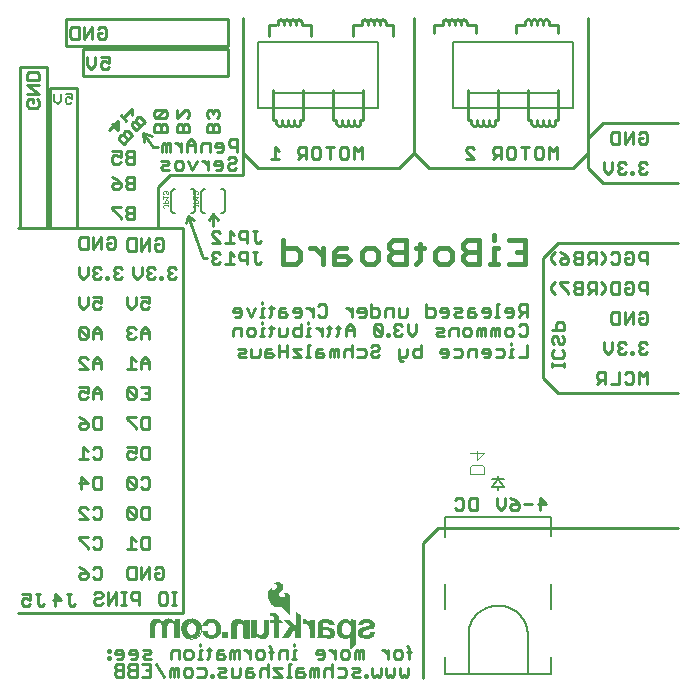
<source format=gbr>
G04 EAGLE Gerber RS-274X export*
G75*
%MOMM*%
%FSLAX34Y34*%
%LPD*%
%INSilkscreen Bottom*%
%IPPOS*%
%AMOC8*
5,1,8,0,0,1.08239X$1,22.5*%
G01*
%ADD10C,0.254000*%
%ADD11C,0.228600*%
%ADD12C,0.457200*%
%ADD13C,0.177800*%
%ADD14C,0.127000*%
%ADD15C,0.025400*%
%ADD16R,0.495300X0.485100*%
%ADD17C,0.203200*%
%ADD18C,0.101600*%

G36*
X230194Y52877D02*
X230194Y52877D01*
X230236Y52892D01*
X230238Y52897D01*
X230242Y52899D01*
X230271Y52972D01*
X230275Y52983D01*
X230275Y52984D01*
X230275Y68148D01*
X230273Y68153D01*
X230275Y68159D01*
X230205Y68990D01*
X230199Y69001D01*
X230200Y69016D01*
X229960Y69815D01*
X229952Y69825D01*
X229950Y69839D01*
X229549Y70571D01*
X229539Y70579D01*
X229534Y70592D01*
X229064Y71142D01*
X229053Y71147D01*
X229046Y71159D01*
X228476Y71604D01*
X228464Y71607D01*
X228454Y71617D01*
X227806Y71938D01*
X227794Y71939D01*
X227782Y71947D01*
X227083Y72131D01*
X227072Y72130D01*
X227061Y72135D01*
X226121Y72208D01*
X226112Y72205D01*
X226101Y72208D01*
X225161Y72135D01*
X225157Y72133D01*
X225151Y72134D01*
X224668Y72058D01*
X224629Y72033D01*
X224589Y72012D01*
X224588Y72008D01*
X224585Y72006D01*
X224575Y71961D01*
X224563Y71917D01*
X224565Y71913D01*
X224564Y71909D01*
X224589Y71871D01*
X224613Y71832D01*
X224617Y71831D01*
X224619Y71828D01*
X224660Y71819D01*
X224700Y71807D01*
X224858Y71823D01*
X224996Y71795D01*
X225129Y71724D01*
X225953Y71125D01*
X226071Y71011D01*
X226143Y70873D01*
X226236Y70458D01*
X226236Y70030D01*
X226143Y69614D01*
X225937Y69210D01*
X225624Y68882D01*
X225018Y68517D01*
X224340Y68310D01*
X223629Y68275D01*
X223019Y68372D01*
X222433Y68570D01*
X221890Y68863D01*
X221465Y69228D01*
X221150Y69688D01*
X220964Y70213D01*
X220921Y70769D01*
X221023Y71317D01*
X221263Y71820D01*
X221633Y72255D01*
X221831Y72465D01*
X222426Y73096D01*
X223021Y73727D01*
X223086Y73796D01*
X223089Y73806D01*
X223098Y73812D01*
X224285Y75570D01*
X224287Y75583D01*
X224297Y75593D01*
X224577Y76281D01*
X224576Y76296D01*
X224585Y76311D01*
X224684Y77046D01*
X224680Y77061D01*
X224685Y77078D01*
X224598Y77815D01*
X224590Y77828D01*
X224590Y77846D01*
X224323Y78538D01*
X224312Y78549D01*
X224308Y78566D01*
X223877Y79169D01*
X223867Y79176D01*
X223861Y79188D01*
X223165Y79846D01*
X223157Y79849D01*
X223152Y79857D01*
X222375Y80417D01*
X222365Y80420D01*
X222357Y80428D01*
X221577Y80816D01*
X221565Y80817D01*
X221554Y80825D01*
X220714Y81056D01*
X220702Y81055D01*
X220690Y81061D01*
X219822Y81127D01*
X219812Y81123D01*
X219800Y81127D01*
X218900Y81041D01*
X218891Y81037D01*
X218881Y81038D01*
X218003Y80818D01*
X217995Y80812D01*
X217983Y80811D01*
X217755Y80710D01*
X217399Y80558D01*
X217398Y80558D01*
X216894Y80337D01*
X216884Y80326D01*
X216867Y80321D01*
X216432Y79983D01*
X216429Y79976D01*
X216421Y79972D01*
X216396Y79947D01*
X216393Y79946D01*
X216358Y79854D01*
X216399Y79765D01*
X216484Y79732D01*
X217087Y79732D01*
X217598Y79675D01*
X218088Y79536D01*
X218569Y79281D01*
X218964Y78911D01*
X219250Y78451D01*
X219407Y77932D01*
X219419Y77629D01*
X219360Y77329D01*
X219154Y76835D01*
X218871Y76377D01*
X218520Y75967D01*
X218108Y75613D01*
X217206Y74962D01*
X216718Y74713D01*
X216189Y74615D01*
X215650Y74673D01*
X215476Y74738D01*
X215115Y74987D01*
X214841Y75326D01*
X214797Y75429D01*
X214781Y75549D01*
X214781Y76429D01*
X214764Y76470D01*
X214750Y76512D01*
X214745Y76515D01*
X214743Y76520D01*
X214702Y76536D01*
X214662Y76555D01*
X214656Y76553D01*
X214651Y76555D01*
X214624Y76543D01*
X214575Y76527D01*
X213449Y75606D01*
X213443Y75594D01*
X213431Y75587D01*
X212524Y74450D01*
X212521Y74439D01*
X212512Y74431D01*
X212010Y73497D01*
X212009Y73487D01*
X212003Y73479D01*
X211645Y72482D01*
X211645Y72472D01*
X211640Y72463D01*
X211433Y71424D01*
X211435Y71414D01*
X211434Y71412D01*
X211435Y71412D01*
X211431Y71403D01*
X211371Y69475D01*
X211375Y69464D01*
X211372Y69452D01*
X211660Y67545D01*
X211666Y67535D01*
X211666Y67523D01*
X212294Y65699D01*
X212301Y65690D01*
X212303Y65678D01*
X213250Y63997D01*
X213258Y63991D01*
X213261Y63980D01*
X214146Y62873D01*
X214153Y62870D01*
X214155Y62864D01*
X214156Y62864D01*
X214158Y62860D01*
X215189Y61888D01*
X215197Y61885D01*
X215203Y61877D01*
X216360Y61060D01*
X216370Y61058D01*
X216378Y61050D01*
X217608Y60450D01*
X217619Y60449D01*
X217629Y60441D01*
X218948Y60073D01*
X218959Y60075D01*
X218970Y60069D01*
X220334Y59945D01*
X220339Y59947D01*
X220345Y59945D01*
X222620Y59945D01*
X222988Y59880D01*
X223339Y59753D01*
X224329Y59164D01*
X225183Y58382D01*
X230055Y52900D01*
X230059Y52898D01*
X230061Y52893D01*
X230103Y52877D01*
X230144Y52858D01*
X230148Y52860D01*
X230153Y52858D01*
X230194Y52877D01*
G37*
G36*
X281561Y24183D02*
X281561Y24183D01*
X281563Y24182D01*
X281584Y24191D01*
X281644Y24214D01*
X285784Y27948D01*
X285786Y27954D01*
X285792Y27957D01*
X285816Y28017D01*
X285825Y28038D01*
X285824Y28040D01*
X285825Y28042D01*
X285825Y48616D01*
X285810Y48653D01*
X285800Y48692D01*
X285791Y48698D01*
X285787Y48707D01*
X285759Y48718D01*
X285723Y48740D01*
X281837Y49476D01*
X281822Y49473D01*
X281807Y49478D01*
X281775Y49463D01*
X281740Y49455D01*
X281732Y49442D01*
X281719Y49436D01*
X281704Y49397D01*
X281688Y49372D01*
X281691Y49361D01*
X281687Y49350D01*
X281711Y47433D01*
X281577Y47582D01*
X281576Y47583D01*
X281576Y47584D01*
X280687Y48549D01*
X280681Y48551D01*
X280677Y48558D01*
X280334Y48859D01*
X280323Y48863D01*
X280315Y48873D01*
X279921Y49106D01*
X279912Y49107D01*
X279904Y49114D01*
X278583Y49647D01*
X278572Y49647D01*
X278562Y49654D01*
X278080Y49756D01*
X278068Y49753D01*
X278056Y49758D01*
X276075Y49783D01*
X276064Y49779D01*
X276052Y49781D01*
X274967Y49598D01*
X274957Y49591D01*
X274943Y49591D01*
X273918Y49191D01*
X273911Y49183D01*
X273899Y49181D01*
X272997Y48640D01*
X272992Y48634D01*
X272983Y48631D01*
X272159Y47978D01*
X272153Y47968D01*
X272143Y47963D01*
X271351Y47073D01*
X271347Y47060D01*
X271335Y47051D01*
X270756Y46010D01*
X270754Y45998D01*
X270746Y45987D01*
X270072Y43874D01*
X270073Y43863D01*
X270067Y43852D01*
X269784Y41652D01*
X269787Y41641D01*
X269783Y41629D01*
X269901Y39414D01*
X269906Y39404D01*
X269904Y39392D01*
X270227Y38016D01*
X270234Y38007D01*
X270234Y37995D01*
X270790Y36695D01*
X270798Y36687D01*
X270800Y36676D01*
X271572Y35491D01*
X271581Y35485D01*
X271586Y35474D01*
X272243Y34767D01*
X272253Y34763D01*
X272259Y34753D01*
X273027Y34168D01*
X273038Y34166D01*
X273045Y34157D01*
X273901Y33711D01*
X273912Y33710D01*
X273921Y33702D01*
X274840Y33408D01*
X274850Y33409D01*
X274860Y33403D01*
X276072Y33214D01*
X276081Y33216D01*
X276090Y33213D01*
X277317Y33196D01*
X277325Y33199D01*
X277335Y33197D01*
X278552Y33352D01*
X278562Y33357D01*
X278574Y33357D01*
X279418Y33621D01*
X279428Y33629D01*
X279443Y33632D01*
X280212Y34069D01*
X280220Y34079D01*
X280234Y34084D01*
X280894Y34674D01*
X280900Y34686D01*
X280912Y34694D01*
X281432Y35410D01*
X281433Y35412D01*
X281433Y24308D01*
X281451Y24264D01*
X281468Y24221D01*
X281470Y24220D01*
X281471Y24217D01*
X281515Y24200D01*
X281559Y24182D01*
X281561Y24183D01*
G37*
G36*
X116131Y33530D02*
X116131Y33530D01*
X116133Y33529D01*
X116176Y33549D01*
X116220Y33567D01*
X116220Y33569D01*
X116222Y33570D01*
X116255Y33655D01*
X116255Y43934D01*
X116362Y44814D01*
X116674Y45636D01*
X116935Y46020D01*
X117278Y46333D01*
X117684Y46559D01*
X118132Y46687D01*
X119036Y46755D01*
X119939Y46663D01*
X120349Y46537D01*
X120721Y46327D01*
X120736Y46313D01*
X120877Y46187D01*
X121017Y46060D01*
X121039Y46041D01*
X121424Y45513D01*
X121697Y44918D01*
X121846Y44279D01*
X121921Y43176D01*
X121921Y33655D01*
X121922Y33653D01*
X121921Y33651D01*
X121941Y33608D01*
X121959Y33564D01*
X121961Y33564D01*
X121962Y33562D01*
X122047Y33529D01*
X126365Y33529D01*
X126367Y33530D01*
X126369Y33529D01*
X126412Y33549D01*
X126456Y33567D01*
X126456Y33569D01*
X126458Y33570D01*
X126491Y33655D01*
X126491Y44214D01*
X126571Y44877D01*
X126802Y45496D01*
X127172Y46043D01*
X127519Y46361D01*
X127928Y46594D01*
X128378Y46730D01*
X128855Y46762D01*
X129703Y46712D01*
X130143Y46630D01*
X130547Y46452D01*
X130902Y46186D01*
X131721Y45242D01*
X132005Y44704D01*
X132136Y44113D01*
X132106Y43491D01*
X132107Y43488D01*
X132106Y43485D01*
X132106Y33680D01*
X132107Y33678D01*
X132106Y33676D01*
X132126Y33633D01*
X132144Y33589D01*
X132146Y33589D01*
X132147Y33587D01*
X132232Y33554D01*
X136550Y33554D01*
X136552Y33555D01*
X136554Y33554D01*
X136597Y33574D01*
X136641Y33592D01*
X136641Y33594D01*
X136643Y33595D01*
X136676Y33680D01*
X136676Y49733D01*
X136675Y49735D01*
X136676Y49737D01*
X136656Y49780D01*
X136638Y49824D01*
X136636Y49824D01*
X136635Y49826D01*
X136550Y49859D01*
X132563Y49859D01*
X132561Y49858D01*
X132559Y49859D01*
X132516Y49839D01*
X132472Y49821D01*
X132472Y49819D01*
X132470Y49818D01*
X132437Y49733D01*
X132437Y47680D01*
X132406Y47687D01*
X132104Y48083D01*
X132098Y48086D01*
X132095Y48094D01*
X131333Y48881D01*
X131325Y48884D01*
X131321Y48891D01*
X130559Y49503D01*
X130545Y49507D01*
X130533Y49520D01*
X129643Y49924D01*
X129631Y49924D01*
X129620Y49932D01*
X128528Y50186D01*
X128519Y50185D01*
X128511Y50189D01*
X127139Y50316D01*
X127129Y50313D01*
X127118Y50316D01*
X126161Y50247D01*
X126150Y50241D01*
X126136Y50242D01*
X125213Y49982D01*
X125203Y49974D01*
X125190Y49972D01*
X124400Y49569D01*
X124392Y49560D01*
X124379Y49556D01*
X123681Y49010D01*
X123675Y48999D01*
X123663Y48993D01*
X123081Y48324D01*
X123078Y48312D01*
X123067Y48304D01*
X122687Y47646D01*
X122645Y47688D01*
X122190Y48169D01*
X122187Y48170D01*
X122186Y48173D01*
X121398Y48932D01*
X121389Y48935D01*
X121384Y48944D01*
X120495Y49582D01*
X120484Y49584D01*
X120476Y49592D01*
X119671Y49986D01*
X119659Y49986D01*
X119648Y49994D01*
X118783Y50226D01*
X118771Y50224D01*
X118759Y50230D01*
X117865Y50291D01*
X117856Y50288D01*
X117845Y50291D01*
X116566Y50184D01*
X116559Y50180D01*
X116552Y50182D01*
X115292Y49933D01*
X115283Y49927D01*
X115271Y49927D01*
X114405Y49601D01*
X114395Y49591D01*
X114380Y49588D01*
X113606Y49081D01*
X113599Y49069D01*
X113585Y49063D01*
X112939Y48399D01*
X112936Y48389D01*
X112932Y48388D01*
X112931Y48384D01*
X112923Y48378D01*
X112335Y47439D01*
X112333Y47426D01*
X112323Y47416D01*
X111937Y46377D01*
X111938Y46364D01*
X111931Y46352D01*
X111762Y45256D01*
X111765Y45247D01*
X111761Y45237D01*
X111761Y33655D01*
X111762Y33653D01*
X111761Y33651D01*
X111781Y33608D01*
X111799Y33564D01*
X111801Y33564D01*
X111802Y33562D01*
X111887Y33529D01*
X116129Y33529D01*
X116131Y33530D01*
G37*
G36*
X264011Y33199D02*
X264011Y33199D01*
X264022Y33204D01*
X264036Y33202D01*
X265408Y33510D01*
X265419Y33518D01*
X265434Y33519D01*
X266703Y34125D01*
X266712Y34135D01*
X266726Y34139D01*
X267174Y34481D01*
X267180Y34491D01*
X267192Y34497D01*
X267569Y34917D01*
X267573Y34928D01*
X267583Y34936D01*
X267875Y35419D01*
X267877Y35430D01*
X267885Y35440D01*
X268258Y36433D01*
X268258Y36444D01*
X268264Y36455D01*
X268453Y37499D01*
X268450Y37510D01*
X268455Y37522D01*
X268452Y38583D01*
X268449Y38590D01*
X268451Y38593D01*
X268448Y38600D01*
X268449Y38610D01*
X268243Y39551D01*
X268234Y39563D01*
X268233Y39580D01*
X267804Y40442D01*
X267794Y40451D01*
X267789Y40466D01*
X267291Y41075D01*
X267286Y41078D01*
X267284Y41082D01*
X267278Y41084D01*
X267273Y41093D01*
X266663Y41591D01*
X266651Y41594D01*
X266642Y41605D01*
X265946Y41971D01*
X265935Y41972D01*
X265926Y41979D01*
X264441Y42463D01*
X264433Y42462D01*
X264424Y42467D01*
X262887Y42745D01*
X262883Y42744D01*
X262878Y42747D01*
X260672Y42975D01*
X259366Y43201D01*
X258897Y43366D01*
X258469Y43612D01*
X258185Y43873D01*
X258125Y43960D01*
X258083Y44057D01*
X257972Y44578D01*
X257972Y45109D01*
X258083Y45630D01*
X258222Y45944D01*
X258421Y46223D01*
X258674Y46457D01*
X258988Y46650D01*
X259334Y46778D01*
X259703Y46839D01*
X261058Y46889D01*
X261645Y46835D01*
X262206Y46670D01*
X262670Y46415D01*
X263060Y46059D01*
X263355Y45621D01*
X263539Y45126D01*
X263602Y44595D01*
X263602Y44552D01*
X263603Y44550D01*
X263602Y44548D01*
X263622Y44505D01*
X263640Y44461D01*
X263642Y44461D01*
X263643Y44459D01*
X263728Y44426D01*
X267869Y44426D01*
X267870Y44424D01*
X267912Y44414D01*
X267954Y44400D01*
X267960Y44403D01*
X267966Y44402D01*
X267991Y44418D01*
X268036Y44439D01*
X268061Y44464D01*
X268061Y44465D01*
X268077Y44507D01*
X268096Y44556D01*
X268096Y44557D01*
X268076Y44599D01*
X268057Y44642D01*
X267935Y45533D01*
X267929Y45544D01*
X267929Y45559D01*
X267595Y46500D01*
X267586Y46510D01*
X267583Y46524D01*
X267064Y47377D01*
X267053Y47385D01*
X267048Y47398D01*
X266365Y48128D01*
X266353Y48133D01*
X266345Y48145D01*
X265528Y48719D01*
X265516Y48722D01*
X265507Y48731D01*
X264349Y49260D01*
X264339Y49260D01*
X264330Y49267D01*
X263101Y49601D01*
X263092Y49600D01*
X263083Y49604D01*
X261343Y49818D01*
X261335Y49815D01*
X261327Y49818D01*
X259573Y49810D01*
X259566Y49807D01*
X259557Y49809D01*
X257818Y49579D01*
X257810Y49574D01*
X257799Y49575D01*
X256385Y49150D01*
X256376Y49142D01*
X256362Y49141D01*
X255059Y48447D01*
X255050Y48437D01*
X255036Y48432D01*
X254474Y47949D01*
X254467Y47935D01*
X254453Y47926D01*
X254026Y47321D01*
X254023Y47306D01*
X254011Y47294D01*
X253744Y46603D01*
X253745Y46588D01*
X253737Y46573D01*
X253646Y45838D01*
X253648Y45830D01*
X253645Y45822D01*
X253645Y40996D01*
X253646Y40994D01*
X253645Y40992D01*
X253652Y40977D01*
X253620Y40893D01*
X253645Y36555D01*
X253543Y35218D01*
X253194Y33923D01*
X253120Y33724D01*
X253121Y33699D01*
X253112Y33676D01*
X253123Y33652D01*
X253124Y33626D01*
X253143Y33609D01*
X253153Y33587D01*
X253180Y33576D01*
X253198Y33560D01*
X253217Y33562D01*
X253238Y33554D01*
X257272Y33554D01*
X257308Y33551D01*
X257336Y33560D01*
X257376Y33564D01*
X257413Y33583D01*
X257432Y33605D01*
X257464Y33629D01*
X257486Y33665D01*
X257488Y33682D01*
X257500Y33698D01*
X257576Y33978D01*
X257575Y33981D01*
X257577Y33984D01*
X257804Y35013D01*
X257814Y35036D01*
X257820Y35042D01*
X257828Y35044D01*
X257837Y35043D01*
X257861Y35027D01*
X258688Y34324D01*
X258699Y34320D01*
X258708Y34310D01*
X259659Y33770D01*
X259670Y33769D01*
X259680Y33761D01*
X260715Y33408D01*
X260727Y33409D01*
X260737Y33403D01*
X262355Y33162D01*
X262365Y33165D01*
X262376Y33161D01*
X264011Y33199D01*
G37*
G36*
X239144Y33428D02*
X239144Y33428D01*
X239147Y33427D01*
X239230Y33464D01*
X239281Y33515D01*
X239283Y33518D01*
X239285Y33519D01*
X239318Y33604D01*
X239318Y52934D01*
X239310Y52953D01*
X239312Y52973D01*
X239291Y53000D01*
X239280Y53025D01*
X239266Y53030D01*
X239255Y53044D01*
X235115Y55406D01*
X235080Y55410D01*
X235048Y55422D01*
X235033Y55415D01*
X235017Y55417D01*
X234990Y55395D01*
X234959Y55381D01*
X234952Y55365D01*
X234940Y55355D01*
X234938Y55328D01*
X234926Y55296D01*
X234926Y43866D01*
X229451Y49340D01*
X229448Y49342D01*
X229447Y49344D01*
X229362Y49377D01*
X224688Y49377D01*
X224686Y49377D01*
X224685Y49377D01*
X224641Y49357D01*
X224597Y49339D01*
X224597Y49337D01*
X224595Y49336D01*
X224579Y49292D01*
X224562Y49247D01*
X224563Y49245D01*
X224562Y49244D01*
X224600Y49161D01*
X230291Y43595D01*
X223694Y33700D01*
X223687Y33662D01*
X223673Y33625D01*
X223678Y33615D01*
X223676Y33603D01*
X223698Y33572D01*
X223715Y33536D01*
X223726Y33532D01*
X223732Y33523D01*
X223762Y33518D01*
X223800Y33504D01*
X228880Y33529D01*
X228897Y33536D01*
X228915Y33534D01*
X228944Y33556D01*
X228970Y33568D01*
X228975Y33580D01*
X228987Y33590D01*
X233220Y40568D01*
X234875Y38961D01*
X234875Y33553D01*
X234876Y33551D01*
X234875Y33549D01*
X234895Y33506D01*
X234913Y33462D01*
X234915Y33462D01*
X234916Y33460D01*
X235001Y33427D01*
X239141Y33427D01*
X239144Y33428D01*
G37*
G36*
X207576Y33127D02*
X207576Y33127D01*
X207587Y33124D01*
X208620Y33271D01*
X208631Y33277D01*
X208644Y33277D01*
X209630Y33620D01*
X209639Y33628D01*
X209652Y33630D01*
X210554Y34156D01*
X210561Y34166D01*
X210574Y34171D01*
X210828Y34399D01*
X210834Y34410D01*
X210845Y34418D01*
X211506Y35303D01*
X211508Y35314D01*
X211518Y35323D01*
X212006Y36313D01*
X212006Y36325D01*
X212014Y36335D01*
X212314Y37398D01*
X212312Y37409D01*
X212318Y37421D01*
X212419Y38520D01*
X212417Y38526D01*
X212419Y38532D01*
X212419Y49327D01*
X212418Y49329D01*
X212419Y49331D01*
X212399Y49374D01*
X212381Y49418D01*
X212379Y49418D01*
X212378Y49420D01*
X212293Y49453D01*
X208153Y49453D01*
X208151Y49452D01*
X208149Y49453D01*
X208106Y49433D01*
X208062Y49415D01*
X208062Y49413D01*
X208060Y49412D01*
X208027Y49327D01*
X208027Y39330D01*
X207878Y38500D01*
X207535Y37732D01*
X207263Y37370D01*
X206922Y37069D01*
X206527Y36844D01*
X205838Y36621D01*
X205119Y36541D01*
X204398Y36608D01*
X203707Y36820D01*
X203197Y37108D01*
X202766Y37505D01*
X202439Y37990D01*
X202230Y38540D01*
X202005Y39744D01*
X201929Y40974D01*
X201929Y49276D01*
X201928Y49278D01*
X201929Y49280D01*
X201909Y49323D01*
X201891Y49367D01*
X201889Y49367D01*
X201888Y49369D01*
X201803Y49402D01*
X197587Y49402D01*
X197585Y49401D01*
X197583Y49402D01*
X197540Y49382D01*
X197496Y49364D01*
X197496Y49362D01*
X197494Y49361D01*
X197461Y49276D01*
X197461Y33655D01*
X197462Y33653D01*
X197461Y33651D01*
X197481Y33608D01*
X197499Y33564D01*
X197501Y33564D01*
X197502Y33562D01*
X197587Y33529D01*
X201600Y33529D01*
X201602Y33530D01*
X201604Y33529D01*
X201647Y33549D01*
X201691Y33567D01*
X201691Y33569D01*
X201693Y33570D01*
X201726Y33655D01*
X201726Y35712D01*
X202233Y35071D01*
X202241Y35067D01*
X202245Y35058D01*
X203072Y34273D01*
X203081Y34270D01*
X203086Y34262D01*
X204016Y33603D01*
X204025Y33601D01*
X204033Y33593D01*
X204278Y33471D01*
X204289Y33470D01*
X204298Y33463D01*
X204560Y33382D01*
X204569Y33383D01*
X204578Y33378D01*
X206056Y33155D01*
X206064Y33157D01*
X206072Y33153D01*
X207566Y33123D01*
X207576Y33127D01*
G37*
G36*
X195099Y33454D02*
X195099Y33454D01*
X195101Y33453D01*
X195144Y33473D01*
X195188Y33491D01*
X195188Y33493D01*
X195190Y33494D01*
X195223Y33579D01*
X195223Y49301D01*
X195222Y49303D01*
X195223Y49305D01*
X195203Y49348D01*
X195185Y49392D01*
X195183Y49392D01*
X195182Y49394D01*
X195097Y49427D01*
X191059Y49427D01*
X191057Y49426D01*
X191055Y49427D01*
X191012Y49407D01*
X190968Y49389D01*
X190968Y49387D01*
X190966Y49386D01*
X190933Y49301D01*
X190933Y47233D01*
X190891Y47262D01*
X190777Y47398D01*
X190500Y47776D01*
X190496Y47778D01*
X190494Y47783D01*
X190092Y48256D01*
X190085Y48260D01*
X190081Y48268D01*
X189886Y48444D01*
X189746Y48570D01*
X189620Y48684D01*
X189610Y48687D01*
X189602Y48697D01*
X188704Y49264D01*
X188691Y49267D01*
X188680Y49276D01*
X187684Y49645D01*
X187671Y49645D01*
X187658Y49652D01*
X186606Y49807D01*
X186596Y49804D01*
X186585Y49808D01*
X184579Y49758D01*
X184569Y49754D01*
X184556Y49756D01*
X183579Y49550D01*
X183567Y49542D01*
X183551Y49541D01*
X182646Y49119D01*
X182637Y49108D01*
X182622Y49104D01*
X181837Y48486D01*
X181831Y48475D01*
X181819Y48469D01*
X181330Y47894D01*
X181327Y47883D01*
X181317Y47876D01*
X180933Y47227D01*
X180931Y47216D01*
X180923Y47207D01*
X180654Y46502D01*
X180654Y46493D01*
X180649Y46484D01*
X180409Y45377D01*
X180411Y45368D01*
X180407Y45360D01*
X180316Y44231D01*
X180318Y44226D01*
X180316Y44221D01*
X180316Y33680D01*
X180317Y33678D01*
X180316Y33676D01*
X180336Y33633D01*
X180354Y33589D01*
X180356Y33589D01*
X180357Y33587D01*
X180442Y33554D01*
X184531Y33554D01*
X184533Y33555D01*
X184535Y33554D01*
X184578Y33574D01*
X184622Y33592D01*
X184622Y33594D01*
X184624Y33595D01*
X184657Y33680D01*
X184657Y43326D01*
X184722Y44044D01*
X184913Y44732D01*
X185223Y45374D01*
X185519Y45761D01*
X185893Y46070D01*
X186328Y46287D01*
X186628Y46364D01*
X186944Y46381D01*
X188049Y46331D01*
X188605Y46244D01*
X189121Y46040D01*
X189578Y45726D01*
X190095Y45157D01*
X190458Y44478D01*
X190675Y43728D01*
X190755Y42945D01*
X190755Y33579D01*
X190756Y33577D01*
X190755Y33575D01*
X190775Y33532D01*
X190793Y33488D01*
X190795Y33488D01*
X190796Y33486D01*
X190881Y33453D01*
X195097Y33453D01*
X195099Y33454D01*
G37*
G36*
X146813Y33382D02*
X146813Y33382D01*
X146829Y33378D01*
X149826Y33784D01*
X149847Y33796D01*
X149876Y33802D01*
X152721Y35580D01*
X152735Y35601D01*
X152760Y35619D01*
X154360Y38108D01*
X154364Y38131D01*
X154379Y38156D01*
X154989Y42042D01*
X154983Y42064D01*
X154987Y42090D01*
X154174Y45646D01*
X154159Y45667D01*
X154150Y45696D01*
X152016Y48414D01*
X151994Y48426D01*
X151973Y48449D01*
X148595Y50126D01*
X148575Y50127D01*
X148554Y50138D01*
X147081Y50315D01*
X147074Y50313D01*
X147066Y50316D01*
X147015Y50316D01*
X146995Y50308D01*
X146969Y50307D01*
X146842Y50257D01*
X146821Y50237D01*
X146795Y50225D01*
X146786Y50203D01*
X146771Y50189D01*
X146772Y50165D01*
X146762Y50140D01*
X146762Y47219D01*
X146779Y47179D01*
X146791Y47138D01*
X146798Y47134D01*
X146800Y47128D01*
X146828Y47117D01*
X146871Y47094D01*
X147966Y46944D01*
X149114Y46309D01*
X149902Y45225D01*
X150298Y44336D01*
X150572Y42862D01*
X150623Y41003D01*
X150448Y39755D01*
X150073Y38606D01*
X149535Y37579D01*
X147887Y36571D01*
X146139Y36349D01*
X144388Y36941D01*
X144318Y37005D01*
X144040Y37258D01*
X143762Y37510D01*
X143623Y37636D01*
X143346Y37889D01*
X143345Y37889D01*
X143309Y37922D01*
X142766Y39132D01*
X142391Y40680D01*
X142391Y42105D01*
X142642Y44034D01*
X143386Y45646D01*
X144220Y46455D01*
X145173Y46968D01*
X146360Y47067D01*
X146456Y47067D01*
X146459Y47068D01*
X146462Y47067D01*
X146504Y47087D01*
X146547Y47105D01*
X146548Y47108D01*
X146551Y47110D01*
X146582Y47195D01*
X146556Y48783D01*
X146553Y48909D01*
X146553Y48910D01*
X146551Y49036D01*
X146549Y49162D01*
X146547Y49288D01*
X146545Y49414D01*
X146545Y49415D01*
X146543Y49541D01*
X146541Y49667D01*
X146539Y49793D01*
X146536Y49919D01*
X146536Y49920D01*
X146534Y50046D01*
X146532Y50167D01*
X146528Y50176D01*
X146531Y50185D01*
X146509Y50220D01*
X146492Y50257D01*
X146484Y50260D01*
X146479Y50268D01*
X146427Y50281D01*
X146400Y50291D01*
X146395Y50289D01*
X146390Y50290D01*
X144383Y50036D01*
X144372Y50030D01*
X144358Y50030D01*
X142732Y49471D01*
X142720Y49460D01*
X142701Y49456D01*
X140720Y48085D01*
X140712Y48072D01*
X140696Y48063D01*
X139604Y46793D01*
X139599Y46777D01*
X139585Y46762D01*
X138544Y44425D01*
X138543Y44408D01*
X138534Y44390D01*
X138254Y42205D01*
X138258Y42190D01*
X138254Y42174D01*
X138508Y40066D01*
X138512Y40058D01*
X138511Y40047D01*
X139197Y37583D01*
X139208Y37569D01*
X139212Y37550D01*
X140025Y36255D01*
X140037Y36246D01*
X140045Y36231D01*
X141239Y35088D01*
X141248Y35084D01*
X141253Y35076D01*
X142370Y34289D01*
X142387Y34285D01*
X142402Y34273D01*
X144256Y33638D01*
X144270Y33639D01*
X144284Y33631D01*
X146799Y33377D01*
X146813Y33382D01*
G37*
G36*
X294794Y33175D02*
X294794Y33175D01*
X294801Y33173D01*
X297367Y33351D01*
X297376Y33356D01*
X297386Y33354D01*
X298307Y33566D01*
X298318Y33574D01*
X298332Y33575D01*
X299189Y33972D01*
X299195Y33979D01*
X299204Y33981D01*
X300398Y34743D01*
X300403Y34749D01*
X300411Y34752D01*
X300926Y35183D01*
X300931Y35194D01*
X300943Y35200D01*
X301363Y35724D01*
X301367Y35735D01*
X301377Y35744D01*
X301686Y36340D01*
X301687Y36349D01*
X301694Y36357D01*
X302126Y37627D01*
X302125Y37637D01*
X302130Y37646D01*
X302232Y38230D01*
X302231Y38237D01*
X302234Y38243D01*
X302259Y38599D01*
X302258Y38603D01*
X302259Y38606D01*
X302258Y38608D01*
X302259Y38612D01*
X302247Y38638D01*
X302244Y38668D01*
X302243Y38669D01*
X302243Y38670D01*
X302232Y38679D01*
X302227Y38692D01*
X302221Y38695D01*
X302218Y38701D01*
X302188Y38713D01*
X302168Y38729D01*
X302166Y38729D01*
X302165Y38730D01*
X302150Y38729D01*
X302138Y38734D01*
X302136Y38733D01*
X302133Y38734D01*
X298272Y38734D01*
X298270Y38733D01*
X298268Y38734D01*
X298225Y38714D01*
X298181Y38696D01*
X298181Y38694D01*
X298179Y38693D01*
X298146Y38608D01*
X298146Y38561D01*
X298117Y38064D01*
X297971Y37602D01*
X297715Y37188D01*
X297611Y37083D01*
X297485Y36957D01*
X297273Y36745D01*
X296746Y36408D01*
X296159Y36191D01*
X295597Y36118D01*
X294267Y36118D01*
X293664Y36192D01*
X293097Y36389D01*
X292584Y36701D01*
X292297Y36985D01*
X292088Y37330D01*
X291971Y37715D01*
X291954Y38119D01*
X292039Y38514D01*
X292220Y38876D01*
X292485Y39180D01*
X292821Y39411D01*
X293928Y39881D01*
X295102Y40187D01*
X298733Y41050D01*
X298740Y41055D01*
X298749Y41055D01*
X299557Y41361D01*
X299564Y41367D01*
X299574Y41369D01*
X300325Y41796D01*
X300331Y41803D01*
X300341Y41807D01*
X301018Y42344D01*
X301023Y42354D01*
X301034Y42360D01*
X301371Y42745D01*
X301375Y42758D01*
X301386Y42767D01*
X301635Y43214D01*
X301636Y43227D01*
X301645Y43238D01*
X301797Y43727D01*
X301795Y43739D01*
X301802Y43752D01*
X301907Y44888D01*
X301904Y44901D01*
X301907Y44914D01*
X301778Y46048D01*
X301772Y46059D01*
X301773Y46073D01*
X301415Y47157D01*
X301407Y47166D01*
X301405Y47180D01*
X301106Y47702D01*
X301096Y47709D01*
X301091Y47722D01*
X300697Y48177D01*
X300686Y48182D01*
X300679Y48194D01*
X300203Y48563D01*
X300192Y48566D01*
X300183Y48575D01*
X298902Y49229D01*
X298891Y49230D01*
X298881Y49237D01*
X297503Y49648D01*
X297492Y49647D01*
X297480Y49653D01*
X296051Y49808D01*
X296044Y49806D01*
X296037Y49808D01*
X294234Y49808D01*
X294228Y49806D01*
X294221Y49808D01*
X292828Y49668D01*
X292819Y49663D01*
X292808Y49664D01*
X291457Y49296D01*
X291448Y49289D01*
X291434Y49287D01*
X290337Y48749D01*
X290328Y48739D01*
X290314Y48735D01*
X289355Y47978D01*
X289349Y47968D01*
X289338Y47963D01*
X288990Y47567D01*
X288988Y47562D01*
X288987Y47562D01*
X288986Y47558D01*
X288978Y47552D01*
X288692Y47110D01*
X288690Y47100D01*
X288683Y47093D01*
X288327Y46305D01*
X288327Y46300D01*
X288323Y46296D01*
X288120Y45738D01*
X288122Y45714D01*
X288117Y45702D01*
X288120Y45695D01*
X288115Y45670D01*
X288124Y45656D01*
X288115Y45644D01*
X288117Y45638D01*
X288113Y45631D01*
X288037Y44920D01*
X288039Y44914D01*
X288038Y44910D01*
X288039Y44908D01*
X288037Y44903D01*
X288054Y44866D01*
X288066Y44826D01*
X288074Y44822D01*
X288078Y44814D01*
X288128Y44794D01*
X288154Y44781D01*
X288158Y44783D01*
X288163Y44781D01*
X292049Y44781D01*
X292093Y44799D01*
X292137Y44817D01*
X292138Y44818D01*
X292140Y44819D01*
X292147Y44838D01*
X292175Y44899D01*
X292191Y45159D01*
X292246Y45402D01*
X292396Y45754D01*
X292614Y46067D01*
X292890Y46331D01*
X293312Y46602D01*
X293779Y46791D01*
X294275Y46889D01*
X295123Y46933D01*
X295971Y46889D01*
X296420Y46804D01*
X296844Y46647D01*
X297145Y46452D01*
X297378Y46184D01*
X297533Y45842D01*
X297581Y45470D01*
X297516Y45101D01*
X297332Y44740D01*
X297097Y44497D01*
X297049Y44447D01*
X296374Y44031D01*
X295622Y43759D01*
X293599Y43355D01*
X293598Y43354D01*
X293597Y43354D01*
X291874Y42973D01*
X291867Y42968D01*
X291858Y42968D01*
X290202Y42358D01*
X290196Y42352D01*
X290186Y42351D01*
X289430Y41946D01*
X289424Y41939D01*
X289415Y41936D01*
X288723Y41428D01*
X288718Y41418D01*
X288706Y41413D01*
X288374Y41063D01*
X288369Y41051D01*
X288358Y41042D01*
X288106Y40630D01*
X288104Y40616D01*
X288094Y40604D01*
X287757Y39601D01*
X287758Y39586D01*
X287750Y39572D01*
X287656Y38517D01*
X287659Y38508D01*
X287656Y38497D01*
X287732Y37456D01*
X287736Y37448D01*
X287735Y37438D01*
X287878Y36774D01*
X287884Y36764D01*
X287885Y36751D01*
X288151Y36126D01*
X288159Y36117D01*
X288162Y36105D01*
X288541Y35541D01*
X288551Y35534D01*
X288556Y35523D01*
X289282Y34780D01*
X289292Y34776D01*
X289298Y34765D01*
X290142Y34159D01*
X290152Y34157D01*
X290161Y34148D01*
X291096Y33697D01*
X291107Y33696D01*
X291117Y33689D01*
X292117Y33407D01*
X292125Y33408D01*
X292134Y33403D01*
X293448Y33221D01*
X293455Y33223D01*
X293461Y33220D01*
X294788Y33173D01*
X294794Y33175D01*
G37*
G36*
X164992Y33272D02*
X164992Y33272D01*
X164999Y33275D01*
X165007Y33274D01*
X166570Y33556D01*
X166578Y33561D01*
X166588Y33560D01*
X167658Y33915D01*
X167666Y33921D01*
X167677Y33923D01*
X168674Y34449D01*
X168681Y34457D01*
X168692Y34461D01*
X169588Y35145D01*
X169593Y35154D01*
X169604Y35159D01*
X170374Y35982D01*
X170376Y35988D01*
X170378Y35989D01*
X170380Y35993D01*
X170387Y35998D01*
X171069Y37014D01*
X171071Y37024D01*
X171079Y37032D01*
X171593Y38143D01*
X171594Y38152D01*
X171600Y38161D01*
X171934Y39339D01*
X171933Y39349D01*
X171938Y39358D01*
X172083Y40574D01*
X172081Y40583D01*
X172084Y40593D01*
X172083Y40625D01*
X172083Y40626D01*
X172075Y40878D01*
X172076Y40878D01*
X172075Y40878D01*
X172072Y41004D01*
X172064Y41257D01*
X172060Y41383D01*
X172052Y41635D01*
X172052Y41636D01*
X172049Y41762D01*
X172045Y41888D01*
X172041Y42014D01*
X172033Y42267D01*
X172029Y42393D01*
X172022Y42645D01*
X172022Y42646D01*
X172018Y42772D01*
X172010Y43024D01*
X172008Y43082D01*
X172004Y43091D01*
X172006Y43103D01*
X171708Y44593D01*
X171701Y44603D01*
X171701Y44616D01*
X171124Y46022D01*
X171116Y46030D01*
X171113Y46043D01*
X170279Y47314D01*
X170269Y47320D01*
X170264Y47332D01*
X169203Y48420D01*
X169192Y48425D01*
X169184Y48436D01*
X167935Y49301D01*
X167923Y49304D01*
X167914Y49313D01*
X166523Y49925D01*
X166511Y49925D01*
X166499Y49932D01*
X164993Y50265D01*
X164981Y50262D01*
X164968Y50268D01*
X163426Y50291D01*
X163417Y50288D01*
X163408Y50290D01*
X161973Y50101D01*
X161968Y50098D01*
X161962Y50099D01*
X160551Y49780D01*
X160543Y49775D01*
X160533Y49774D01*
X159376Y49317D01*
X159366Y49307D01*
X159352Y49304D01*
X158321Y48607D01*
X158314Y48596D01*
X158300Y48589D01*
X157445Y47686D01*
X157440Y47674D01*
X157428Y47665D01*
X156788Y46598D01*
X156786Y46586D01*
X156778Y46577D01*
X156353Y45422D01*
X156353Y45412D01*
X156348Y45403D01*
X156111Y44195D01*
X156114Y44181D01*
X156109Y44167D01*
X156124Y44134D01*
X156131Y44099D01*
X156144Y44091D01*
X156150Y44078D01*
X156189Y44062D01*
X156215Y44046D01*
X156225Y44049D01*
X156235Y44045D01*
X160426Y44045D01*
X160428Y44046D01*
X160430Y44045D01*
X160473Y44065D01*
X160517Y44083D01*
X160517Y44085D01*
X160519Y44086D01*
X160552Y44171D01*
X160552Y44189D01*
X160619Y44768D01*
X160812Y45310D01*
X161123Y45795D01*
X161536Y46196D01*
X162029Y46494D01*
X162821Y46755D01*
X163653Y46838D01*
X164493Y46772D01*
X165314Y46591D01*
X165728Y46405D01*
X166075Y46115D01*
X166762Y45204D01*
X167267Y44179D01*
X167572Y43076D01*
X167665Y41935D01*
X167536Y40375D01*
X167190Y38851D01*
X166875Y38134D01*
X166400Y37515D01*
X165792Y37026D01*
X165084Y36696D01*
X164305Y36515D01*
X163505Y36474D01*
X162914Y36547D01*
X162345Y36720D01*
X161815Y36988D01*
X161372Y37333D01*
X161014Y37765D01*
X160693Y38355D01*
X160478Y38992D01*
X160374Y39668D01*
X160352Y39704D01*
X160334Y39742D01*
X160326Y39745D01*
X160322Y39752D01*
X160292Y39758D01*
X160249Y39775D01*
X156185Y39775D01*
X156183Y39774D01*
X156181Y39775D01*
X156138Y39755D01*
X156094Y39737D01*
X156094Y39735D01*
X156092Y39734D01*
X156059Y39649D01*
X156059Y39599D01*
X156060Y39595D01*
X156059Y39591D01*
X156091Y39116D01*
X156095Y39109D01*
X156093Y39099D01*
X156188Y38634D01*
X156194Y38625D01*
X156194Y38613D01*
X156736Y37222D01*
X156745Y37213D01*
X156748Y37199D01*
X157563Y35948D01*
X157574Y35941D01*
X157579Y35928D01*
X158632Y34870D01*
X158644Y34865D01*
X158653Y34853D01*
X159900Y34033D01*
X159911Y34030D01*
X159920Y34022D01*
X161013Y33560D01*
X161023Y33560D01*
X161032Y33554D01*
X162185Y33272D01*
X162195Y33273D01*
X162205Y33269D01*
X163388Y33173D01*
X163396Y33176D01*
X163406Y33173D01*
X164992Y33272D01*
G37*
G36*
X220931Y33454D02*
X220931Y33454D01*
X220933Y33453D01*
X220976Y33473D01*
X221020Y33491D01*
X221020Y33493D01*
X221022Y33494D01*
X221055Y33579D01*
X221055Y46459D01*
X224918Y46483D01*
X224919Y46483D01*
X224964Y46503D01*
X225008Y46522D01*
X225009Y46523D01*
X225026Y46568D01*
X225043Y46614D01*
X225043Y46615D01*
X225006Y46698D01*
X222339Y49365D01*
X222336Y49367D01*
X222335Y49369D01*
X222250Y49402D01*
X221004Y49402D01*
X221004Y49733D01*
X221002Y49738D01*
X221004Y49743D01*
X220827Y51877D01*
X220822Y51887D01*
X220822Y51888D01*
X220822Y51889D01*
X220822Y51890D01*
X220823Y51899D01*
X220675Y52466D01*
X220668Y52475D01*
X220667Y52487D01*
X220419Y53018D01*
X220410Y53026D01*
X220407Y53038D01*
X220067Y53515D01*
X220057Y53521D01*
X220051Y53533D01*
X219308Y54243D01*
X219298Y54247D01*
X219296Y54251D01*
X219293Y54252D01*
X219289Y54258D01*
X218421Y54808D01*
X218409Y54810D01*
X218399Y54819D01*
X217441Y55188D01*
X217428Y55188D01*
X217417Y55195D01*
X216404Y55369D01*
X216394Y55367D01*
X216383Y55371D01*
X214833Y55371D01*
X214830Y55370D01*
X214826Y55371D01*
X213509Y55295D01*
X213487Y55295D01*
X213485Y55294D01*
X213483Y55295D01*
X213440Y55275D01*
X213396Y55257D01*
X213396Y55255D01*
X213394Y55254D01*
X213361Y55169D01*
X213361Y52146D01*
X213362Y52144D01*
X213361Y52142D01*
X213381Y52099D01*
X213399Y52055D01*
X213401Y52055D01*
X213402Y52053D01*
X213487Y52020D01*
X213563Y52020D01*
X213568Y52022D01*
X213575Y52020D01*
X213855Y52046D01*
X214770Y52131D01*
X215670Y52048D01*
X215952Y51951D01*
X216192Y51781D01*
X216374Y51549D01*
X216549Y51126D01*
X216612Y50664D01*
X216612Y49402D01*
X213766Y49402D01*
X213764Y49401D01*
X213762Y49402D01*
X213719Y49382D01*
X213675Y49364D01*
X213675Y49362D01*
X213673Y49361D01*
X213640Y49276D01*
X213640Y46609D01*
X213641Y46607D01*
X213640Y46605D01*
X213660Y46562D01*
X213678Y46518D01*
X213680Y46518D01*
X213681Y46516D01*
X213766Y46483D01*
X216638Y46483D01*
X216638Y33579D01*
X216639Y33577D01*
X216638Y33575D01*
X216658Y33532D01*
X216676Y33488D01*
X216678Y33488D01*
X216679Y33486D01*
X216764Y33453D01*
X220929Y33453D01*
X220931Y33454D01*
G37*
G36*
X251056Y33555D02*
X251056Y33555D01*
X251058Y33554D01*
X251101Y33574D01*
X251145Y33592D01*
X251146Y33594D01*
X251148Y33595D01*
X251180Y33680D01*
X251154Y48565D01*
X251138Y48603D01*
X251128Y48642D01*
X251119Y48647D01*
X251116Y48656D01*
X251087Y48667D01*
X251050Y48689D01*
X247189Y49375D01*
X247176Y49372D01*
X247163Y49377D01*
X247129Y49362D01*
X247093Y49353D01*
X247086Y49342D01*
X247074Y49336D01*
X247058Y49295D01*
X247042Y49269D01*
X247044Y49260D01*
X247041Y49251D01*
X247041Y46471D01*
X246994Y46486D01*
X246815Y46754D01*
X246129Y47796D01*
X246124Y47800D01*
X246121Y47807D01*
X245805Y48190D01*
X245792Y48197D01*
X245784Y48210D01*
X245390Y48512D01*
X245385Y48513D01*
X245382Y48517D01*
X244493Y49102D01*
X244490Y49103D01*
X244487Y49106D01*
X243876Y49459D01*
X243864Y49461D01*
X243853Y49470D01*
X243183Y49693D01*
X243171Y49692D01*
X243159Y49698D01*
X242458Y49782D01*
X242448Y49779D01*
X242436Y49783D01*
X241064Y49707D01*
X241021Y49686D01*
X240978Y49666D01*
X240977Y49664D01*
X240976Y49664D01*
X240970Y49646D01*
X240945Y49581D01*
X240945Y45720D01*
X240946Y45718D01*
X240945Y45716D01*
X240965Y45673D01*
X240983Y45629D01*
X240985Y45629D01*
X240986Y45627D01*
X241071Y45594D01*
X241097Y45594D01*
X241106Y45598D01*
X241118Y45595D01*
X241270Y45620D01*
X241272Y45622D01*
X241275Y45621D01*
X241872Y45746D01*
X243397Y45746D01*
X243939Y45654D01*
X244457Y45473D01*
X244936Y45209D01*
X245603Y44649D01*
X246128Y43957D01*
X246489Y43164D01*
X246689Y42345D01*
X246762Y41499D01*
X246762Y33680D01*
X246763Y33678D01*
X246762Y33676D01*
X246782Y33633D01*
X246800Y33589D01*
X246802Y33589D01*
X246803Y33587D01*
X246888Y33554D01*
X251054Y33554D01*
X251056Y33555D01*
G37*
%LPC*%
G36*
X276594Y36621D02*
X276594Y36621D01*
X275855Y36959D01*
X275229Y37475D01*
X274757Y38133D01*
X274468Y38894D01*
X274164Y40841D01*
X274167Y42812D01*
X274358Y43782D01*
X274761Y44681D01*
X275358Y45467D01*
X276117Y46097D01*
X276617Y46357D01*
X277159Y46513D01*
X277726Y46559D01*
X278801Y46508D01*
X279173Y46434D01*
X279511Y46272D01*
X280224Y45716D01*
X280821Y45036D01*
X281234Y44329D01*
X281501Y43555D01*
X281611Y42740D01*
X281585Y40194D01*
X281461Y39425D01*
X281236Y38750D01*
X281237Y38738D01*
X281231Y38726D01*
X281226Y38689D01*
X281234Y38662D01*
X281234Y38651D01*
X281206Y38638D01*
X281162Y38618D01*
X281162Y38617D01*
X281161Y38617D01*
X281128Y38532D01*
X281128Y38494D01*
X281116Y38435D01*
X281074Y38375D01*
X281074Y38374D01*
X281073Y38373D01*
X281022Y38297D01*
X281021Y38291D01*
X281016Y38286D01*
X280716Y37722D01*
X280304Y37253D01*
X279795Y36890D01*
X279118Y36600D01*
X278396Y36448D01*
X277485Y36442D01*
X276594Y36621D01*
G37*
%LPD*%
%LPC*%
G36*
X259899Y36242D02*
X259899Y36242D01*
X259577Y36364D01*
X259286Y36549D01*
X258542Y37268D01*
X258392Y37487D01*
X258285Y37736D01*
X258238Y37901D01*
X258031Y38971D01*
X257961Y40060D01*
X257961Y40894D01*
X257960Y40896D01*
X257961Y40898D01*
X257941Y40941D01*
X257941Y40943D01*
X257961Y40996D01*
X257961Y41288D01*
X258103Y41161D01*
X258118Y41156D01*
X258129Y41143D01*
X258336Y41036D01*
X258348Y41035D01*
X258358Y41027D01*
X259322Y40739D01*
X259330Y40740D01*
X259337Y40736D01*
X260329Y40567D01*
X260333Y40568D01*
X260337Y40565D01*
X261780Y40413D01*
X262330Y40308D01*
X262848Y40111D01*
X263322Y39827D01*
X263590Y39583D01*
X263794Y39285D01*
X264014Y38743D01*
X264121Y38168D01*
X264110Y37583D01*
X264039Y37275D01*
X263904Y36990D01*
X263713Y36740D01*
X263351Y36443D01*
X262930Y36240D01*
X262469Y36143D01*
X260941Y36093D01*
X259899Y36242D01*
G37*
%LPD*%
D10*
X212090Y543560D02*
X212090Y552450D01*
X218440Y552450D01*
X247650Y552450D02*
X247650Y543560D01*
X247650Y552450D02*
X241300Y552450D01*
X283210Y552450D02*
X283210Y543560D01*
X283210Y552450D02*
X290830Y552450D01*
X317500Y552450D02*
X317500Y543560D01*
X317500Y552450D02*
X311150Y552450D01*
X351790Y552450D02*
X351790Y546100D01*
X351790Y552450D02*
X359410Y552450D01*
X387350Y552450D02*
X387350Y546100D01*
X387350Y552450D02*
X379730Y552450D01*
X421640Y552450D02*
X421640Y546100D01*
X421640Y552450D02*
X429260Y552450D01*
X457200Y552450D02*
X457200Y546100D01*
X457200Y552450D02*
X449580Y552450D01*
X215900Y497840D02*
X215900Y472440D01*
X218440Y472440D01*
X241300Y472440D02*
X241300Y497840D01*
X241300Y472440D02*
X238760Y472440D01*
X266700Y472440D02*
X266700Y497840D01*
X292100Y497840D02*
X292100Y472440D01*
X381000Y472440D02*
X381000Y497840D01*
X406400Y497840D02*
X406400Y472440D01*
X431800Y472440D02*
X431800Y497840D01*
X457200Y497840D02*
X457200Y472440D01*
X190500Y444500D02*
X190500Y558800D01*
X190500Y444500D02*
X203200Y431800D01*
X322580Y431800D01*
X335280Y444500D01*
X335280Y558800D01*
X335280Y444500D02*
X347980Y431800D01*
X469900Y431800D01*
X482600Y444500D01*
X482600Y457200D02*
X482600Y558800D01*
X457200Y368300D02*
X558800Y368300D01*
X457200Y368300D02*
X444500Y355600D01*
X444500Y254000D01*
X457200Y241300D01*
X558800Y241300D01*
X558800Y469900D02*
X495300Y469900D01*
X482600Y457200D01*
X482600Y444500D01*
X482600Y431800D01*
X495300Y419100D01*
X558800Y419100D01*
X342900Y114300D02*
X342900Y0D01*
X342900Y114300D02*
X355600Y127000D01*
X558800Y127000D01*
X1270Y381000D02*
X0Y381000D01*
X49530Y381000D02*
X118110Y381000D01*
X139700Y381000D01*
X219710Y554990D02*
X219712Y555090D01*
X219718Y555189D01*
X219728Y555289D01*
X219741Y555387D01*
X219759Y555486D01*
X219780Y555583D01*
X219805Y555679D01*
X219834Y555775D01*
X219867Y555869D01*
X219903Y555962D01*
X219943Y556053D01*
X219987Y556143D01*
X220034Y556231D01*
X220084Y556317D01*
X220138Y556401D01*
X220195Y556483D01*
X220255Y556562D01*
X220319Y556640D01*
X220385Y556714D01*
X220454Y556786D01*
X220526Y556855D01*
X220600Y556921D01*
X220678Y556985D01*
X220757Y557045D01*
X220839Y557102D01*
X220923Y557156D01*
X221009Y557206D01*
X221097Y557253D01*
X221187Y557297D01*
X221278Y557337D01*
X221371Y557373D01*
X221465Y557406D01*
X221561Y557435D01*
X221657Y557460D01*
X221754Y557481D01*
X221853Y557499D01*
X221951Y557512D01*
X222051Y557522D01*
X222150Y557528D01*
X222250Y557530D01*
X222350Y557528D01*
X222449Y557522D01*
X222549Y557512D01*
X222647Y557499D01*
X222746Y557481D01*
X222843Y557460D01*
X222939Y557435D01*
X223035Y557406D01*
X223129Y557373D01*
X223222Y557337D01*
X223313Y557297D01*
X223403Y557253D01*
X223491Y557206D01*
X223577Y557156D01*
X223661Y557102D01*
X223743Y557045D01*
X223822Y556985D01*
X223900Y556921D01*
X223974Y556855D01*
X224046Y556786D01*
X224115Y556714D01*
X224181Y556640D01*
X224245Y556562D01*
X224305Y556483D01*
X224362Y556401D01*
X224416Y556317D01*
X224466Y556231D01*
X224513Y556143D01*
X224557Y556053D01*
X224597Y555962D01*
X224633Y555869D01*
X224666Y555775D01*
X224695Y555679D01*
X224720Y555583D01*
X224741Y555486D01*
X224759Y555387D01*
X224772Y555289D01*
X224782Y555189D01*
X224788Y555090D01*
X224790Y554990D01*
X224792Y555090D01*
X224798Y555189D01*
X224808Y555289D01*
X224821Y555387D01*
X224839Y555486D01*
X224860Y555583D01*
X224885Y555679D01*
X224914Y555775D01*
X224947Y555869D01*
X224983Y555962D01*
X225023Y556053D01*
X225067Y556143D01*
X225114Y556231D01*
X225164Y556317D01*
X225218Y556401D01*
X225275Y556483D01*
X225335Y556562D01*
X225399Y556640D01*
X225465Y556714D01*
X225534Y556786D01*
X225606Y556855D01*
X225680Y556921D01*
X225758Y556985D01*
X225837Y557045D01*
X225919Y557102D01*
X226003Y557156D01*
X226089Y557206D01*
X226177Y557253D01*
X226267Y557297D01*
X226358Y557337D01*
X226451Y557373D01*
X226545Y557406D01*
X226641Y557435D01*
X226737Y557460D01*
X226834Y557481D01*
X226933Y557499D01*
X227031Y557512D01*
X227131Y557522D01*
X227230Y557528D01*
X227330Y557530D01*
X227430Y557528D01*
X227529Y557522D01*
X227629Y557512D01*
X227727Y557499D01*
X227826Y557481D01*
X227923Y557460D01*
X228019Y557435D01*
X228115Y557406D01*
X228209Y557373D01*
X228302Y557337D01*
X228393Y557297D01*
X228483Y557253D01*
X228571Y557206D01*
X228657Y557156D01*
X228741Y557102D01*
X228823Y557045D01*
X228902Y556985D01*
X228980Y556921D01*
X229054Y556855D01*
X229126Y556786D01*
X229195Y556714D01*
X229261Y556640D01*
X229325Y556562D01*
X229385Y556483D01*
X229442Y556401D01*
X229496Y556317D01*
X229546Y556231D01*
X229593Y556143D01*
X229637Y556053D01*
X229677Y555962D01*
X229713Y555869D01*
X229746Y555775D01*
X229775Y555679D01*
X229800Y555583D01*
X229821Y555486D01*
X229839Y555387D01*
X229852Y555289D01*
X229862Y555189D01*
X229868Y555090D01*
X229870Y554990D01*
X229872Y555090D01*
X229878Y555189D01*
X229888Y555289D01*
X229901Y555387D01*
X229919Y555486D01*
X229940Y555583D01*
X229965Y555679D01*
X229994Y555775D01*
X230027Y555869D01*
X230063Y555962D01*
X230103Y556053D01*
X230147Y556143D01*
X230194Y556231D01*
X230244Y556317D01*
X230298Y556401D01*
X230355Y556483D01*
X230415Y556562D01*
X230479Y556640D01*
X230545Y556714D01*
X230614Y556786D01*
X230686Y556855D01*
X230760Y556921D01*
X230838Y556985D01*
X230917Y557045D01*
X230999Y557102D01*
X231083Y557156D01*
X231169Y557206D01*
X231257Y557253D01*
X231347Y557297D01*
X231438Y557337D01*
X231531Y557373D01*
X231625Y557406D01*
X231721Y557435D01*
X231817Y557460D01*
X231914Y557481D01*
X232013Y557499D01*
X232111Y557512D01*
X232211Y557522D01*
X232310Y557528D01*
X232410Y557530D01*
X232510Y557528D01*
X232609Y557522D01*
X232709Y557512D01*
X232807Y557499D01*
X232906Y557481D01*
X233003Y557460D01*
X233099Y557435D01*
X233195Y557406D01*
X233289Y557373D01*
X233382Y557337D01*
X233473Y557297D01*
X233563Y557253D01*
X233651Y557206D01*
X233737Y557156D01*
X233821Y557102D01*
X233903Y557045D01*
X233982Y556985D01*
X234060Y556921D01*
X234134Y556855D01*
X234206Y556786D01*
X234275Y556714D01*
X234341Y556640D01*
X234405Y556562D01*
X234465Y556483D01*
X234522Y556401D01*
X234576Y556317D01*
X234626Y556231D01*
X234673Y556143D01*
X234717Y556053D01*
X234757Y555962D01*
X234793Y555869D01*
X234826Y555775D01*
X234855Y555679D01*
X234880Y555583D01*
X234901Y555486D01*
X234919Y555387D01*
X234932Y555289D01*
X234942Y555189D01*
X234948Y555090D01*
X234950Y554990D01*
X234952Y555090D01*
X234958Y555189D01*
X234968Y555289D01*
X234981Y555387D01*
X234999Y555486D01*
X235020Y555583D01*
X235045Y555679D01*
X235074Y555775D01*
X235107Y555869D01*
X235143Y555962D01*
X235183Y556053D01*
X235227Y556143D01*
X235274Y556231D01*
X235324Y556317D01*
X235378Y556401D01*
X235435Y556483D01*
X235495Y556562D01*
X235559Y556640D01*
X235625Y556714D01*
X235694Y556786D01*
X235766Y556855D01*
X235840Y556921D01*
X235918Y556985D01*
X235997Y557045D01*
X236079Y557102D01*
X236163Y557156D01*
X236249Y557206D01*
X236337Y557253D01*
X236427Y557297D01*
X236518Y557337D01*
X236611Y557373D01*
X236705Y557406D01*
X236801Y557435D01*
X236897Y557460D01*
X236994Y557481D01*
X237093Y557499D01*
X237191Y557512D01*
X237291Y557522D01*
X237390Y557528D01*
X237490Y557530D01*
X237590Y557528D01*
X237689Y557522D01*
X237789Y557512D01*
X237887Y557499D01*
X237986Y557481D01*
X238083Y557460D01*
X238179Y557435D01*
X238275Y557406D01*
X238369Y557373D01*
X238462Y557337D01*
X238553Y557297D01*
X238643Y557253D01*
X238731Y557206D01*
X238817Y557156D01*
X238901Y557102D01*
X238983Y557045D01*
X239062Y556985D01*
X239140Y556921D01*
X239214Y556855D01*
X239286Y556786D01*
X239355Y556714D01*
X239421Y556640D01*
X239485Y556562D01*
X239545Y556483D01*
X239602Y556401D01*
X239656Y556317D01*
X239706Y556231D01*
X239753Y556143D01*
X239797Y556053D01*
X239837Y555962D01*
X239873Y555869D01*
X239906Y555775D01*
X239935Y555679D01*
X239960Y555583D01*
X239981Y555486D01*
X239999Y555387D01*
X240012Y555289D01*
X240022Y555189D01*
X240028Y555090D01*
X240030Y554990D01*
X219710Y554990D02*
X219710Y552450D01*
X224790Y552450D02*
X224790Y554990D01*
X229870Y554990D02*
X229870Y552450D01*
X234950Y552450D02*
X234950Y554990D01*
X240030Y554990D02*
X240030Y552450D01*
X290830Y554990D02*
X290832Y555090D01*
X290838Y555189D01*
X290848Y555289D01*
X290861Y555387D01*
X290879Y555486D01*
X290900Y555583D01*
X290925Y555679D01*
X290954Y555775D01*
X290987Y555869D01*
X291023Y555962D01*
X291063Y556053D01*
X291107Y556143D01*
X291154Y556231D01*
X291204Y556317D01*
X291258Y556401D01*
X291315Y556483D01*
X291375Y556562D01*
X291439Y556640D01*
X291505Y556714D01*
X291574Y556786D01*
X291646Y556855D01*
X291720Y556921D01*
X291798Y556985D01*
X291877Y557045D01*
X291959Y557102D01*
X292043Y557156D01*
X292129Y557206D01*
X292217Y557253D01*
X292307Y557297D01*
X292398Y557337D01*
X292491Y557373D01*
X292585Y557406D01*
X292681Y557435D01*
X292777Y557460D01*
X292874Y557481D01*
X292973Y557499D01*
X293071Y557512D01*
X293171Y557522D01*
X293270Y557528D01*
X293370Y557530D01*
X293470Y557528D01*
X293569Y557522D01*
X293669Y557512D01*
X293767Y557499D01*
X293866Y557481D01*
X293963Y557460D01*
X294059Y557435D01*
X294155Y557406D01*
X294249Y557373D01*
X294342Y557337D01*
X294433Y557297D01*
X294523Y557253D01*
X294611Y557206D01*
X294697Y557156D01*
X294781Y557102D01*
X294863Y557045D01*
X294942Y556985D01*
X295020Y556921D01*
X295094Y556855D01*
X295166Y556786D01*
X295235Y556714D01*
X295301Y556640D01*
X295365Y556562D01*
X295425Y556483D01*
X295482Y556401D01*
X295536Y556317D01*
X295586Y556231D01*
X295633Y556143D01*
X295677Y556053D01*
X295717Y555962D01*
X295753Y555869D01*
X295786Y555775D01*
X295815Y555679D01*
X295840Y555583D01*
X295861Y555486D01*
X295879Y555387D01*
X295892Y555289D01*
X295902Y555189D01*
X295908Y555090D01*
X295910Y554990D01*
X295912Y555090D01*
X295918Y555189D01*
X295928Y555289D01*
X295941Y555387D01*
X295959Y555486D01*
X295980Y555583D01*
X296005Y555679D01*
X296034Y555775D01*
X296067Y555869D01*
X296103Y555962D01*
X296143Y556053D01*
X296187Y556143D01*
X296234Y556231D01*
X296284Y556317D01*
X296338Y556401D01*
X296395Y556483D01*
X296455Y556562D01*
X296519Y556640D01*
X296585Y556714D01*
X296654Y556786D01*
X296726Y556855D01*
X296800Y556921D01*
X296878Y556985D01*
X296957Y557045D01*
X297039Y557102D01*
X297123Y557156D01*
X297209Y557206D01*
X297297Y557253D01*
X297387Y557297D01*
X297478Y557337D01*
X297571Y557373D01*
X297665Y557406D01*
X297761Y557435D01*
X297857Y557460D01*
X297954Y557481D01*
X298053Y557499D01*
X298151Y557512D01*
X298251Y557522D01*
X298350Y557528D01*
X298450Y557530D01*
X298550Y557528D01*
X298649Y557522D01*
X298749Y557512D01*
X298847Y557499D01*
X298946Y557481D01*
X299043Y557460D01*
X299139Y557435D01*
X299235Y557406D01*
X299329Y557373D01*
X299422Y557337D01*
X299513Y557297D01*
X299603Y557253D01*
X299691Y557206D01*
X299777Y557156D01*
X299861Y557102D01*
X299943Y557045D01*
X300022Y556985D01*
X300100Y556921D01*
X300174Y556855D01*
X300246Y556786D01*
X300315Y556714D01*
X300381Y556640D01*
X300445Y556562D01*
X300505Y556483D01*
X300562Y556401D01*
X300616Y556317D01*
X300666Y556231D01*
X300713Y556143D01*
X300757Y556053D01*
X300797Y555962D01*
X300833Y555869D01*
X300866Y555775D01*
X300895Y555679D01*
X300920Y555583D01*
X300941Y555486D01*
X300959Y555387D01*
X300972Y555289D01*
X300982Y555189D01*
X300988Y555090D01*
X300990Y554990D01*
X300992Y555090D01*
X300998Y555189D01*
X301008Y555289D01*
X301021Y555387D01*
X301039Y555486D01*
X301060Y555583D01*
X301085Y555679D01*
X301114Y555775D01*
X301147Y555869D01*
X301183Y555962D01*
X301223Y556053D01*
X301267Y556143D01*
X301314Y556231D01*
X301364Y556317D01*
X301418Y556401D01*
X301475Y556483D01*
X301535Y556562D01*
X301599Y556640D01*
X301665Y556714D01*
X301734Y556786D01*
X301806Y556855D01*
X301880Y556921D01*
X301958Y556985D01*
X302037Y557045D01*
X302119Y557102D01*
X302203Y557156D01*
X302289Y557206D01*
X302377Y557253D01*
X302467Y557297D01*
X302558Y557337D01*
X302651Y557373D01*
X302745Y557406D01*
X302841Y557435D01*
X302937Y557460D01*
X303034Y557481D01*
X303133Y557499D01*
X303231Y557512D01*
X303331Y557522D01*
X303430Y557528D01*
X303530Y557530D01*
X303630Y557528D01*
X303729Y557522D01*
X303829Y557512D01*
X303927Y557499D01*
X304026Y557481D01*
X304123Y557460D01*
X304219Y557435D01*
X304315Y557406D01*
X304409Y557373D01*
X304502Y557337D01*
X304593Y557297D01*
X304683Y557253D01*
X304771Y557206D01*
X304857Y557156D01*
X304941Y557102D01*
X305023Y557045D01*
X305102Y556985D01*
X305180Y556921D01*
X305254Y556855D01*
X305326Y556786D01*
X305395Y556714D01*
X305461Y556640D01*
X305525Y556562D01*
X305585Y556483D01*
X305642Y556401D01*
X305696Y556317D01*
X305746Y556231D01*
X305793Y556143D01*
X305837Y556053D01*
X305877Y555962D01*
X305913Y555869D01*
X305946Y555775D01*
X305975Y555679D01*
X306000Y555583D01*
X306021Y555486D01*
X306039Y555387D01*
X306052Y555289D01*
X306062Y555189D01*
X306068Y555090D01*
X306070Y554990D01*
X306072Y555090D01*
X306078Y555189D01*
X306088Y555289D01*
X306101Y555387D01*
X306119Y555486D01*
X306140Y555583D01*
X306165Y555679D01*
X306194Y555775D01*
X306227Y555869D01*
X306263Y555962D01*
X306303Y556053D01*
X306347Y556143D01*
X306394Y556231D01*
X306444Y556317D01*
X306498Y556401D01*
X306555Y556483D01*
X306615Y556562D01*
X306679Y556640D01*
X306745Y556714D01*
X306814Y556786D01*
X306886Y556855D01*
X306960Y556921D01*
X307038Y556985D01*
X307117Y557045D01*
X307199Y557102D01*
X307283Y557156D01*
X307369Y557206D01*
X307457Y557253D01*
X307547Y557297D01*
X307638Y557337D01*
X307731Y557373D01*
X307825Y557406D01*
X307921Y557435D01*
X308017Y557460D01*
X308114Y557481D01*
X308213Y557499D01*
X308311Y557512D01*
X308411Y557522D01*
X308510Y557528D01*
X308610Y557530D01*
X308710Y557528D01*
X308809Y557522D01*
X308909Y557512D01*
X309007Y557499D01*
X309106Y557481D01*
X309203Y557460D01*
X309299Y557435D01*
X309395Y557406D01*
X309489Y557373D01*
X309582Y557337D01*
X309673Y557297D01*
X309763Y557253D01*
X309851Y557206D01*
X309937Y557156D01*
X310021Y557102D01*
X310103Y557045D01*
X310182Y556985D01*
X310260Y556921D01*
X310334Y556855D01*
X310406Y556786D01*
X310475Y556714D01*
X310541Y556640D01*
X310605Y556562D01*
X310665Y556483D01*
X310722Y556401D01*
X310776Y556317D01*
X310826Y556231D01*
X310873Y556143D01*
X310917Y556053D01*
X310957Y555962D01*
X310993Y555869D01*
X311026Y555775D01*
X311055Y555679D01*
X311080Y555583D01*
X311101Y555486D01*
X311119Y555387D01*
X311132Y555289D01*
X311142Y555189D01*
X311148Y555090D01*
X311150Y554990D01*
X290830Y554990D02*
X290830Y552450D01*
X295910Y552450D02*
X295910Y554990D01*
X300990Y554990D02*
X300990Y552450D01*
X306070Y552450D02*
X306070Y554990D01*
X311150Y554990D02*
X311150Y552450D01*
X359410Y554990D02*
X359412Y555090D01*
X359418Y555189D01*
X359428Y555289D01*
X359441Y555387D01*
X359459Y555486D01*
X359480Y555583D01*
X359505Y555679D01*
X359534Y555775D01*
X359567Y555869D01*
X359603Y555962D01*
X359643Y556053D01*
X359687Y556143D01*
X359734Y556231D01*
X359784Y556317D01*
X359838Y556401D01*
X359895Y556483D01*
X359955Y556562D01*
X360019Y556640D01*
X360085Y556714D01*
X360154Y556786D01*
X360226Y556855D01*
X360300Y556921D01*
X360378Y556985D01*
X360457Y557045D01*
X360539Y557102D01*
X360623Y557156D01*
X360709Y557206D01*
X360797Y557253D01*
X360887Y557297D01*
X360978Y557337D01*
X361071Y557373D01*
X361165Y557406D01*
X361261Y557435D01*
X361357Y557460D01*
X361454Y557481D01*
X361553Y557499D01*
X361651Y557512D01*
X361751Y557522D01*
X361850Y557528D01*
X361950Y557530D01*
X362050Y557528D01*
X362149Y557522D01*
X362249Y557512D01*
X362347Y557499D01*
X362446Y557481D01*
X362543Y557460D01*
X362639Y557435D01*
X362735Y557406D01*
X362829Y557373D01*
X362922Y557337D01*
X363013Y557297D01*
X363103Y557253D01*
X363191Y557206D01*
X363277Y557156D01*
X363361Y557102D01*
X363443Y557045D01*
X363522Y556985D01*
X363600Y556921D01*
X363674Y556855D01*
X363746Y556786D01*
X363815Y556714D01*
X363881Y556640D01*
X363945Y556562D01*
X364005Y556483D01*
X364062Y556401D01*
X364116Y556317D01*
X364166Y556231D01*
X364213Y556143D01*
X364257Y556053D01*
X364297Y555962D01*
X364333Y555869D01*
X364366Y555775D01*
X364395Y555679D01*
X364420Y555583D01*
X364441Y555486D01*
X364459Y555387D01*
X364472Y555289D01*
X364482Y555189D01*
X364488Y555090D01*
X364490Y554990D01*
X364492Y555090D01*
X364498Y555189D01*
X364508Y555289D01*
X364521Y555387D01*
X364539Y555486D01*
X364560Y555583D01*
X364585Y555679D01*
X364614Y555775D01*
X364647Y555869D01*
X364683Y555962D01*
X364723Y556053D01*
X364767Y556143D01*
X364814Y556231D01*
X364864Y556317D01*
X364918Y556401D01*
X364975Y556483D01*
X365035Y556562D01*
X365099Y556640D01*
X365165Y556714D01*
X365234Y556786D01*
X365306Y556855D01*
X365380Y556921D01*
X365458Y556985D01*
X365537Y557045D01*
X365619Y557102D01*
X365703Y557156D01*
X365789Y557206D01*
X365877Y557253D01*
X365967Y557297D01*
X366058Y557337D01*
X366151Y557373D01*
X366245Y557406D01*
X366341Y557435D01*
X366437Y557460D01*
X366534Y557481D01*
X366633Y557499D01*
X366731Y557512D01*
X366831Y557522D01*
X366930Y557528D01*
X367030Y557530D01*
X367130Y557528D01*
X367229Y557522D01*
X367329Y557512D01*
X367427Y557499D01*
X367526Y557481D01*
X367623Y557460D01*
X367719Y557435D01*
X367815Y557406D01*
X367909Y557373D01*
X368002Y557337D01*
X368093Y557297D01*
X368183Y557253D01*
X368271Y557206D01*
X368357Y557156D01*
X368441Y557102D01*
X368523Y557045D01*
X368602Y556985D01*
X368680Y556921D01*
X368754Y556855D01*
X368826Y556786D01*
X368895Y556714D01*
X368961Y556640D01*
X369025Y556562D01*
X369085Y556483D01*
X369142Y556401D01*
X369196Y556317D01*
X369246Y556231D01*
X369293Y556143D01*
X369337Y556053D01*
X369377Y555962D01*
X369413Y555869D01*
X369446Y555775D01*
X369475Y555679D01*
X369500Y555583D01*
X369521Y555486D01*
X369539Y555387D01*
X369552Y555289D01*
X369562Y555189D01*
X369568Y555090D01*
X369570Y554990D01*
X369572Y555090D01*
X369578Y555189D01*
X369588Y555289D01*
X369601Y555387D01*
X369619Y555486D01*
X369640Y555583D01*
X369665Y555679D01*
X369694Y555775D01*
X369727Y555869D01*
X369763Y555962D01*
X369803Y556053D01*
X369847Y556143D01*
X369894Y556231D01*
X369944Y556317D01*
X369998Y556401D01*
X370055Y556483D01*
X370115Y556562D01*
X370179Y556640D01*
X370245Y556714D01*
X370314Y556786D01*
X370386Y556855D01*
X370460Y556921D01*
X370538Y556985D01*
X370617Y557045D01*
X370699Y557102D01*
X370783Y557156D01*
X370869Y557206D01*
X370957Y557253D01*
X371047Y557297D01*
X371138Y557337D01*
X371231Y557373D01*
X371325Y557406D01*
X371421Y557435D01*
X371517Y557460D01*
X371614Y557481D01*
X371713Y557499D01*
X371811Y557512D01*
X371911Y557522D01*
X372010Y557528D01*
X372110Y557530D01*
X372210Y557528D01*
X372309Y557522D01*
X372409Y557512D01*
X372507Y557499D01*
X372606Y557481D01*
X372703Y557460D01*
X372799Y557435D01*
X372895Y557406D01*
X372989Y557373D01*
X373082Y557337D01*
X373173Y557297D01*
X373263Y557253D01*
X373351Y557206D01*
X373437Y557156D01*
X373521Y557102D01*
X373603Y557045D01*
X373682Y556985D01*
X373760Y556921D01*
X373834Y556855D01*
X373906Y556786D01*
X373975Y556714D01*
X374041Y556640D01*
X374105Y556562D01*
X374165Y556483D01*
X374222Y556401D01*
X374276Y556317D01*
X374326Y556231D01*
X374373Y556143D01*
X374417Y556053D01*
X374457Y555962D01*
X374493Y555869D01*
X374526Y555775D01*
X374555Y555679D01*
X374580Y555583D01*
X374601Y555486D01*
X374619Y555387D01*
X374632Y555289D01*
X374642Y555189D01*
X374648Y555090D01*
X374650Y554990D01*
X374652Y555090D01*
X374658Y555189D01*
X374668Y555289D01*
X374681Y555387D01*
X374699Y555486D01*
X374720Y555583D01*
X374745Y555679D01*
X374774Y555775D01*
X374807Y555869D01*
X374843Y555962D01*
X374883Y556053D01*
X374927Y556143D01*
X374974Y556231D01*
X375024Y556317D01*
X375078Y556401D01*
X375135Y556483D01*
X375195Y556562D01*
X375259Y556640D01*
X375325Y556714D01*
X375394Y556786D01*
X375466Y556855D01*
X375540Y556921D01*
X375618Y556985D01*
X375697Y557045D01*
X375779Y557102D01*
X375863Y557156D01*
X375949Y557206D01*
X376037Y557253D01*
X376127Y557297D01*
X376218Y557337D01*
X376311Y557373D01*
X376405Y557406D01*
X376501Y557435D01*
X376597Y557460D01*
X376694Y557481D01*
X376793Y557499D01*
X376891Y557512D01*
X376991Y557522D01*
X377090Y557528D01*
X377190Y557530D01*
X377290Y557528D01*
X377389Y557522D01*
X377489Y557512D01*
X377587Y557499D01*
X377686Y557481D01*
X377783Y557460D01*
X377879Y557435D01*
X377975Y557406D01*
X378069Y557373D01*
X378162Y557337D01*
X378253Y557297D01*
X378343Y557253D01*
X378431Y557206D01*
X378517Y557156D01*
X378601Y557102D01*
X378683Y557045D01*
X378762Y556985D01*
X378840Y556921D01*
X378914Y556855D01*
X378986Y556786D01*
X379055Y556714D01*
X379121Y556640D01*
X379185Y556562D01*
X379245Y556483D01*
X379302Y556401D01*
X379356Y556317D01*
X379406Y556231D01*
X379453Y556143D01*
X379497Y556053D01*
X379537Y555962D01*
X379573Y555869D01*
X379606Y555775D01*
X379635Y555679D01*
X379660Y555583D01*
X379681Y555486D01*
X379699Y555387D01*
X379712Y555289D01*
X379722Y555189D01*
X379728Y555090D01*
X379730Y554990D01*
X359410Y554990D02*
X359410Y552450D01*
X364490Y552450D02*
X364490Y554990D01*
X369570Y554990D02*
X369570Y552450D01*
X374650Y552450D02*
X374650Y554990D01*
X379730Y554990D02*
X379730Y552450D01*
X429260Y554990D02*
X429262Y555090D01*
X429268Y555189D01*
X429278Y555289D01*
X429291Y555387D01*
X429309Y555486D01*
X429330Y555583D01*
X429355Y555679D01*
X429384Y555775D01*
X429417Y555869D01*
X429453Y555962D01*
X429493Y556053D01*
X429537Y556143D01*
X429584Y556231D01*
X429634Y556317D01*
X429688Y556401D01*
X429745Y556483D01*
X429805Y556562D01*
X429869Y556640D01*
X429935Y556714D01*
X430004Y556786D01*
X430076Y556855D01*
X430150Y556921D01*
X430228Y556985D01*
X430307Y557045D01*
X430389Y557102D01*
X430473Y557156D01*
X430559Y557206D01*
X430647Y557253D01*
X430737Y557297D01*
X430828Y557337D01*
X430921Y557373D01*
X431015Y557406D01*
X431111Y557435D01*
X431207Y557460D01*
X431304Y557481D01*
X431403Y557499D01*
X431501Y557512D01*
X431601Y557522D01*
X431700Y557528D01*
X431800Y557530D01*
X431900Y557528D01*
X431999Y557522D01*
X432099Y557512D01*
X432197Y557499D01*
X432296Y557481D01*
X432393Y557460D01*
X432489Y557435D01*
X432585Y557406D01*
X432679Y557373D01*
X432772Y557337D01*
X432863Y557297D01*
X432953Y557253D01*
X433041Y557206D01*
X433127Y557156D01*
X433211Y557102D01*
X433293Y557045D01*
X433372Y556985D01*
X433450Y556921D01*
X433524Y556855D01*
X433596Y556786D01*
X433665Y556714D01*
X433731Y556640D01*
X433795Y556562D01*
X433855Y556483D01*
X433912Y556401D01*
X433966Y556317D01*
X434016Y556231D01*
X434063Y556143D01*
X434107Y556053D01*
X434147Y555962D01*
X434183Y555869D01*
X434216Y555775D01*
X434245Y555679D01*
X434270Y555583D01*
X434291Y555486D01*
X434309Y555387D01*
X434322Y555289D01*
X434332Y555189D01*
X434338Y555090D01*
X434340Y554990D01*
X434342Y555090D01*
X434348Y555189D01*
X434358Y555289D01*
X434371Y555387D01*
X434389Y555486D01*
X434410Y555583D01*
X434435Y555679D01*
X434464Y555775D01*
X434497Y555869D01*
X434533Y555962D01*
X434573Y556053D01*
X434617Y556143D01*
X434664Y556231D01*
X434714Y556317D01*
X434768Y556401D01*
X434825Y556483D01*
X434885Y556562D01*
X434949Y556640D01*
X435015Y556714D01*
X435084Y556786D01*
X435156Y556855D01*
X435230Y556921D01*
X435308Y556985D01*
X435387Y557045D01*
X435469Y557102D01*
X435553Y557156D01*
X435639Y557206D01*
X435727Y557253D01*
X435817Y557297D01*
X435908Y557337D01*
X436001Y557373D01*
X436095Y557406D01*
X436191Y557435D01*
X436287Y557460D01*
X436384Y557481D01*
X436483Y557499D01*
X436581Y557512D01*
X436681Y557522D01*
X436780Y557528D01*
X436880Y557530D01*
X436980Y557528D01*
X437079Y557522D01*
X437179Y557512D01*
X437277Y557499D01*
X437376Y557481D01*
X437473Y557460D01*
X437569Y557435D01*
X437665Y557406D01*
X437759Y557373D01*
X437852Y557337D01*
X437943Y557297D01*
X438033Y557253D01*
X438121Y557206D01*
X438207Y557156D01*
X438291Y557102D01*
X438373Y557045D01*
X438452Y556985D01*
X438530Y556921D01*
X438604Y556855D01*
X438676Y556786D01*
X438745Y556714D01*
X438811Y556640D01*
X438875Y556562D01*
X438935Y556483D01*
X438992Y556401D01*
X439046Y556317D01*
X439096Y556231D01*
X439143Y556143D01*
X439187Y556053D01*
X439227Y555962D01*
X439263Y555869D01*
X439296Y555775D01*
X439325Y555679D01*
X439350Y555583D01*
X439371Y555486D01*
X439389Y555387D01*
X439402Y555289D01*
X439412Y555189D01*
X439418Y555090D01*
X439420Y554990D01*
X439422Y555090D01*
X439428Y555189D01*
X439438Y555289D01*
X439451Y555387D01*
X439469Y555486D01*
X439490Y555583D01*
X439515Y555679D01*
X439544Y555775D01*
X439577Y555869D01*
X439613Y555962D01*
X439653Y556053D01*
X439697Y556143D01*
X439744Y556231D01*
X439794Y556317D01*
X439848Y556401D01*
X439905Y556483D01*
X439965Y556562D01*
X440029Y556640D01*
X440095Y556714D01*
X440164Y556786D01*
X440236Y556855D01*
X440310Y556921D01*
X440388Y556985D01*
X440467Y557045D01*
X440549Y557102D01*
X440633Y557156D01*
X440719Y557206D01*
X440807Y557253D01*
X440897Y557297D01*
X440988Y557337D01*
X441081Y557373D01*
X441175Y557406D01*
X441271Y557435D01*
X441367Y557460D01*
X441464Y557481D01*
X441563Y557499D01*
X441661Y557512D01*
X441761Y557522D01*
X441860Y557528D01*
X441960Y557530D01*
X442060Y557528D01*
X442159Y557522D01*
X442259Y557512D01*
X442357Y557499D01*
X442456Y557481D01*
X442553Y557460D01*
X442649Y557435D01*
X442745Y557406D01*
X442839Y557373D01*
X442932Y557337D01*
X443023Y557297D01*
X443113Y557253D01*
X443201Y557206D01*
X443287Y557156D01*
X443371Y557102D01*
X443453Y557045D01*
X443532Y556985D01*
X443610Y556921D01*
X443684Y556855D01*
X443756Y556786D01*
X443825Y556714D01*
X443891Y556640D01*
X443955Y556562D01*
X444015Y556483D01*
X444072Y556401D01*
X444126Y556317D01*
X444176Y556231D01*
X444223Y556143D01*
X444267Y556053D01*
X444307Y555962D01*
X444343Y555869D01*
X444376Y555775D01*
X444405Y555679D01*
X444430Y555583D01*
X444451Y555486D01*
X444469Y555387D01*
X444482Y555289D01*
X444492Y555189D01*
X444498Y555090D01*
X444500Y554990D01*
X444502Y555090D01*
X444508Y555189D01*
X444518Y555289D01*
X444531Y555387D01*
X444549Y555486D01*
X444570Y555583D01*
X444595Y555679D01*
X444624Y555775D01*
X444657Y555869D01*
X444693Y555962D01*
X444733Y556053D01*
X444777Y556143D01*
X444824Y556231D01*
X444874Y556317D01*
X444928Y556401D01*
X444985Y556483D01*
X445045Y556562D01*
X445109Y556640D01*
X445175Y556714D01*
X445244Y556786D01*
X445316Y556855D01*
X445390Y556921D01*
X445468Y556985D01*
X445547Y557045D01*
X445629Y557102D01*
X445713Y557156D01*
X445799Y557206D01*
X445887Y557253D01*
X445977Y557297D01*
X446068Y557337D01*
X446161Y557373D01*
X446255Y557406D01*
X446351Y557435D01*
X446447Y557460D01*
X446544Y557481D01*
X446643Y557499D01*
X446741Y557512D01*
X446841Y557522D01*
X446940Y557528D01*
X447040Y557530D01*
X447140Y557528D01*
X447239Y557522D01*
X447339Y557512D01*
X447437Y557499D01*
X447536Y557481D01*
X447633Y557460D01*
X447729Y557435D01*
X447825Y557406D01*
X447919Y557373D01*
X448012Y557337D01*
X448103Y557297D01*
X448193Y557253D01*
X448281Y557206D01*
X448367Y557156D01*
X448451Y557102D01*
X448533Y557045D01*
X448612Y556985D01*
X448690Y556921D01*
X448764Y556855D01*
X448836Y556786D01*
X448905Y556714D01*
X448971Y556640D01*
X449035Y556562D01*
X449095Y556483D01*
X449152Y556401D01*
X449206Y556317D01*
X449256Y556231D01*
X449303Y556143D01*
X449347Y556053D01*
X449387Y555962D01*
X449423Y555869D01*
X449456Y555775D01*
X449485Y555679D01*
X449510Y555583D01*
X449531Y555486D01*
X449549Y555387D01*
X449562Y555289D01*
X449572Y555189D01*
X449578Y555090D01*
X449580Y554990D01*
X429260Y554990D02*
X429260Y552450D01*
X434340Y552450D02*
X434340Y554990D01*
X439420Y554990D02*
X439420Y552450D01*
X444500Y552450D02*
X444500Y554990D01*
X449580Y554990D02*
X449580Y552450D01*
X238760Y469900D02*
X238758Y469800D01*
X238752Y469701D01*
X238742Y469601D01*
X238729Y469503D01*
X238711Y469404D01*
X238690Y469307D01*
X238665Y469211D01*
X238636Y469115D01*
X238603Y469021D01*
X238567Y468928D01*
X238527Y468837D01*
X238483Y468747D01*
X238436Y468659D01*
X238386Y468573D01*
X238332Y468489D01*
X238275Y468407D01*
X238215Y468328D01*
X238151Y468250D01*
X238085Y468176D01*
X238016Y468104D01*
X237944Y468035D01*
X237870Y467969D01*
X237792Y467905D01*
X237713Y467845D01*
X237631Y467788D01*
X237547Y467734D01*
X237461Y467684D01*
X237373Y467637D01*
X237283Y467593D01*
X237192Y467553D01*
X237099Y467517D01*
X237005Y467484D01*
X236909Y467455D01*
X236813Y467430D01*
X236716Y467409D01*
X236617Y467391D01*
X236519Y467378D01*
X236419Y467368D01*
X236320Y467362D01*
X236220Y467360D01*
X236120Y467362D01*
X236021Y467368D01*
X235921Y467378D01*
X235823Y467391D01*
X235724Y467409D01*
X235627Y467430D01*
X235531Y467455D01*
X235435Y467484D01*
X235341Y467517D01*
X235248Y467553D01*
X235157Y467593D01*
X235067Y467637D01*
X234979Y467684D01*
X234893Y467734D01*
X234809Y467788D01*
X234727Y467845D01*
X234648Y467905D01*
X234570Y467969D01*
X234496Y468035D01*
X234424Y468104D01*
X234355Y468176D01*
X234289Y468250D01*
X234225Y468328D01*
X234165Y468407D01*
X234108Y468489D01*
X234054Y468573D01*
X234004Y468659D01*
X233957Y468747D01*
X233913Y468837D01*
X233873Y468928D01*
X233837Y469021D01*
X233804Y469115D01*
X233775Y469211D01*
X233750Y469307D01*
X233729Y469404D01*
X233711Y469503D01*
X233698Y469601D01*
X233688Y469701D01*
X233682Y469800D01*
X233680Y469900D01*
X233678Y469800D01*
X233672Y469701D01*
X233662Y469601D01*
X233649Y469503D01*
X233631Y469404D01*
X233610Y469307D01*
X233585Y469211D01*
X233556Y469115D01*
X233523Y469021D01*
X233487Y468928D01*
X233447Y468837D01*
X233403Y468747D01*
X233356Y468659D01*
X233306Y468573D01*
X233252Y468489D01*
X233195Y468407D01*
X233135Y468328D01*
X233071Y468250D01*
X233005Y468176D01*
X232936Y468104D01*
X232864Y468035D01*
X232790Y467969D01*
X232712Y467905D01*
X232633Y467845D01*
X232551Y467788D01*
X232467Y467734D01*
X232381Y467684D01*
X232293Y467637D01*
X232203Y467593D01*
X232112Y467553D01*
X232019Y467517D01*
X231925Y467484D01*
X231829Y467455D01*
X231733Y467430D01*
X231636Y467409D01*
X231537Y467391D01*
X231439Y467378D01*
X231339Y467368D01*
X231240Y467362D01*
X231140Y467360D01*
X231040Y467362D01*
X230941Y467368D01*
X230841Y467378D01*
X230743Y467391D01*
X230644Y467409D01*
X230547Y467430D01*
X230451Y467455D01*
X230355Y467484D01*
X230261Y467517D01*
X230168Y467553D01*
X230077Y467593D01*
X229987Y467637D01*
X229899Y467684D01*
X229813Y467734D01*
X229729Y467788D01*
X229647Y467845D01*
X229568Y467905D01*
X229490Y467969D01*
X229416Y468035D01*
X229344Y468104D01*
X229275Y468176D01*
X229209Y468250D01*
X229145Y468328D01*
X229085Y468407D01*
X229028Y468489D01*
X228974Y468573D01*
X228924Y468659D01*
X228877Y468747D01*
X228833Y468837D01*
X228793Y468928D01*
X228757Y469021D01*
X228724Y469115D01*
X228695Y469211D01*
X228670Y469307D01*
X228649Y469404D01*
X228631Y469503D01*
X228618Y469601D01*
X228608Y469701D01*
X228602Y469800D01*
X228600Y469900D01*
X228598Y469800D01*
X228592Y469701D01*
X228582Y469601D01*
X228569Y469503D01*
X228551Y469404D01*
X228530Y469307D01*
X228505Y469211D01*
X228476Y469115D01*
X228443Y469021D01*
X228407Y468928D01*
X228367Y468837D01*
X228323Y468747D01*
X228276Y468659D01*
X228226Y468573D01*
X228172Y468489D01*
X228115Y468407D01*
X228055Y468328D01*
X227991Y468250D01*
X227925Y468176D01*
X227856Y468104D01*
X227784Y468035D01*
X227710Y467969D01*
X227632Y467905D01*
X227553Y467845D01*
X227471Y467788D01*
X227387Y467734D01*
X227301Y467684D01*
X227213Y467637D01*
X227123Y467593D01*
X227032Y467553D01*
X226939Y467517D01*
X226845Y467484D01*
X226749Y467455D01*
X226653Y467430D01*
X226556Y467409D01*
X226457Y467391D01*
X226359Y467378D01*
X226259Y467368D01*
X226160Y467362D01*
X226060Y467360D01*
X225960Y467362D01*
X225861Y467368D01*
X225761Y467378D01*
X225663Y467391D01*
X225564Y467409D01*
X225467Y467430D01*
X225371Y467455D01*
X225275Y467484D01*
X225181Y467517D01*
X225088Y467553D01*
X224997Y467593D01*
X224907Y467637D01*
X224819Y467684D01*
X224733Y467734D01*
X224649Y467788D01*
X224567Y467845D01*
X224488Y467905D01*
X224410Y467969D01*
X224336Y468035D01*
X224264Y468104D01*
X224195Y468176D01*
X224129Y468250D01*
X224065Y468328D01*
X224005Y468407D01*
X223948Y468489D01*
X223894Y468573D01*
X223844Y468659D01*
X223797Y468747D01*
X223753Y468837D01*
X223713Y468928D01*
X223677Y469021D01*
X223644Y469115D01*
X223615Y469211D01*
X223590Y469307D01*
X223569Y469404D01*
X223551Y469503D01*
X223538Y469601D01*
X223528Y469701D01*
X223522Y469800D01*
X223520Y469900D01*
X223518Y469800D01*
X223512Y469701D01*
X223502Y469601D01*
X223489Y469503D01*
X223471Y469404D01*
X223450Y469307D01*
X223425Y469211D01*
X223396Y469115D01*
X223363Y469021D01*
X223327Y468928D01*
X223287Y468837D01*
X223243Y468747D01*
X223196Y468659D01*
X223146Y468573D01*
X223092Y468489D01*
X223035Y468407D01*
X222975Y468328D01*
X222911Y468250D01*
X222845Y468176D01*
X222776Y468104D01*
X222704Y468035D01*
X222630Y467969D01*
X222552Y467905D01*
X222473Y467845D01*
X222391Y467788D01*
X222307Y467734D01*
X222221Y467684D01*
X222133Y467637D01*
X222043Y467593D01*
X221952Y467553D01*
X221859Y467517D01*
X221765Y467484D01*
X221669Y467455D01*
X221573Y467430D01*
X221476Y467409D01*
X221377Y467391D01*
X221279Y467378D01*
X221179Y467368D01*
X221080Y467362D01*
X220980Y467360D01*
X220880Y467362D01*
X220781Y467368D01*
X220681Y467378D01*
X220583Y467391D01*
X220484Y467409D01*
X220387Y467430D01*
X220291Y467455D01*
X220195Y467484D01*
X220101Y467517D01*
X220008Y467553D01*
X219917Y467593D01*
X219827Y467637D01*
X219739Y467684D01*
X219653Y467734D01*
X219569Y467788D01*
X219487Y467845D01*
X219408Y467905D01*
X219330Y467969D01*
X219256Y468035D01*
X219184Y468104D01*
X219115Y468176D01*
X219049Y468250D01*
X218985Y468328D01*
X218925Y468407D01*
X218868Y468489D01*
X218814Y468573D01*
X218764Y468659D01*
X218717Y468747D01*
X218673Y468837D01*
X218633Y468928D01*
X218597Y469021D01*
X218564Y469115D01*
X218535Y469211D01*
X218510Y469307D01*
X218489Y469404D01*
X218471Y469503D01*
X218458Y469601D01*
X218448Y469701D01*
X218442Y469800D01*
X218440Y469900D01*
X238760Y469900D02*
X238760Y472440D01*
X233680Y472440D02*
X233680Y469900D01*
X228600Y469900D02*
X228600Y472440D01*
X223520Y472440D02*
X223520Y469900D01*
X218440Y469900D02*
X218440Y472440D01*
X266700Y472440D02*
X269240Y472440D01*
X289560Y472440D02*
X292100Y472440D01*
X289560Y469900D02*
X289558Y469800D01*
X289552Y469701D01*
X289542Y469601D01*
X289529Y469503D01*
X289511Y469404D01*
X289490Y469307D01*
X289465Y469211D01*
X289436Y469115D01*
X289403Y469021D01*
X289367Y468928D01*
X289327Y468837D01*
X289283Y468747D01*
X289236Y468659D01*
X289186Y468573D01*
X289132Y468489D01*
X289075Y468407D01*
X289015Y468328D01*
X288951Y468250D01*
X288885Y468176D01*
X288816Y468104D01*
X288744Y468035D01*
X288670Y467969D01*
X288592Y467905D01*
X288513Y467845D01*
X288431Y467788D01*
X288347Y467734D01*
X288261Y467684D01*
X288173Y467637D01*
X288083Y467593D01*
X287992Y467553D01*
X287899Y467517D01*
X287805Y467484D01*
X287709Y467455D01*
X287613Y467430D01*
X287516Y467409D01*
X287417Y467391D01*
X287319Y467378D01*
X287219Y467368D01*
X287120Y467362D01*
X287020Y467360D01*
X286920Y467362D01*
X286821Y467368D01*
X286721Y467378D01*
X286623Y467391D01*
X286524Y467409D01*
X286427Y467430D01*
X286331Y467455D01*
X286235Y467484D01*
X286141Y467517D01*
X286048Y467553D01*
X285957Y467593D01*
X285867Y467637D01*
X285779Y467684D01*
X285693Y467734D01*
X285609Y467788D01*
X285527Y467845D01*
X285448Y467905D01*
X285370Y467969D01*
X285296Y468035D01*
X285224Y468104D01*
X285155Y468176D01*
X285089Y468250D01*
X285025Y468328D01*
X284965Y468407D01*
X284908Y468489D01*
X284854Y468573D01*
X284804Y468659D01*
X284757Y468747D01*
X284713Y468837D01*
X284673Y468928D01*
X284637Y469021D01*
X284604Y469115D01*
X284575Y469211D01*
X284550Y469307D01*
X284529Y469404D01*
X284511Y469503D01*
X284498Y469601D01*
X284488Y469701D01*
X284482Y469800D01*
X284480Y469900D01*
X284478Y469800D01*
X284472Y469701D01*
X284462Y469601D01*
X284449Y469503D01*
X284431Y469404D01*
X284410Y469307D01*
X284385Y469211D01*
X284356Y469115D01*
X284323Y469021D01*
X284287Y468928D01*
X284247Y468837D01*
X284203Y468747D01*
X284156Y468659D01*
X284106Y468573D01*
X284052Y468489D01*
X283995Y468407D01*
X283935Y468328D01*
X283871Y468250D01*
X283805Y468176D01*
X283736Y468104D01*
X283664Y468035D01*
X283590Y467969D01*
X283512Y467905D01*
X283433Y467845D01*
X283351Y467788D01*
X283267Y467734D01*
X283181Y467684D01*
X283093Y467637D01*
X283003Y467593D01*
X282912Y467553D01*
X282819Y467517D01*
X282725Y467484D01*
X282629Y467455D01*
X282533Y467430D01*
X282436Y467409D01*
X282337Y467391D01*
X282239Y467378D01*
X282139Y467368D01*
X282040Y467362D01*
X281940Y467360D01*
X281840Y467362D01*
X281741Y467368D01*
X281641Y467378D01*
X281543Y467391D01*
X281444Y467409D01*
X281347Y467430D01*
X281251Y467455D01*
X281155Y467484D01*
X281061Y467517D01*
X280968Y467553D01*
X280877Y467593D01*
X280787Y467637D01*
X280699Y467684D01*
X280613Y467734D01*
X280529Y467788D01*
X280447Y467845D01*
X280368Y467905D01*
X280290Y467969D01*
X280216Y468035D01*
X280144Y468104D01*
X280075Y468176D01*
X280009Y468250D01*
X279945Y468328D01*
X279885Y468407D01*
X279828Y468489D01*
X279774Y468573D01*
X279724Y468659D01*
X279677Y468747D01*
X279633Y468837D01*
X279593Y468928D01*
X279557Y469021D01*
X279524Y469115D01*
X279495Y469211D01*
X279470Y469307D01*
X279449Y469404D01*
X279431Y469503D01*
X279418Y469601D01*
X279408Y469701D01*
X279402Y469800D01*
X279400Y469900D01*
X279398Y469800D01*
X279392Y469701D01*
X279382Y469601D01*
X279369Y469503D01*
X279351Y469404D01*
X279330Y469307D01*
X279305Y469211D01*
X279276Y469115D01*
X279243Y469021D01*
X279207Y468928D01*
X279167Y468837D01*
X279123Y468747D01*
X279076Y468659D01*
X279026Y468573D01*
X278972Y468489D01*
X278915Y468407D01*
X278855Y468328D01*
X278791Y468250D01*
X278725Y468176D01*
X278656Y468104D01*
X278584Y468035D01*
X278510Y467969D01*
X278432Y467905D01*
X278353Y467845D01*
X278271Y467788D01*
X278187Y467734D01*
X278101Y467684D01*
X278013Y467637D01*
X277923Y467593D01*
X277832Y467553D01*
X277739Y467517D01*
X277645Y467484D01*
X277549Y467455D01*
X277453Y467430D01*
X277356Y467409D01*
X277257Y467391D01*
X277159Y467378D01*
X277059Y467368D01*
X276960Y467362D01*
X276860Y467360D01*
X276760Y467362D01*
X276661Y467368D01*
X276561Y467378D01*
X276463Y467391D01*
X276364Y467409D01*
X276267Y467430D01*
X276171Y467455D01*
X276075Y467484D01*
X275981Y467517D01*
X275888Y467553D01*
X275797Y467593D01*
X275707Y467637D01*
X275619Y467684D01*
X275533Y467734D01*
X275449Y467788D01*
X275367Y467845D01*
X275288Y467905D01*
X275210Y467969D01*
X275136Y468035D01*
X275064Y468104D01*
X274995Y468176D01*
X274929Y468250D01*
X274865Y468328D01*
X274805Y468407D01*
X274748Y468489D01*
X274694Y468573D01*
X274644Y468659D01*
X274597Y468747D01*
X274553Y468837D01*
X274513Y468928D01*
X274477Y469021D01*
X274444Y469115D01*
X274415Y469211D01*
X274390Y469307D01*
X274369Y469404D01*
X274351Y469503D01*
X274338Y469601D01*
X274328Y469701D01*
X274322Y469800D01*
X274320Y469900D01*
X274318Y469800D01*
X274312Y469701D01*
X274302Y469601D01*
X274289Y469503D01*
X274271Y469404D01*
X274250Y469307D01*
X274225Y469211D01*
X274196Y469115D01*
X274163Y469021D01*
X274127Y468928D01*
X274087Y468837D01*
X274043Y468747D01*
X273996Y468659D01*
X273946Y468573D01*
X273892Y468489D01*
X273835Y468407D01*
X273775Y468328D01*
X273711Y468250D01*
X273645Y468176D01*
X273576Y468104D01*
X273504Y468035D01*
X273430Y467969D01*
X273352Y467905D01*
X273273Y467845D01*
X273191Y467788D01*
X273107Y467734D01*
X273021Y467684D01*
X272933Y467637D01*
X272843Y467593D01*
X272752Y467553D01*
X272659Y467517D01*
X272565Y467484D01*
X272469Y467455D01*
X272373Y467430D01*
X272276Y467409D01*
X272177Y467391D01*
X272079Y467378D01*
X271979Y467368D01*
X271880Y467362D01*
X271780Y467360D01*
X271680Y467362D01*
X271581Y467368D01*
X271481Y467378D01*
X271383Y467391D01*
X271284Y467409D01*
X271187Y467430D01*
X271091Y467455D01*
X270995Y467484D01*
X270901Y467517D01*
X270808Y467553D01*
X270717Y467593D01*
X270627Y467637D01*
X270539Y467684D01*
X270453Y467734D01*
X270369Y467788D01*
X270287Y467845D01*
X270208Y467905D01*
X270130Y467969D01*
X270056Y468035D01*
X269984Y468104D01*
X269915Y468176D01*
X269849Y468250D01*
X269785Y468328D01*
X269725Y468407D01*
X269668Y468489D01*
X269614Y468573D01*
X269564Y468659D01*
X269517Y468747D01*
X269473Y468837D01*
X269433Y468928D01*
X269397Y469021D01*
X269364Y469115D01*
X269335Y469211D01*
X269310Y469307D01*
X269289Y469404D01*
X269271Y469503D01*
X269258Y469601D01*
X269248Y469701D01*
X269242Y469800D01*
X269240Y469900D01*
X289560Y469900D02*
X289560Y472440D01*
X284480Y472440D02*
X284480Y469900D01*
X279400Y469900D02*
X279400Y472440D01*
X274320Y472440D02*
X274320Y469900D01*
X269240Y469900D02*
X269240Y472440D01*
X381000Y472440D02*
X383540Y472440D01*
X403860Y472440D02*
X406400Y472440D01*
X403860Y469900D02*
X403858Y469800D01*
X403852Y469701D01*
X403842Y469601D01*
X403829Y469503D01*
X403811Y469404D01*
X403790Y469307D01*
X403765Y469211D01*
X403736Y469115D01*
X403703Y469021D01*
X403667Y468928D01*
X403627Y468837D01*
X403583Y468747D01*
X403536Y468659D01*
X403486Y468573D01*
X403432Y468489D01*
X403375Y468407D01*
X403315Y468328D01*
X403251Y468250D01*
X403185Y468176D01*
X403116Y468104D01*
X403044Y468035D01*
X402970Y467969D01*
X402892Y467905D01*
X402813Y467845D01*
X402731Y467788D01*
X402647Y467734D01*
X402561Y467684D01*
X402473Y467637D01*
X402383Y467593D01*
X402292Y467553D01*
X402199Y467517D01*
X402105Y467484D01*
X402009Y467455D01*
X401913Y467430D01*
X401816Y467409D01*
X401717Y467391D01*
X401619Y467378D01*
X401519Y467368D01*
X401420Y467362D01*
X401320Y467360D01*
X401220Y467362D01*
X401121Y467368D01*
X401021Y467378D01*
X400923Y467391D01*
X400824Y467409D01*
X400727Y467430D01*
X400631Y467455D01*
X400535Y467484D01*
X400441Y467517D01*
X400348Y467553D01*
X400257Y467593D01*
X400167Y467637D01*
X400079Y467684D01*
X399993Y467734D01*
X399909Y467788D01*
X399827Y467845D01*
X399748Y467905D01*
X399670Y467969D01*
X399596Y468035D01*
X399524Y468104D01*
X399455Y468176D01*
X399389Y468250D01*
X399325Y468328D01*
X399265Y468407D01*
X399208Y468489D01*
X399154Y468573D01*
X399104Y468659D01*
X399057Y468747D01*
X399013Y468837D01*
X398973Y468928D01*
X398937Y469021D01*
X398904Y469115D01*
X398875Y469211D01*
X398850Y469307D01*
X398829Y469404D01*
X398811Y469503D01*
X398798Y469601D01*
X398788Y469701D01*
X398782Y469800D01*
X398780Y469900D01*
X398778Y469800D01*
X398772Y469701D01*
X398762Y469601D01*
X398749Y469503D01*
X398731Y469404D01*
X398710Y469307D01*
X398685Y469211D01*
X398656Y469115D01*
X398623Y469021D01*
X398587Y468928D01*
X398547Y468837D01*
X398503Y468747D01*
X398456Y468659D01*
X398406Y468573D01*
X398352Y468489D01*
X398295Y468407D01*
X398235Y468328D01*
X398171Y468250D01*
X398105Y468176D01*
X398036Y468104D01*
X397964Y468035D01*
X397890Y467969D01*
X397812Y467905D01*
X397733Y467845D01*
X397651Y467788D01*
X397567Y467734D01*
X397481Y467684D01*
X397393Y467637D01*
X397303Y467593D01*
X397212Y467553D01*
X397119Y467517D01*
X397025Y467484D01*
X396929Y467455D01*
X396833Y467430D01*
X396736Y467409D01*
X396637Y467391D01*
X396539Y467378D01*
X396439Y467368D01*
X396340Y467362D01*
X396240Y467360D01*
X396140Y467362D01*
X396041Y467368D01*
X395941Y467378D01*
X395843Y467391D01*
X395744Y467409D01*
X395647Y467430D01*
X395551Y467455D01*
X395455Y467484D01*
X395361Y467517D01*
X395268Y467553D01*
X395177Y467593D01*
X395087Y467637D01*
X394999Y467684D01*
X394913Y467734D01*
X394829Y467788D01*
X394747Y467845D01*
X394668Y467905D01*
X394590Y467969D01*
X394516Y468035D01*
X394444Y468104D01*
X394375Y468176D01*
X394309Y468250D01*
X394245Y468328D01*
X394185Y468407D01*
X394128Y468489D01*
X394074Y468573D01*
X394024Y468659D01*
X393977Y468747D01*
X393933Y468837D01*
X393893Y468928D01*
X393857Y469021D01*
X393824Y469115D01*
X393795Y469211D01*
X393770Y469307D01*
X393749Y469404D01*
X393731Y469503D01*
X393718Y469601D01*
X393708Y469701D01*
X393702Y469800D01*
X393700Y469900D01*
X393698Y469800D01*
X393692Y469701D01*
X393682Y469601D01*
X393669Y469503D01*
X393651Y469404D01*
X393630Y469307D01*
X393605Y469211D01*
X393576Y469115D01*
X393543Y469021D01*
X393507Y468928D01*
X393467Y468837D01*
X393423Y468747D01*
X393376Y468659D01*
X393326Y468573D01*
X393272Y468489D01*
X393215Y468407D01*
X393155Y468328D01*
X393091Y468250D01*
X393025Y468176D01*
X392956Y468104D01*
X392884Y468035D01*
X392810Y467969D01*
X392732Y467905D01*
X392653Y467845D01*
X392571Y467788D01*
X392487Y467734D01*
X392401Y467684D01*
X392313Y467637D01*
X392223Y467593D01*
X392132Y467553D01*
X392039Y467517D01*
X391945Y467484D01*
X391849Y467455D01*
X391753Y467430D01*
X391656Y467409D01*
X391557Y467391D01*
X391459Y467378D01*
X391359Y467368D01*
X391260Y467362D01*
X391160Y467360D01*
X391060Y467362D01*
X390961Y467368D01*
X390861Y467378D01*
X390763Y467391D01*
X390664Y467409D01*
X390567Y467430D01*
X390471Y467455D01*
X390375Y467484D01*
X390281Y467517D01*
X390188Y467553D01*
X390097Y467593D01*
X390007Y467637D01*
X389919Y467684D01*
X389833Y467734D01*
X389749Y467788D01*
X389667Y467845D01*
X389588Y467905D01*
X389510Y467969D01*
X389436Y468035D01*
X389364Y468104D01*
X389295Y468176D01*
X389229Y468250D01*
X389165Y468328D01*
X389105Y468407D01*
X389048Y468489D01*
X388994Y468573D01*
X388944Y468659D01*
X388897Y468747D01*
X388853Y468837D01*
X388813Y468928D01*
X388777Y469021D01*
X388744Y469115D01*
X388715Y469211D01*
X388690Y469307D01*
X388669Y469404D01*
X388651Y469503D01*
X388638Y469601D01*
X388628Y469701D01*
X388622Y469800D01*
X388620Y469900D01*
X388618Y469800D01*
X388612Y469701D01*
X388602Y469601D01*
X388589Y469503D01*
X388571Y469404D01*
X388550Y469307D01*
X388525Y469211D01*
X388496Y469115D01*
X388463Y469021D01*
X388427Y468928D01*
X388387Y468837D01*
X388343Y468747D01*
X388296Y468659D01*
X388246Y468573D01*
X388192Y468489D01*
X388135Y468407D01*
X388075Y468328D01*
X388011Y468250D01*
X387945Y468176D01*
X387876Y468104D01*
X387804Y468035D01*
X387730Y467969D01*
X387652Y467905D01*
X387573Y467845D01*
X387491Y467788D01*
X387407Y467734D01*
X387321Y467684D01*
X387233Y467637D01*
X387143Y467593D01*
X387052Y467553D01*
X386959Y467517D01*
X386865Y467484D01*
X386769Y467455D01*
X386673Y467430D01*
X386576Y467409D01*
X386477Y467391D01*
X386379Y467378D01*
X386279Y467368D01*
X386180Y467362D01*
X386080Y467360D01*
X385980Y467362D01*
X385881Y467368D01*
X385781Y467378D01*
X385683Y467391D01*
X385584Y467409D01*
X385487Y467430D01*
X385391Y467455D01*
X385295Y467484D01*
X385201Y467517D01*
X385108Y467553D01*
X385017Y467593D01*
X384927Y467637D01*
X384839Y467684D01*
X384753Y467734D01*
X384669Y467788D01*
X384587Y467845D01*
X384508Y467905D01*
X384430Y467969D01*
X384356Y468035D01*
X384284Y468104D01*
X384215Y468176D01*
X384149Y468250D01*
X384085Y468328D01*
X384025Y468407D01*
X383968Y468489D01*
X383914Y468573D01*
X383864Y468659D01*
X383817Y468747D01*
X383773Y468837D01*
X383733Y468928D01*
X383697Y469021D01*
X383664Y469115D01*
X383635Y469211D01*
X383610Y469307D01*
X383589Y469404D01*
X383571Y469503D01*
X383558Y469601D01*
X383548Y469701D01*
X383542Y469800D01*
X383540Y469900D01*
X403860Y469900D02*
X403860Y472440D01*
X398780Y472440D02*
X398780Y469900D01*
X393700Y469900D02*
X393700Y472440D01*
X388620Y472440D02*
X388620Y469900D01*
X383540Y469900D02*
X383540Y472440D01*
X431800Y472440D02*
X434340Y472440D01*
X454660Y472440D02*
X457200Y472440D01*
X454660Y469900D02*
X454658Y469800D01*
X454652Y469701D01*
X454642Y469601D01*
X454629Y469503D01*
X454611Y469404D01*
X454590Y469307D01*
X454565Y469211D01*
X454536Y469115D01*
X454503Y469021D01*
X454467Y468928D01*
X454427Y468837D01*
X454383Y468747D01*
X454336Y468659D01*
X454286Y468573D01*
X454232Y468489D01*
X454175Y468407D01*
X454115Y468328D01*
X454051Y468250D01*
X453985Y468176D01*
X453916Y468104D01*
X453844Y468035D01*
X453770Y467969D01*
X453692Y467905D01*
X453613Y467845D01*
X453531Y467788D01*
X453447Y467734D01*
X453361Y467684D01*
X453273Y467637D01*
X453183Y467593D01*
X453092Y467553D01*
X452999Y467517D01*
X452905Y467484D01*
X452809Y467455D01*
X452713Y467430D01*
X452616Y467409D01*
X452517Y467391D01*
X452419Y467378D01*
X452319Y467368D01*
X452220Y467362D01*
X452120Y467360D01*
X452020Y467362D01*
X451921Y467368D01*
X451821Y467378D01*
X451723Y467391D01*
X451624Y467409D01*
X451527Y467430D01*
X451431Y467455D01*
X451335Y467484D01*
X451241Y467517D01*
X451148Y467553D01*
X451057Y467593D01*
X450967Y467637D01*
X450879Y467684D01*
X450793Y467734D01*
X450709Y467788D01*
X450627Y467845D01*
X450548Y467905D01*
X450470Y467969D01*
X450396Y468035D01*
X450324Y468104D01*
X450255Y468176D01*
X450189Y468250D01*
X450125Y468328D01*
X450065Y468407D01*
X450008Y468489D01*
X449954Y468573D01*
X449904Y468659D01*
X449857Y468747D01*
X449813Y468837D01*
X449773Y468928D01*
X449737Y469021D01*
X449704Y469115D01*
X449675Y469211D01*
X449650Y469307D01*
X449629Y469404D01*
X449611Y469503D01*
X449598Y469601D01*
X449588Y469701D01*
X449582Y469800D01*
X449580Y469900D01*
X449578Y469800D01*
X449572Y469701D01*
X449562Y469601D01*
X449549Y469503D01*
X449531Y469404D01*
X449510Y469307D01*
X449485Y469211D01*
X449456Y469115D01*
X449423Y469021D01*
X449387Y468928D01*
X449347Y468837D01*
X449303Y468747D01*
X449256Y468659D01*
X449206Y468573D01*
X449152Y468489D01*
X449095Y468407D01*
X449035Y468328D01*
X448971Y468250D01*
X448905Y468176D01*
X448836Y468104D01*
X448764Y468035D01*
X448690Y467969D01*
X448612Y467905D01*
X448533Y467845D01*
X448451Y467788D01*
X448367Y467734D01*
X448281Y467684D01*
X448193Y467637D01*
X448103Y467593D01*
X448012Y467553D01*
X447919Y467517D01*
X447825Y467484D01*
X447729Y467455D01*
X447633Y467430D01*
X447536Y467409D01*
X447437Y467391D01*
X447339Y467378D01*
X447239Y467368D01*
X447140Y467362D01*
X447040Y467360D01*
X446940Y467362D01*
X446841Y467368D01*
X446741Y467378D01*
X446643Y467391D01*
X446544Y467409D01*
X446447Y467430D01*
X446351Y467455D01*
X446255Y467484D01*
X446161Y467517D01*
X446068Y467553D01*
X445977Y467593D01*
X445887Y467637D01*
X445799Y467684D01*
X445713Y467734D01*
X445629Y467788D01*
X445547Y467845D01*
X445468Y467905D01*
X445390Y467969D01*
X445316Y468035D01*
X445244Y468104D01*
X445175Y468176D01*
X445109Y468250D01*
X445045Y468328D01*
X444985Y468407D01*
X444928Y468489D01*
X444874Y468573D01*
X444824Y468659D01*
X444777Y468747D01*
X444733Y468837D01*
X444693Y468928D01*
X444657Y469021D01*
X444624Y469115D01*
X444595Y469211D01*
X444570Y469307D01*
X444549Y469404D01*
X444531Y469503D01*
X444518Y469601D01*
X444508Y469701D01*
X444502Y469800D01*
X444500Y469900D01*
X444498Y469800D01*
X444492Y469701D01*
X444482Y469601D01*
X444469Y469503D01*
X444451Y469404D01*
X444430Y469307D01*
X444405Y469211D01*
X444376Y469115D01*
X444343Y469021D01*
X444307Y468928D01*
X444267Y468837D01*
X444223Y468747D01*
X444176Y468659D01*
X444126Y468573D01*
X444072Y468489D01*
X444015Y468407D01*
X443955Y468328D01*
X443891Y468250D01*
X443825Y468176D01*
X443756Y468104D01*
X443684Y468035D01*
X443610Y467969D01*
X443532Y467905D01*
X443453Y467845D01*
X443371Y467788D01*
X443287Y467734D01*
X443201Y467684D01*
X443113Y467637D01*
X443023Y467593D01*
X442932Y467553D01*
X442839Y467517D01*
X442745Y467484D01*
X442649Y467455D01*
X442553Y467430D01*
X442456Y467409D01*
X442357Y467391D01*
X442259Y467378D01*
X442159Y467368D01*
X442060Y467362D01*
X441960Y467360D01*
X441860Y467362D01*
X441761Y467368D01*
X441661Y467378D01*
X441563Y467391D01*
X441464Y467409D01*
X441367Y467430D01*
X441271Y467455D01*
X441175Y467484D01*
X441081Y467517D01*
X440988Y467553D01*
X440897Y467593D01*
X440807Y467637D01*
X440719Y467684D01*
X440633Y467734D01*
X440549Y467788D01*
X440467Y467845D01*
X440388Y467905D01*
X440310Y467969D01*
X440236Y468035D01*
X440164Y468104D01*
X440095Y468176D01*
X440029Y468250D01*
X439965Y468328D01*
X439905Y468407D01*
X439848Y468489D01*
X439794Y468573D01*
X439744Y468659D01*
X439697Y468747D01*
X439653Y468837D01*
X439613Y468928D01*
X439577Y469021D01*
X439544Y469115D01*
X439515Y469211D01*
X439490Y469307D01*
X439469Y469404D01*
X439451Y469503D01*
X439438Y469601D01*
X439428Y469701D01*
X439422Y469800D01*
X439420Y469900D01*
X439418Y469800D01*
X439412Y469701D01*
X439402Y469601D01*
X439389Y469503D01*
X439371Y469404D01*
X439350Y469307D01*
X439325Y469211D01*
X439296Y469115D01*
X439263Y469021D01*
X439227Y468928D01*
X439187Y468837D01*
X439143Y468747D01*
X439096Y468659D01*
X439046Y468573D01*
X438992Y468489D01*
X438935Y468407D01*
X438875Y468328D01*
X438811Y468250D01*
X438745Y468176D01*
X438676Y468104D01*
X438604Y468035D01*
X438530Y467969D01*
X438452Y467905D01*
X438373Y467845D01*
X438291Y467788D01*
X438207Y467734D01*
X438121Y467684D01*
X438033Y467637D01*
X437943Y467593D01*
X437852Y467553D01*
X437759Y467517D01*
X437665Y467484D01*
X437569Y467455D01*
X437473Y467430D01*
X437376Y467409D01*
X437277Y467391D01*
X437179Y467378D01*
X437079Y467368D01*
X436980Y467362D01*
X436880Y467360D01*
X436780Y467362D01*
X436681Y467368D01*
X436581Y467378D01*
X436483Y467391D01*
X436384Y467409D01*
X436287Y467430D01*
X436191Y467455D01*
X436095Y467484D01*
X436001Y467517D01*
X435908Y467553D01*
X435817Y467593D01*
X435727Y467637D01*
X435639Y467684D01*
X435553Y467734D01*
X435469Y467788D01*
X435387Y467845D01*
X435308Y467905D01*
X435230Y467969D01*
X435156Y468035D01*
X435084Y468104D01*
X435015Y468176D01*
X434949Y468250D01*
X434885Y468328D01*
X434825Y468407D01*
X434768Y468489D01*
X434714Y468573D01*
X434664Y468659D01*
X434617Y468747D01*
X434573Y468837D01*
X434533Y468928D01*
X434497Y469021D01*
X434464Y469115D01*
X434435Y469211D01*
X434410Y469307D01*
X434389Y469404D01*
X434371Y469503D01*
X434358Y469601D01*
X434348Y469701D01*
X434342Y469800D01*
X434340Y469900D01*
X454660Y469900D02*
X454660Y472440D01*
X449580Y472440D02*
X449580Y469900D01*
X444500Y469900D02*
X444500Y472440D01*
X439420Y472440D02*
X439420Y469900D01*
X434340Y469900D02*
X434340Y472440D01*
X40640Y534670D02*
X40640Y557530D01*
X40640Y534670D02*
X177800Y534670D01*
X177800Y557530D01*
X40640Y557530D01*
X54610Y532130D02*
X54610Y509270D01*
X177800Y509270D01*
X177800Y532130D01*
X54610Y532130D01*
X1270Y516890D02*
X1270Y381000D01*
X24130Y381000D01*
X24130Y516890D02*
X1270Y516890D01*
X49530Y499110D02*
X49530Y381000D01*
X24130Y381000D02*
X24130Y516890D01*
X24130Y381000D02*
X26670Y381000D01*
X49530Y381000D01*
X26670Y381000D02*
X26670Y499110D01*
X49530Y499110D01*
X105410Y461010D02*
X114300Y449580D01*
X106680Y453390D02*
X105410Y461010D01*
X113030Y458470D01*
X139700Y54610D02*
X0Y54610D01*
X139700Y54610D02*
X139700Y381000D01*
X118110Y449580D02*
X114300Y449580D01*
X190500Y444500D02*
X190500Y425450D01*
X128270Y425450D01*
X118110Y415290D01*
X118110Y381000D01*
X143510Y391160D02*
X156210Y355600D01*
X142240Y384810D02*
X143510Y391160D01*
X148590Y387350D01*
X156210Y355600D02*
X160020Y355600D01*
X165100Y382270D02*
X165100Y392430D01*
X161290Y387350D01*
X165100Y392430D02*
X168910Y387350D01*
D11*
X290957Y439293D02*
X290957Y449716D01*
X287483Y446242D01*
X284008Y449716D01*
X284008Y439293D01*
X277526Y449716D02*
X274052Y449716D01*
X277526Y449716D02*
X279263Y447979D01*
X279263Y441030D01*
X277526Y439293D01*
X274052Y439293D01*
X272314Y441030D01*
X272314Y447979D01*
X274052Y449716D01*
X264095Y449716D02*
X264095Y439293D01*
X267569Y449716D02*
X260620Y449716D01*
X254138Y449716D02*
X250664Y449716D01*
X254138Y449716D02*
X255875Y447979D01*
X255875Y441030D01*
X254138Y439293D01*
X250664Y439293D01*
X248927Y441030D01*
X248927Y447979D01*
X250664Y449716D01*
X244181Y449716D02*
X244181Y439293D01*
X244181Y449716D02*
X238970Y449716D01*
X237233Y447979D01*
X237233Y444504D01*
X238970Y442767D01*
X244181Y442767D01*
X240707Y442767D02*
X237233Y439293D01*
X220793Y446242D02*
X217319Y449716D01*
X217319Y439293D01*
X220793Y439293D02*
X213845Y439293D01*
X456057Y439293D02*
X456057Y449716D01*
X452583Y446242D01*
X449108Y449716D01*
X449108Y439293D01*
X442626Y449716D02*
X439152Y449716D01*
X442626Y449716D02*
X444363Y447979D01*
X444363Y441030D01*
X442626Y439293D01*
X439152Y439293D01*
X437414Y441030D01*
X437414Y447979D01*
X439152Y449716D01*
X429195Y449716D02*
X429195Y439293D01*
X432669Y449716D02*
X425720Y449716D01*
X419238Y449716D02*
X415764Y449716D01*
X419238Y449716D02*
X420975Y447979D01*
X420975Y441030D01*
X419238Y439293D01*
X415764Y439293D01*
X414027Y441030D01*
X414027Y447979D01*
X415764Y449716D01*
X409281Y449716D02*
X409281Y439293D01*
X409281Y449716D02*
X404070Y449716D01*
X402333Y447979D01*
X402333Y444504D01*
X404070Y442767D01*
X409281Y442767D01*
X405807Y442767D02*
X402333Y439293D01*
X385893Y439293D02*
X378945Y439293D01*
X385893Y439293D02*
X378945Y446242D01*
X378945Y447979D01*
X380682Y449716D01*
X384156Y449716D01*
X385893Y447979D01*
X530520Y437016D02*
X532257Y435279D01*
X530520Y437016D02*
X527046Y437016D01*
X525308Y435279D01*
X525308Y433542D01*
X527046Y431804D01*
X528783Y431804D01*
X527046Y431804D02*
X525308Y430067D01*
X525308Y428330D01*
X527046Y426593D01*
X530520Y426593D01*
X532257Y428330D01*
X520563Y428330D02*
X520563Y426593D01*
X520563Y428330D02*
X518826Y428330D01*
X518826Y426593D01*
X520563Y426593D01*
X514716Y435279D02*
X512979Y437016D01*
X509505Y437016D01*
X507767Y435279D01*
X507767Y433542D01*
X509505Y431804D01*
X511242Y431804D01*
X509505Y431804D02*
X507767Y430067D01*
X507767Y428330D01*
X509505Y426593D01*
X512979Y426593D01*
X514716Y428330D01*
X503022Y430067D02*
X503022Y437016D01*
X503022Y430067D02*
X499548Y426593D01*
X496074Y430067D01*
X496074Y437016D01*
X525308Y460679D02*
X527046Y462416D01*
X530520Y462416D01*
X532257Y460679D01*
X532257Y453730D01*
X530520Y451993D01*
X527046Y451993D01*
X525308Y453730D01*
X525308Y457204D01*
X528783Y457204D01*
X520563Y451993D02*
X520563Y462416D01*
X513614Y451993D01*
X513614Y462416D01*
X508869Y462416D02*
X508869Y451993D01*
X503658Y451993D01*
X501920Y453730D01*
X501920Y460679D01*
X503658Y462416D01*
X508869Y462416D01*
X532257Y360816D02*
X532257Y350393D01*
X532257Y360816D02*
X527046Y360816D01*
X525308Y359079D01*
X525308Y355604D01*
X527046Y353867D01*
X532257Y353867D01*
X515352Y360816D02*
X513614Y359079D01*
X515352Y360816D02*
X518826Y360816D01*
X520563Y359079D01*
X520563Y352130D01*
X518826Y350393D01*
X515352Y350393D01*
X513614Y352130D01*
X513614Y355604D01*
X517089Y355604D01*
X503658Y360816D02*
X501920Y359079D01*
X503658Y360816D02*
X507132Y360816D01*
X508869Y359079D01*
X508869Y352130D01*
X507132Y350393D01*
X503658Y350393D01*
X501920Y352130D01*
X497175Y353867D02*
X493701Y350393D01*
X497175Y353867D02*
X497175Y357342D01*
X493701Y360816D01*
X489379Y360816D02*
X489379Y350393D01*
X489379Y360816D02*
X484168Y360816D01*
X482431Y359079D01*
X482431Y355604D01*
X484168Y353867D01*
X489379Y353867D01*
X485905Y353867D02*
X482431Y350393D01*
X477685Y350393D02*
X477685Y360816D01*
X472474Y360816D01*
X470737Y359079D01*
X470737Y357342D01*
X472474Y355604D01*
X470737Y353867D01*
X470737Y352130D01*
X472474Y350393D01*
X477685Y350393D01*
X477685Y355604D02*
X472474Y355604D01*
X462517Y359079D02*
X459043Y360816D01*
X462517Y359079D02*
X465991Y355604D01*
X465991Y352130D01*
X464254Y350393D01*
X460780Y350393D01*
X459043Y352130D01*
X459043Y353867D01*
X460780Y355604D01*
X465991Y355604D01*
X454297Y350393D02*
X450823Y353867D01*
X450823Y357342D01*
X454297Y360816D01*
X532257Y335416D02*
X532257Y324993D01*
X532257Y335416D02*
X527046Y335416D01*
X525308Y333679D01*
X525308Y330204D01*
X527046Y328467D01*
X532257Y328467D01*
X515352Y335416D02*
X513614Y333679D01*
X515352Y335416D02*
X518826Y335416D01*
X520563Y333679D01*
X520563Y326730D01*
X518826Y324993D01*
X515352Y324993D01*
X513614Y326730D01*
X513614Y330204D01*
X517089Y330204D01*
X508869Y324993D02*
X508869Y335416D01*
X508869Y324993D02*
X503658Y324993D01*
X501920Y326730D01*
X501920Y333679D01*
X503658Y335416D01*
X508869Y335416D01*
X497175Y328467D02*
X493701Y324993D01*
X497175Y328467D02*
X497175Y331942D01*
X493701Y335416D01*
X489379Y335416D02*
X489379Y324993D01*
X489379Y335416D02*
X484168Y335416D01*
X482431Y333679D01*
X482431Y330204D01*
X484168Y328467D01*
X489379Y328467D01*
X485905Y328467D02*
X482431Y324993D01*
X477685Y324993D02*
X477685Y335416D01*
X472474Y335416D01*
X470737Y333679D01*
X470737Y331942D01*
X472474Y330204D01*
X470737Y328467D01*
X470737Y326730D01*
X472474Y324993D01*
X477685Y324993D01*
X477685Y330204D02*
X472474Y330204D01*
X465991Y335416D02*
X459043Y335416D01*
X459043Y333679D01*
X465991Y326730D01*
X465991Y324993D01*
X454297Y324993D02*
X450823Y328467D01*
X450823Y331942D01*
X454297Y335416D01*
X525308Y308279D02*
X527046Y310016D01*
X530520Y310016D01*
X532257Y308279D01*
X532257Y301330D01*
X530520Y299593D01*
X527046Y299593D01*
X525308Y301330D01*
X525308Y304804D01*
X528783Y304804D01*
X520563Y299593D02*
X520563Y310016D01*
X513614Y299593D01*
X513614Y310016D01*
X508869Y310016D02*
X508869Y299593D01*
X503658Y299593D01*
X501920Y301330D01*
X501920Y308279D01*
X503658Y310016D01*
X508869Y310016D01*
X530520Y284616D02*
X532257Y282879D01*
X530520Y284616D02*
X527046Y284616D01*
X525308Y282879D01*
X525308Y281142D01*
X527046Y279404D01*
X528783Y279404D01*
X527046Y279404D02*
X525308Y277667D01*
X525308Y275930D01*
X527046Y274193D01*
X530520Y274193D01*
X532257Y275930D01*
X520563Y275930D02*
X520563Y274193D01*
X520563Y275930D02*
X518826Y275930D01*
X518826Y274193D01*
X520563Y274193D01*
X514716Y282879D02*
X512979Y284616D01*
X509505Y284616D01*
X507767Y282879D01*
X507767Y281142D01*
X509505Y279404D01*
X511242Y279404D01*
X509505Y279404D02*
X507767Y277667D01*
X507767Y275930D01*
X509505Y274193D01*
X512979Y274193D01*
X514716Y275930D01*
X503022Y277667D02*
X503022Y284616D01*
X503022Y277667D02*
X499548Y274193D01*
X496074Y277667D01*
X496074Y284616D01*
X532257Y259216D02*
X532257Y248793D01*
X528783Y255742D02*
X532257Y259216D01*
X528783Y255742D02*
X525308Y259216D01*
X525308Y248793D01*
X515352Y259216D02*
X513614Y257479D01*
X515352Y259216D02*
X518826Y259216D01*
X520563Y257479D01*
X520563Y250530D01*
X518826Y248793D01*
X515352Y248793D01*
X513614Y250530D01*
X508869Y248793D02*
X508869Y259216D01*
X508869Y248793D02*
X501920Y248793D01*
X497175Y248793D02*
X497175Y259216D01*
X491964Y259216D01*
X490227Y257479D01*
X490227Y254004D01*
X491964Y252267D01*
X497175Y252267D01*
X493701Y252267D02*
X490227Y248793D01*
X451993Y263065D02*
X451993Y266539D01*
X451993Y264802D02*
X462416Y264802D01*
X462416Y263065D02*
X462416Y266539D01*
X462416Y276072D02*
X460679Y277810D01*
X462416Y276072D02*
X462416Y272598D01*
X460679Y270861D01*
X453730Y270861D01*
X451993Y272598D01*
X451993Y276072D01*
X453730Y277810D01*
X462416Y287766D02*
X460679Y289504D01*
X462416Y287766D02*
X462416Y284292D01*
X460679Y282555D01*
X458942Y282555D01*
X457204Y284292D01*
X457204Y287766D01*
X455467Y289504D01*
X453730Y289504D01*
X451993Y287766D01*
X451993Y284292D01*
X453730Y282555D01*
X451993Y294249D02*
X462416Y294249D01*
X462416Y299460D01*
X460679Y301198D01*
X457204Y301198D01*
X455467Y299460D01*
X455467Y294249D01*
X17916Y488162D02*
X16179Y489900D01*
X17916Y488162D02*
X17916Y484688D01*
X16179Y482951D01*
X9230Y482951D01*
X7493Y484688D01*
X7493Y488162D01*
X9230Y489900D01*
X12704Y489900D01*
X12704Y486425D01*
X7493Y494645D02*
X17916Y494645D01*
X7493Y501594D01*
X17916Y501594D01*
X17916Y506339D02*
X7493Y506339D01*
X7493Y511550D01*
X9230Y513288D01*
X16179Y513288D01*
X17916Y511550D01*
X17916Y506339D01*
X67630Y549579D02*
X69368Y551316D01*
X72842Y551316D01*
X74579Y549579D01*
X74579Y542630D01*
X72842Y540893D01*
X69368Y540893D01*
X67630Y542630D01*
X67630Y546104D01*
X71105Y546104D01*
X62885Y540893D02*
X62885Y551316D01*
X55936Y540893D01*
X55936Y551316D01*
X51191Y551316D02*
X51191Y540893D01*
X45980Y540893D01*
X44242Y542630D01*
X44242Y549579D01*
X45980Y551316D01*
X51191Y551316D01*
X98445Y398916D02*
X98445Y388493D01*
X98445Y398916D02*
X93234Y398916D01*
X91496Y397179D01*
X91496Y395442D01*
X93234Y393704D01*
X91496Y391967D01*
X91496Y390230D01*
X93234Y388493D01*
X98445Y388493D01*
X98445Y393704D02*
X93234Y393704D01*
X86751Y398916D02*
X79802Y398916D01*
X79802Y397179D01*
X86751Y390230D01*
X86751Y388493D01*
X98445Y413893D02*
X98445Y424316D01*
X93234Y424316D01*
X91496Y422579D01*
X91496Y420842D01*
X93234Y419104D01*
X91496Y417367D01*
X91496Y415630D01*
X93234Y413893D01*
X98445Y413893D01*
X98445Y419104D02*
X93234Y419104D01*
X83277Y422579D02*
X79802Y424316D01*
X83277Y422579D02*
X86751Y419104D01*
X86751Y415630D01*
X85014Y413893D01*
X81540Y413893D01*
X79802Y415630D01*
X79802Y417367D01*
X81540Y419104D01*
X86751Y419104D01*
X98445Y435483D02*
X98445Y445906D01*
X93234Y445906D01*
X91496Y444169D01*
X91496Y442432D01*
X93234Y440694D01*
X91496Y438957D01*
X91496Y437220D01*
X93234Y435483D01*
X98445Y435483D01*
X98445Y440694D02*
X93234Y440694D01*
X86751Y445906D02*
X79802Y445906D01*
X86751Y445906D02*
X86751Y440694D01*
X83277Y442432D01*
X81540Y442432D01*
X79802Y440694D01*
X79802Y437220D01*
X81540Y435483D01*
X85014Y435483D01*
X86751Y437220D01*
X89271Y452094D02*
X96641Y459465D01*
X92956Y463150D01*
X90499Y463150D01*
X89271Y461921D01*
X89271Y459465D01*
X86814Y459465D01*
X85586Y458236D01*
X85586Y455779D01*
X89271Y452094D01*
X92956Y455779D02*
X89271Y459465D01*
X84687Y471418D02*
X77317Y464048D01*
X84687Y464048D02*
X84687Y471418D01*
X79774Y468962D02*
X84687Y464048D01*
X159893Y462153D02*
X170316Y462153D01*
X170316Y467364D01*
X168579Y469102D01*
X166842Y469102D01*
X165104Y467364D01*
X163367Y469102D01*
X161630Y469102D01*
X159893Y467364D01*
X159893Y462153D01*
X165104Y462153D02*
X165104Y467364D01*
X168579Y473847D02*
X170316Y475584D01*
X170316Y479058D01*
X168579Y480796D01*
X166842Y480796D01*
X165104Y479058D01*
X165104Y477321D01*
X165104Y479058D02*
X163367Y480796D01*
X161630Y480796D01*
X159893Y479058D01*
X159893Y475584D01*
X161630Y473847D01*
X144916Y462153D02*
X134493Y462153D01*
X144916Y462153D02*
X144916Y467364D01*
X143179Y469102D01*
X141442Y469102D01*
X139704Y467364D01*
X137967Y469102D01*
X136230Y469102D01*
X134493Y467364D01*
X134493Y462153D01*
X139704Y462153D02*
X139704Y467364D01*
X134493Y473847D02*
X134493Y480796D01*
X134493Y473847D02*
X141442Y480796D01*
X143179Y480796D01*
X144916Y479058D01*
X144916Y475584D01*
X143179Y473847D01*
X125866Y462153D02*
X115443Y462153D01*
X125866Y462153D02*
X125866Y467364D01*
X124129Y469102D01*
X122392Y469102D01*
X120654Y467364D01*
X118917Y469102D01*
X117180Y469102D01*
X115443Y467364D01*
X115443Y462153D01*
X120654Y462153D02*
X120654Y467364D01*
X117180Y473847D02*
X124129Y473847D01*
X125866Y475584D01*
X125866Y479058D01*
X124129Y480796D01*
X117180Y480796D01*
X115443Y479058D01*
X115443Y475584D01*
X117180Y473847D01*
X124129Y480796D01*
X107328Y470895D02*
X99958Y463524D01*
X107328Y470895D02*
X103643Y474580D01*
X101186Y474580D01*
X99958Y473351D01*
X99958Y470895D01*
X97501Y470895D01*
X96273Y469666D01*
X96273Y467209D01*
X99958Y463524D01*
X103643Y467209D02*
X99958Y470895D01*
X96603Y476707D02*
X96603Y481620D01*
X89232Y474250D01*
X91689Y471793D02*
X86776Y476707D01*
X76988Y373516D02*
X75250Y371779D01*
X76988Y373516D02*
X80462Y373516D01*
X82199Y371779D01*
X82199Y364830D01*
X80462Y363093D01*
X76988Y363093D01*
X75250Y364830D01*
X75250Y368304D01*
X78725Y368304D01*
X70505Y363093D02*
X70505Y373516D01*
X63556Y363093D01*
X63556Y373516D01*
X58811Y373516D02*
X58811Y363093D01*
X53600Y363093D01*
X51862Y364830D01*
X51862Y371779D01*
X53600Y373516D01*
X58811Y373516D01*
X115890Y370509D02*
X117628Y372246D01*
X121102Y372246D01*
X122839Y370509D01*
X122839Y363560D01*
X121102Y361823D01*
X117628Y361823D01*
X115890Y363560D01*
X115890Y367034D01*
X119365Y367034D01*
X111145Y361823D02*
X111145Y372246D01*
X104196Y361823D01*
X104196Y372246D01*
X99451Y372246D02*
X99451Y361823D01*
X94240Y361823D01*
X92502Y363560D01*
X92502Y370509D01*
X94240Y372246D01*
X99451Y372246D01*
X86309Y348116D02*
X88046Y346379D01*
X86309Y348116D02*
X82835Y348116D01*
X81097Y346379D01*
X81097Y344642D01*
X82835Y342904D01*
X84572Y342904D01*
X82835Y342904D02*
X81097Y341167D01*
X81097Y339430D01*
X82835Y337693D01*
X86309Y337693D01*
X88046Y339430D01*
X76352Y339430D02*
X76352Y337693D01*
X76352Y339430D02*
X74615Y339430D01*
X74615Y337693D01*
X76352Y337693D01*
X70505Y346379D02*
X68768Y348116D01*
X65294Y348116D01*
X63556Y346379D01*
X63556Y344642D01*
X65294Y342904D01*
X67031Y342904D01*
X65294Y342904D02*
X63556Y341167D01*
X63556Y339430D01*
X65294Y337693D01*
X68768Y337693D01*
X70505Y339430D01*
X58811Y341167D02*
X58811Y348116D01*
X58811Y341167D02*
X55337Y337693D01*
X51862Y341167D01*
X51862Y348116D01*
X63556Y322716D02*
X70505Y322716D01*
X70505Y317504D01*
X67031Y319242D01*
X65294Y319242D01*
X63556Y317504D01*
X63556Y314030D01*
X65294Y312293D01*
X68768Y312293D01*
X70505Y314030D01*
X58811Y315767D02*
X58811Y322716D01*
X58811Y315767D02*
X55337Y312293D01*
X51862Y315767D01*
X51862Y322716D01*
X70505Y293842D02*
X70505Y286893D01*
X70505Y293842D02*
X67031Y297316D01*
X63556Y293842D01*
X63556Y286893D01*
X63556Y292104D02*
X70505Y292104D01*
X58811Y288630D02*
X58811Y295579D01*
X57074Y297316D01*
X53600Y297316D01*
X51862Y295579D01*
X51862Y288630D01*
X53600Y286893D01*
X57074Y286893D01*
X58811Y288630D01*
X51862Y295579D01*
X70505Y268442D02*
X70505Y261493D01*
X70505Y268442D02*
X67031Y271916D01*
X63556Y268442D01*
X63556Y261493D01*
X63556Y266704D02*
X70505Y266704D01*
X58811Y261493D02*
X51862Y261493D01*
X58811Y261493D02*
X51862Y268442D01*
X51862Y270179D01*
X53600Y271916D01*
X57074Y271916D01*
X58811Y270179D01*
X70505Y243042D02*
X70505Y236093D01*
X70505Y243042D02*
X67031Y246516D01*
X63556Y243042D01*
X63556Y236093D01*
X63556Y241304D02*
X70505Y241304D01*
X58811Y246516D02*
X51862Y246516D01*
X58811Y246516D02*
X58811Y241304D01*
X55337Y243042D01*
X53600Y243042D01*
X51862Y241304D01*
X51862Y237830D01*
X53600Y236093D01*
X57074Y236093D01*
X58811Y237830D01*
X70505Y221116D02*
X70505Y210693D01*
X65294Y210693D01*
X63556Y212430D01*
X63556Y219379D01*
X65294Y221116D01*
X70505Y221116D01*
X55337Y219379D02*
X51862Y221116D01*
X55337Y219379D02*
X58811Y215904D01*
X58811Y212430D01*
X57074Y210693D01*
X53600Y210693D01*
X51862Y212430D01*
X51862Y214167D01*
X53600Y215904D01*
X58811Y215904D01*
X65294Y195716D02*
X63556Y193979D01*
X65294Y195716D02*
X68768Y195716D01*
X70505Y193979D01*
X70505Y187030D01*
X68768Y185293D01*
X65294Y185293D01*
X63556Y187030D01*
X58811Y192242D02*
X55337Y195716D01*
X55337Y185293D01*
X58811Y185293D02*
X51862Y185293D01*
X70505Y170316D02*
X70505Y159893D01*
X65294Y159893D01*
X63556Y161630D01*
X63556Y168579D01*
X65294Y170316D01*
X70505Y170316D01*
X53600Y170316D02*
X53600Y159893D01*
X58811Y165104D02*
X53600Y170316D01*
X51862Y165104D02*
X58811Y165104D01*
X65294Y144916D02*
X63556Y143179D01*
X65294Y144916D02*
X68768Y144916D01*
X70505Y143179D01*
X70505Y136230D01*
X68768Y134493D01*
X65294Y134493D01*
X63556Y136230D01*
X58811Y134493D02*
X51862Y134493D01*
X58811Y134493D02*
X51862Y141442D01*
X51862Y143179D01*
X53600Y144916D01*
X57074Y144916D01*
X58811Y143179D01*
X65294Y119516D02*
X63556Y117779D01*
X65294Y119516D02*
X68768Y119516D01*
X70505Y117779D01*
X70505Y110830D01*
X68768Y109093D01*
X65294Y109093D01*
X63556Y110830D01*
X58811Y119516D02*
X51862Y119516D01*
X51862Y117779D01*
X58811Y110830D01*
X58811Y109093D01*
X65294Y94116D02*
X63556Y92379D01*
X65294Y94116D02*
X68768Y94116D01*
X70505Y92379D01*
X70505Y85430D01*
X68768Y83693D01*
X65294Y83693D01*
X63556Y85430D01*
X55337Y92379D02*
X51862Y94116D01*
X55337Y92379D02*
X58811Y88904D01*
X58811Y85430D01*
X57074Y83693D01*
X53600Y83693D01*
X51862Y85430D01*
X51862Y87167D01*
X53600Y88904D01*
X58811Y88904D01*
X115890Y92379D02*
X117628Y94116D01*
X121102Y94116D01*
X122839Y92379D01*
X122839Y85430D01*
X121102Y83693D01*
X117628Y83693D01*
X115890Y85430D01*
X115890Y88904D01*
X119365Y88904D01*
X111145Y83693D02*
X111145Y94116D01*
X104196Y83693D01*
X104196Y94116D01*
X99451Y94116D02*
X99451Y83693D01*
X94240Y83693D01*
X92502Y85430D01*
X92502Y92379D01*
X94240Y94116D01*
X99451Y94116D01*
X111145Y109093D02*
X111145Y119516D01*
X111145Y109093D02*
X105934Y109093D01*
X104196Y110830D01*
X104196Y117779D01*
X105934Y119516D01*
X111145Y119516D01*
X99451Y116042D02*
X95977Y119516D01*
X95977Y109093D01*
X99451Y109093D02*
X92502Y109093D01*
X111145Y134493D02*
X111145Y144916D01*
X111145Y134493D02*
X105934Y134493D01*
X104196Y136230D01*
X104196Y143179D01*
X105934Y144916D01*
X111145Y144916D01*
X99451Y143179D02*
X99451Y136230D01*
X99451Y143179D02*
X97714Y144916D01*
X94240Y144916D01*
X92502Y143179D01*
X92502Y136230D01*
X94240Y134493D01*
X97714Y134493D01*
X99451Y136230D01*
X92502Y143179D01*
X104196Y168579D02*
X105934Y170316D01*
X109408Y170316D01*
X111145Y168579D01*
X111145Y161630D01*
X109408Y159893D01*
X105934Y159893D01*
X104196Y161630D01*
X99451Y161630D02*
X99451Y168579D01*
X97714Y170316D01*
X94240Y170316D01*
X92502Y168579D01*
X92502Y161630D01*
X94240Y159893D01*
X97714Y159893D01*
X99451Y161630D01*
X92502Y168579D01*
X111145Y185293D02*
X111145Y195716D01*
X111145Y185293D02*
X105934Y185293D01*
X104196Y187030D01*
X104196Y193979D01*
X105934Y195716D01*
X111145Y195716D01*
X99451Y195716D02*
X92502Y195716D01*
X99451Y195716D02*
X99451Y190504D01*
X95977Y192242D01*
X94240Y192242D01*
X92502Y190504D01*
X92502Y187030D01*
X94240Y185293D01*
X97714Y185293D01*
X99451Y187030D01*
X111145Y210693D02*
X111145Y221116D01*
X111145Y210693D02*
X105934Y210693D01*
X104196Y212430D01*
X104196Y219379D01*
X105934Y221116D01*
X111145Y221116D01*
X99451Y221116D02*
X92502Y221116D01*
X92502Y219379D01*
X99451Y212430D01*
X99451Y210693D01*
X104196Y246516D02*
X111145Y246516D01*
X111145Y236093D01*
X104196Y236093D01*
X107671Y241304D02*
X111145Y241304D01*
X99451Y237830D02*
X99451Y244779D01*
X97714Y246516D01*
X94240Y246516D01*
X92502Y244779D01*
X92502Y237830D01*
X94240Y236093D01*
X97714Y236093D01*
X99451Y237830D01*
X92502Y244779D01*
X111145Y261493D02*
X111145Y268442D01*
X107671Y271916D01*
X104196Y268442D01*
X104196Y261493D01*
X104196Y266704D02*
X111145Y266704D01*
X99451Y268442D02*
X95977Y271916D01*
X95977Y261493D01*
X99451Y261493D02*
X92502Y261493D01*
X111145Y286893D02*
X111145Y293842D01*
X107671Y297316D01*
X104196Y293842D01*
X104196Y286893D01*
X104196Y292104D02*
X111145Y292104D01*
X99451Y295579D02*
X97714Y297316D01*
X94240Y297316D01*
X92502Y295579D01*
X92502Y293842D01*
X94240Y292104D01*
X95977Y292104D01*
X94240Y292104D02*
X92502Y290367D01*
X92502Y288630D01*
X94240Y286893D01*
X97714Y286893D01*
X99451Y288630D01*
X104196Y322716D02*
X111145Y322716D01*
X111145Y317504D01*
X107671Y319242D01*
X105934Y319242D01*
X104196Y317504D01*
X104196Y314030D01*
X105934Y312293D01*
X109408Y312293D01*
X111145Y314030D01*
X99451Y315767D02*
X99451Y322716D01*
X99451Y315767D02*
X95977Y312293D01*
X92502Y315767D01*
X92502Y322716D01*
X132029Y348116D02*
X133766Y346379D01*
X132029Y348116D02*
X128555Y348116D01*
X126817Y346379D01*
X126817Y344642D01*
X128555Y342904D01*
X130292Y342904D01*
X128555Y342904D02*
X126817Y341167D01*
X126817Y339430D01*
X128555Y337693D01*
X132029Y337693D01*
X133766Y339430D01*
X122072Y339430D02*
X122072Y337693D01*
X122072Y339430D02*
X120335Y339430D01*
X120335Y337693D01*
X122072Y337693D01*
X116225Y346379D02*
X114488Y348116D01*
X111014Y348116D01*
X109276Y346379D01*
X109276Y344642D01*
X111014Y342904D01*
X112751Y342904D01*
X111014Y342904D02*
X109276Y341167D01*
X109276Y339430D01*
X111014Y337693D01*
X114488Y337693D01*
X116225Y339430D01*
X104531Y341167D02*
X104531Y348116D01*
X104531Y341167D02*
X101057Y337693D01*
X97582Y341167D01*
X97582Y348116D01*
D12*
X415617Y371112D02*
X429514Y371112D01*
X429514Y350266D01*
X415617Y350266D01*
X422565Y360689D02*
X429514Y360689D01*
X406126Y364163D02*
X402652Y364163D01*
X402652Y350266D01*
X406126Y350266D02*
X399177Y350266D01*
X402652Y371112D02*
X402652Y374586D01*
X390534Y371112D02*
X390534Y350266D01*
X390534Y371112D02*
X380111Y371112D01*
X376637Y367638D01*
X376637Y364163D01*
X380111Y360689D01*
X376637Y357215D01*
X376637Y353740D01*
X380111Y350266D01*
X390534Y350266D01*
X390534Y360689D02*
X380111Y360689D01*
X363672Y350266D02*
X356723Y350266D01*
X353249Y353740D01*
X353249Y360689D01*
X356723Y364163D01*
X363672Y364163D01*
X367146Y360689D01*
X367146Y353740D01*
X363672Y350266D01*
X340284Y353740D02*
X340284Y367638D01*
X340284Y353740D02*
X336810Y350266D01*
X336810Y364163D02*
X343758Y364163D01*
X328166Y371112D02*
X328166Y350266D01*
X328166Y371112D02*
X317743Y371112D01*
X314269Y367638D01*
X314269Y364163D01*
X317743Y360689D01*
X314269Y357215D01*
X314269Y353740D01*
X317743Y350266D01*
X328166Y350266D01*
X328166Y360689D02*
X317743Y360689D01*
X301304Y350266D02*
X294355Y350266D01*
X290881Y353740D01*
X290881Y360689D01*
X294355Y364163D01*
X301304Y364163D01*
X304778Y360689D01*
X304778Y353740D01*
X301304Y350266D01*
X277916Y364163D02*
X270967Y364163D01*
X267493Y360689D01*
X267493Y350266D01*
X277916Y350266D01*
X281390Y353740D01*
X277916Y357215D01*
X267493Y357215D01*
X258002Y350266D02*
X258002Y364163D01*
X258002Y357215D02*
X251054Y364163D01*
X247579Y364163D01*
X224615Y371112D02*
X224615Y350266D01*
X235038Y350266D01*
X238512Y353740D01*
X238512Y360689D01*
X235038Y364163D01*
X224615Y364163D01*
D11*
X330327Y8092D02*
X330327Y2880D01*
X328590Y1143D01*
X326853Y2880D01*
X325116Y1143D01*
X323378Y2880D01*
X323378Y8092D01*
X318633Y8092D02*
X318633Y2880D01*
X316896Y1143D01*
X315159Y2880D01*
X313422Y1143D01*
X311684Y2880D01*
X311684Y8092D01*
X306939Y8092D02*
X306939Y2880D01*
X305202Y1143D01*
X303465Y2880D01*
X301728Y1143D01*
X299990Y2880D01*
X299990Y8092D01*
X295245Y2880D02*
X295245Y1143D01*
X295245Y2880D02*
X293508Y2880D01*
X293508Y1143D01*
X295245Y1143D01*
X289398Y1143D02*
X284187Y1143D01*
X282450Y2880D01*
X284187Y4617D01*
X287661Y4617D01*
X289398Y6354D01*
X287661Y8092D01*
X282450Y8092D01*
X275967Y8092D02*
X270756Y8092D01*
X275967Y8092D02*
X277704Y6354D01*
X277704Y2880D01*
X275967Y1143D01*
X270756Y1143D01*
X266010Y1143D02*
X266010Y11566D01*
X264273Y8092D02*
X266010Y6354D01*
X264273Y8092D02*
X260799Y8092D01*
X259062Y6354D01*
X259062Y1143D01*
X254316Y1143D02*
X254316Y8092D01*
X252579Y8092D01*
X250842Y6354D01*
X250842Y1143D01*
X250842Y6354D02*
X249105Y8092D01*
X247368Y6354D01*
X247368Y1143D01*
X240885Y8092D02*
X237411Y8092D01*
X235674Y6354D01*
X235674Y1143D01*
X240885Y1143D01*
X242622Y2880D01*
X240885Y4617D01*
X235674Y4617D01*
X230928Y11566D02*
X229191Y11566D01*
X229191Y1143D01*
X230928Y1143D02*
X227454Y1143D01*
X223132Y8092D02*
X216184Y8092D01*
X223132Y1143D01*
X216184Y1143D01*
X211438Y1143D02*
X211438Y11566D01*
X209701Y8092D02*
X211438Y6354D01*
X209701Y8092D02*
X206227Y8092D01*
X204490Y6354D01*
X204490Y1143D01*
X198007Y8092D02*
X194533Y8092D01*
X192796Y6354D01*
X192796Y1143D01*
X198007Y1143D01*
X199744Y2880D01*
X198007Y4617D01*
X192796Y4617D01*
X188050Y2880D02*
X188050Y8092D01*
X188050Y2880D02*
X186313Y1143D01*
X181102Y1143D01*
X181102Y8092D01*
X176356Y1143D02*
X171145Y1143D01*
X169408Y2880D01*
X171145Y4617D01*
X174619Y4617D01*
X176356Y6354D01*
X174619Y8092D01*
X169408Y8092D01*
X164662Y2880D02*
X164662Y1143D01*
X164662Y2880D02*
X162925Y2880D01*
X162925Y1143D01*
X164662Y1143D01*
X157078Y8092D02*
X151867Y8092D01*
X157078Y8092D02*
X158816Y6354D01*
X158816Y2880D01*
X157078Y1143D01*
X151867Y1143D01*
X145384Y1143D02*
X141910Y1143D01*
X140173Y2880D01*
X140173Y6354D01*
X141910Y8092D01*
X145384Y8092D01*
X147122Y6354D01*
X147122Y2880D01*
X145384Y1143D01*
X135428Y1143D02*
X135428Y8092D01*
X133690Y8092D01*
X131953Y6354D01*
X131953Y1143D01*
X131953Y6354D02*
X130216Y8092D01*
X128479Y6354D01*
X128479Y1143D01*
X123734Y1143D02*
X116785Y11566D01*
X112040Y11566D02*
X105091Y11566D01*
X112040Y11566D02*
X112040Y1143D01*
X105091Y1143D01*
X108565Y6354D02*
X112040Y6354D01*
X100346Y1143D02*
X100346Y11566D01*
X95134Y11566D01*
X93397Y9829D01*
X93397Y8092D01*
X95134Y6354D01*
X93397Y4617D01*
X93397Y2880D01*
X95134Y1143D01*
X100346Y1143D01*
X100346Y6354D02*
X95134Y6354D01*
X88652Y1143D02*
X88652Y11566D01*
X83440Y11566D01*
X81703Y9829D01*
X81703Y8092D01*
X83440Y6354D01*
X81703Y4617D01*
X81703Y2880D01*
X83440Y1143D01*
X88652Y1143D01*
X88652Y6354D02*
X83440Y6354D01*
X331130Y16383D02*
X331130Y25069D01*
X329393Y26806D01*
X329393Y21594D02*
X332867Y21594D01*
X323334Y16383D02*
X319860Y16383D01*
X318122Y18120D01*
X318122Y21594D01*
X319860Y23332D01*
X323334Y23332D01*
X325071Y21594D01*
X325071Y18120D01*
X323334Y16383D01*
X313377Y16383D02*
X313377Y23332D01*
X309903Y23332D02*
X313377Y19857D01*
X309903Y23332D02*
X308166Y23332D01*
X291938Y23332D02*
X291938Y16383D01*
X291938Y23332D02*
X290201Y23332D01*
X288464Y21594D01*
X288464Y16383D01*
X288464Y21594D02*
X286727Y23332D01*
X284990Y21594D01*
X284990Y16383D01*
X278507Y16383D02*
X275033Y16383D01*
X273296Y18120D01*
X273296Y21594D01*
X275033Y23332D01*
X278507Y23332D01*
X280244Y21594D01*
X280244Y18120D01*
X278507Y16383D01*
X268550Y16383D02*
X268550Y23332D01*
X265076Y23332D02*
X268550Y19857D01*
X265076Y23332D02*
X263339Y23332D01*
X257068Y16383D02*
X253594Y16383D01*
X257068Y16383D02*
X258805Y18120D01*
X258805Y21594D01*
X257068Y23332D01*
X253594Y23332D01*
X251857Y21594D01*
X251857Y19857D01*
X258805Y19857D01*
X235417Y23332D02*
X233680Y23332D01*
X233680Y16383D01*
X235417Y16383D02*
X231943Y16383D01*
X233680Y26806D02*
X233680Y28543D01*
X227621Y23332D02*
X227621Y16383D01*
X227621Y23332D02*
X222410Y23332D01*
X220673Y21594D01*
X220673Y16383D01*
X214190Y16383D02*
X214190Y25069D01*
X212453Y26806D01*
X212453Y21594D02*
X215927Y21594D01*
X206394Y16383D02*
X202920Y16383D01*
X201183Y18120D01*
X201183Y21594D01*
X202920Y23332D01*
X206394Y23332D01*
X208131Y21594D01*
X208131Y18120D01*
X206394Y16383D01*
X196437Y16383D02*
X196437Y23332D01*
X192963Y23332D02*
X196437Y19857D01*
X192963Y23332D02*
X191226Y23332D01*
X186692Y23332D02*
X186692Y16383D01*
X186692Y23332D02*
X184955Y23332D01*
X183218Y21594D01*
X183218Y16383D01*
X183218Y21594D02*
X181481Y23332D01*
X179744Y21594D01*
X179744Y16383D01*
X173261Y23332D02*
X169787Y23332D01*
X168050Y21594D01*
X168050Y16383D01*
X173261Y16383D01*
X174998Y18120D01*
X173261Y19857D01*
X168050Y19857D01*
X161567Y18120D02*
X161567Y25069D01*
X161567Y18120D02*
X159830Y16383D01*
X159830Y23332D02*
X163305Y23332D01*
X155509Y23332D02*
X153771Y23332D01*
X153771Y16383D01*
X152034Y16383D02*
X155509Y16383D01*
X153771Y26806D02*
X153771Y28543D01*
X145975Y16383D02*
X142501Y16383D01*
X140764Y18120D01*
X140764Y21594D01*
X142501Y23332D01*
X145975Y23332D01*
X147713Y21594D01*
X147713Y18120D01*
X145975Y16383D01*
X136019Y16383D02*
X136019Y23332D01*
X130807Y23332D01*
X129070Y21594D01*
X129070Y16383D01*
X112631Y16383D02*
X107419Y16383D01*
X105682Y18120D01*
X107419Y19857D01*
X110894Y19857D01*
X112631Y21594D01*
X110894Y23332D01*
X105682Y23332D01*
X99200Y16383D02*
X95725Y16383D01*
X99200Y16383D02*
X100937Y18120D01*
X100937Y21594D01*
X99200Y23332D01*
X95725Y23332D01*
X93988Y21594D01*
X93988Y19857D01*
X100937Y19857D01*
X87506Y16383D02*
X84031Y16383D01*
X87506Y16383D02*
X89243Y18120D01*
X89243Y21594D01*
X87506Y23332D01*
X84031Y23332D01*
X82294Y21594D01*
X82294Y19857D01*
X89243Y19857D01*
X77549Y23332D02*
X75812Y23332D01*
X75812Y21594D01*
X77549Y21594D01*
X77549Y23332D01*
X77549Y18120D02*
X75812Y18120D01*
X75812Y16383D01*
X77549Y16383D01*
X77549Y18120D01*
X430657Y305943D02*
X430657Y316366D01*
X425446Y316366D01*
X423708Y314629D01*
X423708Y311154D01*
X425446Y309417D01*
X430657Y309417D01*
X427183Y309417D02*
X423708Y305943D01*
X417226Y305943D02*
X413752Y305943D01*
X417226Y305943D02*
X418963Y307680D01*
X418963Y311154D01*
X417226Y312892D01*
X413752Y312892D01*
X412014Y311154D01*
X412014Y309417D01*
X418963Y309417D01*
X407269Y316366D02*
X405532Y316366D01*
X405532Y305943D01*
X407269Y305943D02*
X403795Y305943D01*
X397736Y305943D02*
X394262Y305943D01*
X397736Y305943D02*
X399473Y307680D01*
X399473Y311154D01*
X397736Y312892D01*
X394262Y312892D01*
X392525Y311154D01*
X392525Y309417D01*
X399473Y309417D01*
X386042Y312892D02*
X382568Y312892D01*
X380831Y311154D01*
X380831Y305943D01*
X386042Y305943D01*
X387779Y307680D01*
X386042Y309417D01*
X380831Y309417D01*
X376085Y305943D02*
X370874Y305943D01*
X369137Y307680D01*
X370874Y309417D01*
X374348Y309417D01*
X376085Y311154D01*
X374348Y312892D01*
X369137Y312892D01*
X362654Y305943D02*
X359180Y305943D01*
X362654Y305943D02*
X364391Y307680D01*
X364391Y311154D01*
X362654Y312892D01*
X359180Y312892D01*
X357443Y311154D01*
X357443Y309417D01*
X364391Y309417D01*
X345749Y305943D02*
X345749Y316366D01*
X345749Y305943D02*
X350960Y305943D01*
X352697Y307680D01*
X352697Y311154D01*
X350960Y312892D01*
X345749Y312892D01*
X329309Y312892D02*
X329309Y307680D01*
X327572Y305943D01*
X322361Y305943D01*
X322361Y312892D01*
X317615Y312892D02*
X317615Y305943D01*
X317615Y312892D02*
X312404Y312892D01*
X310667Y311154D01*
X310667Y305943D01*
X298973Y305943D02*
X298973Y316366D01*
X298973Y305943D02*
X304184Y305943D01*
X305921Y307680D01*
X305921Y311154D01*
X304184Y312892D01*
X298973Y312892D01*
X292490Y305943D02*
X289016Y305943D01*
X292490Y305943D02*
X294227Y307680D01*
X294227Y311154D01*
X292490Y312892D01*
X289016Y312892D01*
X287279Y311154D01*
X287279Y309417D01*
X294227Y309417D01*
X282533Y305943D02*
X282533Y312892D01*
X279059Y312892D02*
X282533Y309417D01*
X279059Y312892D02*
X277322Y312892D01*
X255883Y316366D02*
X254146Y314629D01*
X255883Y316366D02*
X259357Y316366D01*
X261094Y314629D01*
X261094Y307680D01*
X259357Y305943D01*
X255883Y305943D01*
X254146Y307680D01*
X249401Y305943D02*
X249401Y312892D01*
X249401Y309417D02*
X245926Y312892D01*
X244189Y312892D01*
X237918Y305943D02*
X234444Y305943D01*
X237918Y305943D02*
X239656Y307680D01*
X239656Y311154D01*
X237918Y312892D01*
X234444Y312892D01*
X232707Y311154D01*
X232707Y309417D01*
X239656Y309417D01*
X226224Y312892D02*
X222750Y312892D01*
X221013Y311154D01*
X221013Y305943D01*
X226224Y305943D01*
X227962Y307680D01*
X226224Y309417D01*
X221013Y309417D01*
X214530Y307680D02*
X214530Y314629D01*
X214530Y307680D02*
X212793Y305943D01*
X212793Y312892D02*
X216268Y312892D01*
X208472Y312892D02*
X206735Y312892D01*
X206735Y305943D01*
X208472Y305943D02*
X204997Y305943D01*
X206735Y316366D02*
X206735Y318103D01*
X200676Y312892D02*
X197201Y305943D01*
X193727Y312892D01*
X187245Y305943D02*
X183770Y305943D01*
X187245Y305943D02*
X188982Y307680D01*
X188982Y311154D01*
X187245Y312892D01*
X183770Y312892D01*
X182033Y311154D01*
X182033Y309417D01*
X188982Y309417D01*
X423708Y298119D02*
X425446Y299856D01*
X428920Y299856D01*
X430657Y298119D01*
X430657Y291170D01*
X428920Y289433D01*
X425446Y289433D01*
X423708Y291170D01*
X417226Y289433D02*
X413752Y289433D01*
X412014Y291170D01*
X412014Y294644D01*
X413752Y296382D01*
X417226Y296382D01*
X418963Y294644D01*
X418963Y291170D01*
X417226Y289433D01*
X407269Y289433D02*
X407269Y296382D01*
X405532Y296382D01*
X403795Y294644D01*
X403795Y289433D01*
X403795Y294644D02*
X402058Y296382D01*
X400320Y294644D01*
X400320Y289433D01*
X395575Y289433D02*
X395575Y296382D01*
X393838Y296382D01*
X392101Y294644D01*
X392101Y289433D01*
X392101Y294644D02*
X390364Y296382D01*
X388627Y294644D01*
X388627Y289433D01*
X382144Y289433D02*
X378670Y289433D01*
X376933Y291170D01*
X376933Y294644D01*
X378670Y296382D01*
X382144Y296382D01*
X383881Y294644D01*
X383881Y291170D01*
X382144Y289433D01*
X372187Y289433D02*
X372187Y296382D01*
X366976Y296382D01*
X365239Y294644D01*
X365239Y289433D01*
X360493Y289433D02*
X355282Y289433D01*
X353545Y291170D01*
X355282Y292907D01*
X358756Y292907D01*
X360493Y294644D01*
X358756Y296382D01*
X353545Y296382D01*
X337105Y299856D02*
X337105Y292907D01*
X333631Y289433D01*
X330157Y292907D01*
X330157Y299856D01*
X325411Y298119D02*
X323674Y299856D01*
X320200Y299856D01*
X318463Y298119D01*
X318463Y296382D01*
X320200Y294644D01*
X321937Y294644D01*
X320200Y294644D02*
X318463Y292907D01*
X318463Y291170D01*
X320200Y289433D01*
X323674Y289433D01*
X325411Y291170D01*
X313717Y291170D02*
X313717Y289433D01*
X313717Y291170D02*
X311980Y291170D01*
X311980Y289433D01*
X313717Y289433D01*
X307870Y291170D02*
X307870Y298119D01*
X306133Y299856D01*
X302659Y299856D01*
X300922Y298119D01*
X300922Y291170D01*
X302659Y289433D01*
X306133Y289433D01*
X307870Y291170D01*
X300922Y298119D01*
X284482Y296382D02*
X284482Y289433D01*
X284482Y296382D02*
X281008Y299856D01*
X277534Y296382D01*
X277534Y289433D01*
X277534Y294644D02*
X284482Y294644D01*
X271051Y298119D02*
X271051Y291170D01*
X269314Y289433D01*
X269314Y296382D02*
X272788Y296382D01*
X263255Y298119D02*
X263255Y291170D01*
X261518Y289433D01*
X261518Y296382D02*
X264992Y296382D01*
X257197Y296382D02*
X257197Y289433D01*
X257197Y292907D02*
X253722Y296382D01*
X251985Y296382D01*
X247452Y296382D02*
X245714Y296382D01*
X245714Y289433D01*
X243977Y289433D02*
X247452Y289433D01*
X245714Y299856D02*
X245714Y301593D01*
X239656Y299856D02*
X239656Y289433D01*
X234444Y289433D01*
X232707Y291170D01*
X232707Y294644D01*
X234444Y296382D01*
X239656Y296382D01*
X227962Y296382D02*
X227962Y291170D01*
X226224Y289433D01*
X221013Y289433D01*
X221013Y296382D01*
X214531Y298119D02*
X214531Y291170D01*
X212793Y289433D01*
X212793Y296382D02*
X216268Y296382D01*
X208472Y296382D02*
X206735Y296382D01*
X206735Y289433D01*
X208472Y289433D02*
X204997Y289433D01*
X206735Y299856D02*
X206735Y301593D01*
X198939Y289433D02*
X195464Y289433D01*
X193727Y291170D01*
X193727Y294644D01*
X195464Y296382D01*
X198939Y296382D01*
X200676Y294644D01*
X200676Y291170D01*
X198939Y289433D01*
X188982Y289433D02*
X188982Y296382D01*
X183770Y296382D01*
X182033Y294644D01*
X182033Y289433D01*
X430657Y282076D02*
X430657Y271653D01*
X423708Y271653D01*
X418963Y278602D02*
X417226Y278602D01*
X417226Y271653D01*
X418963Y271653D02*
X415489Y271653D01*
X417226Y282076D02*
X417226Y283813D01*
X409430Y278602D02*
X404218Y278602D01*
X409430Y278602D02*
X411167Y276864D01*
X411167Y273390D01*
X409430Y271653D01*
X404218Y271653D01*
X397736Y271653D02*
X394262Y271653D01*
X397736Y271653D02*
X399473Y273390D01*
X399473Y276864D01*
X397736Y278602D01*
X394262Y278602D01*
X392525Y276864D01*
X392525Y275127D01*
X399473Y275127D01*
X387779Y271653D02*
X387779Y278602D01*
X382568Y278602D01*
X380831Y276864D01*
X380831Y271653D01*
X374348Y278602D02*
X369137Y278602D01*
X374348Y278602D02*
X376085Y276864D01*
X376085Y273390D01*
X374348Y271653D01*
X369137Y271653D01*
X362654Y271653D02*
X359180Y271653D01*
X362654Y271653D02*
X364391Y273390D01*
X364391Y276864D01*
X362654Y278602D01*
X359180Y278602D01*
X357443Y276864D01*
X357443Y275127D01*
X364391Y275127D01*
X341003Y271653D02*
X341003Y282076D01*
X341003Y271653D02*
X335792Y271653D01*
X334055Y273390D01*
X334055Y276864D01*
X335792Y278602D01*
X341003Y278602D01*
X329309Y278602D02*
X329309Y273390D01*
X327572Y271653D01*
X322361Y271653D01*
X322361Y269916D02*
X322361Y278602D01*
X322361Y269916D02*
X324098Y268179D01*
X325835Y268179D01*
X300710Y282076D02*
X298973Y280339D01*
X300710Y282076D02*
X304184Y282076D01*
X305921Y280339D01*
X305921Y278602D01*
X304184Y276864D01*
X300710Y276864D01*
X298973Y275127D01*
X298973Y273390D01*
X300710Y271653D01*
X304184Y271653D01*
X305921Y273390D01*
X292490Y278602D02*
X287279Y278602D01*
X292490Y278602D02*
X294227Y276864D01*
X294227Y273390D01*
X292490Y271653D01*
X287279Y271653D01*
X282533Y271653D02*
X282533Y282076D01*
X280796Y278602D02*
X282533Y276864D01*
X280796Y278602D02*
X277322Y278602D01*
X275585Y276864D01*
X275585Y271653D01*
X270839Y271653D02*
X270839Y278602D01*
X269102Y278602D01*
X267365Y276864D01*
X267365Y271653D01*
X267365Y276864D02*
X265628Y278602D01*
X263891Y276864D01*
X263891Y271653D01*
X257408Y278602D02*
X253934Y278602D01*
X252197Y276864D01*
X252197Y271653D01*
X257408Y271653D01*
X259145Y273390D01*
X257408Y275127D01*
X252197Y275127D01*
X247452Y282076D02*
X245714Y282076D01*
X245714Y271653D01*
X243977Y271653D02*
X247452Y271653D01*
X239656Y278602D02*
X232707Y278602D01*
X239656Y271653D01*
X232707Y271653D01*
X227962Y271653D02*
X227962Y282076D01*
X227962Y276864D02*
X221013Y276864D01*
X221013Y271653D02*
X221013Y282076D01*
X214530Y278602D02*
X211056Y278602D01*
X209319Y276864D01*
X209319Y271653D01*
X214530Y271653D01*
X216268Y273390D01*
X214530Y275127D01*
X209319Y275127D01*
X204574Y273390D02*
X204574Y278602D01*
X204574Y273390D02*
X202837Y271653D01*
X197625Y271653D01*
X197625Y278602D01*
X192880Y271653D02*
X187668Y271653D01*
X185931Y273390D01*
X187668Y275127D01*
X191143Y275127D01*
X192880Y276864D01*
X191143Y278602D01*
X185931Y278602D01*
X76855Y525916D02*
X69906Y525916D01*
X76855Y525916D02*
X76855Y520704D01*
X73381Y522442D01*
X71644Y522442D01*
X69906Y520704D01*
X69906Y517230D01*
X71644Y515493D01*
X75118Y515493D01*
X76855Y517230D01*
X65161Y518967D02*
X65161Y525916D01*
X65161Y518967D02*
X61687Y515493D01*
X58212Y518967D01*
X58212Y525916D01*
D13*
X45761Y494418D02*
X40169Y494418D01*
X45761Y494418D02*
X45761Y490224D01*
X42965Y491622D01*
X41567Y491622D01*
X40169Y490224D01*
X40169Y487427D01*
X41567Y486029D01*
X44363Y486029D01*
X45761Y487427D01*
X36406Y488825D02*
X36406Y494418D01*
X36406Y488825D02*
X33610Y486029D01*
X30813Y488825D01*
X30813Y494418D01*
D11*
X177328Y439089D02*
X179066Y440826D01*
X182540Y440826D01*
X184277Y439089D01*
X184277Y437352D01*
X182540Y435614D01*
X179066Y435614D01*
X177328Y433877D01*
X177328Y432140D01*
X179066Y430403D01*
X182540Y430403D01*
X184277Y432140D01*
X170846Y430403D02*
X167372Y430403D01*
X170846Y430403D02*
X172583Y432140D01*
X172583Y435614D01*
X170846Y437352D01*
X167372Y437352D01*
X165634Y435614D01*
X165634Y433877D01*
X172583Y433877D01*
X160889Y430403D02*
X160889Y437352D01*
X157415Y437352D02*
X160889Y433877D01*
X157415Y437352D02*
X155678Y437352D01*
X151144Y437352D02*
X147670Y430403D01*
X144196Y437352D01*
X137713Y430403D02*
X134239Y430403D01*
X132502Y432140D01*
X132502Y435614D01*
X134239Y437352D01*
X137713Y437352D01*
X139450Y435614D01*
X139450Y432140D01*
X137713Y430403D01*
X127756Y430403D02*
X122545Y430403D01*
X120808Y432140D01*
X122545Y433877D01*
X126019Y433877D01*
X127756Y435614D01*
X126019Y437352D01*
X120808Y437352D01*
X185547Y445643D02*
X185547Y456066D01*
X180336Y456066D01*
X178598Y454329D01*
X178598Y450854D01*
X180336Y449117D01*
X185547Y449117D01*
X172116Y445643D02*
X168642Y445643D01*
X172116Y445643D02*
X173853Y447380D01*
X173853Y450854D01*
X172116Y452592D01*
X168642Y452592D01*
X166904Y450854D01*
X166904Y449117D01*
X173853Y449117D01*
X162159Y445643D02*
X162159Y452592D01*
X156948Y452592D01*
X155210Y450854D01*
X155210Y445643D01*
X149987Y445643D02*
X149987Y452592D01*
X146513Y456066D01*
X143038Y452592D01*
X143038Y445643D01*
X143038Y450854D02*
X149987Y450854D01*
X138293Y452592D02*
X138293Y445643D01*
X138293Y449117D02*
X134819Y452592D01*
X133082Y452592D01*
X128548Y452592D02*
X128548Y445643D01*
X128548Y452592D02*
X126811Y452592D01*
X125074Y450854D01*
X125074Y445643D01*
X125074Y450854D02*
X123337Y452592D01*
X121599Y450854D01*
X121599Y445643D01*
X130405Y62103D02*
X133879Y62103D01*
X132142Y62103D02*
X132142Y72526D01*
X133879Y72526D02*
X130405Y72526D01*
X124346Y72526D02*
X120872Y72526D01*
X124346Y72526D02*
X126083Y70789D01*
X126083Y63840D01*
X124346Y62103D01*
X120872Y62103D01*
X119134Y63840D01*
X119134Y70789D01*
X120872Y72526D01*
X102695Y72526D02*
X102695Y62103D01*
X102695Y72526D02*
X97484Y72526D01*
X95746Y70789D01*
X95746Y67314D01*
X97484Y65577D01*
X102695Y65577D01*
X91001Y62103D02*
X87527Y62103D01*
X89264Y62103D02*
X89264Y72526D01*
X91001Y72526D02*
X87527Y72526D01*
X83205Y72526D02*
X83205Y62103D01*
X76257Y62103D02*
X83205Y72526D01*
X76257Y72526D02*
X76257Y62103D01*
X66300Y72526D02*
X64563Y70789D01*
X66300Y72526D02*
X69774Y72526D01*
X71511Y70789D01*
X71511Y69052D01*
X69774Y67314D01*
X66300Y67314D01*
X64563Y65577D01*
X64563Y63840D01*
X66300Y62103D01*
X69774Y62103D01*
X71511Y63840D01*
X441956Y142113D02*
X441956Y152536D01*
X447167Y147324D01*
X440218Y147324D01*
X435473Y147324D02*
X428524Y147324D01*
X420305Y150799D02*
X416830Y152536D01*
X420305Y150799D02*
X423779Y147324D01*
X423779Y143850D01*
X422042Y142113D01*
X418568Y142113D01*
X416830Y143850D01*
X416830Y145587D01*
X418568Y147324D01*
X423779Y147324D01*
X412085Y145587D02*
X412085Y152536D01*
X412085Y145587D02*
X408611Y142113D01*
X405137Y145587D01*
X405137Y152536D01*
X388697Y152536D02*
X388697Y142113D01*
X383486Y142113D01*
X381749Y143850D01*
X381749Y150799D01*
X383486Y152536D01*
X388697Y152536D01*
X371792Y152536D02*
X370055Y150799D01*
X371792Y152536D02*
X375266Y152536D01*
X377003Y150799D01*
X377003Y143850D01*
X375266Y142113D01*
X371792Y142113D01*
X370055Y143850D01*
X48387Y62570D02*
X46650Y60833D01*
X44913Y60833D01*
X43176Y62570D01*
X43176Y71256D01*
X44913Y71256D02*
X41438Y71256D01*
X31482Y71256D02*
X31482Y60833D01*
X36693Y66044D02*
X31482Y71256D01*
X29744Y66044D02*
X36693Y66044D01*
X21717Y62570D02*
X19980Y60833D01*
X18243Y60833D01*
X16506Y62570D01*
X16506Y71256D01*
X18243Y71256D02*
X14768Y71256D01*
X10023Y71256D02*
X3074Y71256D01*
X10023Y71256D02*
X10023Y66044D01*
X6549Y67782D01*
X4812Y67782D01*
X3074Y66044D01*
X3074Y62570D01*
X4812Y60833D01*
X8286Y60833D01*
X10023Y62570D01*
X204130Y368173D02*
X205867Y369910D01*
X204130Y368173D02*
X202393Y368173D01*
X200656Y369910D01*
X200656Y378596D01*
X202393Y378596D02*
X198918Y378596D01*
X194173Y378596D02*
X194173Y368173D01*
X194173Y378596D02*
X188962Y378596D01*
X187224Y376859D01*
X187224Y373384D01*
X188962Y371647D01*
X194173Y371647D01*
X182479Y375122D02*
X179005Y378596D01*
X179005Y368173D01*
X182479Y368173D02*
X175530Y368173D01*
X170785Y368173D02*
X163837Y368173D01*
X170785Y368173D02*
X163837Y375122D01*
X163837Y376859D01*
X165574Y378596D01*
X169048Y378596D01*
X170785Y376859D01*
X204130Y350393D02*
X205867Y352130D01*
X204130Y350393D02*
X202393Y350393D01*
X200656Y352130D01*
X200656Y360816D01*
X202393Y360816D02*
X198918Y360816D01*
X194173Y360816D02*
X194173Y350393D01*
X194173Y360816D02*
X188962Y360816D01*
X187224Y359079D01*
X187224Y355604D01*
X188962Y353867D01*
X194173Y353867D01*
X182479Y357342D02*
X179005Y360816D01*
X179005Y350393D01*
X182479Y350393D02*
X175530Y350393D01*
X170785Y359079D02*
X169048Y360816D01*
X165574Y360816D01*
X163837Y359079D01*
X163837Y357342D01*
X165574Y355604D01*
X167311Y355604D01*
X165574Y355604D02*
X163837Y353867D01*
X163837Y352130D01*
X165574Y350393D01*
X169048Y350393D01*
X170785Y352130D01*
D14*
X304800Y482600D02*
X304800Y538480D01*
X203200Y538480D02*
X203200Y482600D01*
X203200Y538480D02*
X304800Y538480D01*
X215900Y482600D02*
X203200Y482600D01*
X215900Y482600D02*
X292100Y482600D01*
X304800Y482600D01*
X292100Y482600D02*
X292100Y495300D01*
X215900Y495300D01*
X215900Y482600D01*
X469900Y482600D02*
X469900Y538480D01*
X368300Y538480D02*
X368300Y482600D01*
X368300Y538480D02*
X469900Y538480D01*
X381000Y482600D02*
X368300Y482600D01*
X381000Y482600D02*
X457200Y482600D01*
X469900Y482600D01*
X457200Y482600D02*
X457200Y495300D01*
X381000Y495300D01*
X381000Y482600D01*
D15*
X195097Y49301D02*
X195097Y33579D01*
X195097Y49301D02*
X191059Y49301D01*
X191059Y47092D01*
X190983Y47092D01*
X190955Y47094D01*
X190927Y47098D01*
X190900Y47107D01*
X190874Y47118D01*
X190849Y47132D01*
X190826Y47149D01*
X190805Y47168D01*
X190761Y47217D01*
X190718Y47268D01*
X190678Y47320D01*
X190398Y47701D01*
X190323Y47799D01*
X190245Y47896D01*
X190164Y47991D01*
X190081Y48083D01*
X189996Y48174D01*
X189908Y48262D01*
X189818Y48347D01*
X189726Y48431D01*
X189632Y48511D01*
X189535Y48590D01*
X189536Y48590D02*
X189425Y48675D01*
X189313Y48756D01*
X189198Y48835D01*
X189081Y48910D01*
X188963Y48982D01*
X188842Y49051D01*
X188720Y49116D01*
X188595Y49179D01*
X188469Y49237D01*
X188342Y49293D01*
X188213Y49344D01*
X188083Y49393D01*
X187951Y49437D01*
X187819Y49478D01*
X187685Y49516D01*
X187550Y49550D01*
X187415Y49580D01*
X187278Y49606D01*
X187141Y49629D01*
X187004Y49648D01*
X186865Y49663D01*
X186727Y49675D01*
X186588Y49682D01*
X186253Y49692D01*
X185919Y49695D01*
X185584Y49690D01*
X185250Y49678D01*
X184916Y49659D01*
X184582Y49632D01*
X184452Y49618D01*
X184322Y49600D01*
X184194Y49578D01*
X184066Y49553D01*
X183939Y49523D01*
X183812Y49490D01*
X183687Y49453D01*
X183563Y49412D01*
X183440Y49368D01*
X183319Y49320D01*
X183199Y49268D01*
X183081Y49213D01*
X182964Y49154D01*
X182850Y49092D01*
X182737Y49027D01*
X182626Y48958D01*
X182517Y48885D01*
X182411Y48810D01*
X182307Y48731D01*
X182205Y48650D01*
X182106Y48565D01*
X182009Y48477D01*
X181915Y48387D01*
X181827Y48297D01*
X181741Y48204D01*
X181658Y48110D01*
X181578Y48013D01*
X181501Y47913D01*
X181426Y47812D01*
X181354Y47708D01*
X181286Y47603D01*
X181220Y47495D01*
X181157Y47386D01*
X181098Y47275D01*
X181041Y47162D01*
X180988Y47048D01*
X180938Y46932D01*
X180892Y46815D01*
X180848Y46697D01*
X180809Y46577D01*
X180772Y46457D01*
X180717Y46258D01*
X180668Y46058D01*
X180623Y45857D01*
X180583Y45655D01*
X180548Y45452D01*
X180518Y45248D01*
X180493Y45043D01*
X180472Y44838D01*
X180457Y44633D01*
X180447Y44427D01*
X180442Y44221D01*
X180442Y33680D01*
X184531Y33680D01*
X184531Y43332D01*
X184533Y43455D01*
X184538Y43578D01*
X184548Y43701D01*
X184560Y43824D01*
X184577Y43945D01*
X184597Y44067D01*
X184621Y44188D01*
X184649Y44308D01*
X184680Y44427D01*
X184714Y44545D01*
X184752Y44662D01*
X184794Y44778D01*
X184839Y44892D01*
X184888Y45005D01*
X184940Y45117D01*
X184995Y45227D01*
X185053Y45335D01*
X185115Y45441D01*
X185163Y45518D01*
X185215Y45593D01*
X185269Y45666D01*
X185326Y45736D01*
X185386Y45805D01*
X185449Y45871D01*
X185514Y45934D01*
X185582Y45995D01*
X185652Y46052D01*
X185724Y46107D01*
X185799Y46159D01*
X185875Y46209D01*
X185954Y46254D01*
X186034Y46297D01*
X186116Y46337D01*
X186199Y46373D01*
X186284Y46406D01*
X186355Y46430D01*
X186426Y46451D01*
X186499Y46469D01*
X186572Y46483D01*
X186646Y46495D01*
X186720Y46503D01*
X186795Y46508D01*
X186869Y46509D01*
X186944Y46507D01*
X186944Y46508D02*
X188062Y46458D01*
X188062Y46457D02*
X188159Y46450D01*
X188256Y46441D01*
X188352Y46428D01*
X188448Y46411D01*
X188544Y46390D01*
X188638Y46367D01*
X188732Y46339D01*
X188824Y46308D01*
X188915Y46274D01*
X189005Y46236D01*
X189093Y46196D01*
X189180Y46151D01*
X189265Y46104D01*
X189349Y46053D01*
X189430Y46000D01*
X189509Y45943D01*
X189587Y45884D01*
X189661Y45822D01*
X189662Y45821D02*
X189741Y45750D01*
X189819Y45677D01*
X189894Y45600D01*
X189966Y45522D01*
X190036Y45441D01*
X190103Y45358D01*
X190167Y45273D01*
X190229Y45186D01*
X190287Y45096D01*
X190343Y45005D01*
X190396Y44912D01*
X190446Y44818D01*
X190492Y44722D01*
X190536Y44624D01*
X190576Y44525D01*
X190576Y44526D02*
X190619Y44410D01*
X190659Y44292D01*
X190696Y44174D01*
X190729Y44054D01*
X190759Y43934D01*
X190786Y43813D01*
X190810Y43691D01*
X190830Y43569D01*
X190847Y43446D01*
X190861Y43323D01*
X190871Y43199D01*
X190877Y43075D01*
X190881Y42951D01*
X190883Y42609D01*
X190881Y42267D01*
X190881Y42266D02*
X190881Y33579D01*
X195097Y33579D01*
X146761Y47041D02*
X146761Y50267D01*
X146761Y47041D02*
X146990Y47041D01*
X147100Y47039D01*
X147210Y47033D01*
X147320Y47024D01*
X147430Y47010D01*
X147539Y46993D01*
X147647Y46972D01*
X147755Y46947D01*
X147861Y46918D01*
X147967Y46886D01*
X148071Y46849D01*
X148174Y46810D01*
X148275Y46767D01*
X148375Y46720D01*
X148474Y46669D01*
X148570Y46616D01*
X148665Y46559D01*
X148757Y46498D01*
X148847Y46435D01*
X148935Y46368D01*
X149021Y46299D01*
X149104Y46226D01*
X149184Y46151D01*
X149262Y46072D01*
X149337Y45991D01*
X149410Y45908D01*
X149479Y45822D01*
X149564Y45710D01*
X149645Y45595D01*
X149724Y45479D01*
X149799Y45360D01*
X149872Y45240D01*
X149941Y45117D01*
X150006Y44993D01*
X150069Y44867D01*
X150128Y44740D01*
X150183Y44611D01*
X150235Y44480D01*
X150284Y44348D01*
X150329Y44215D01*
X150370Y44081D01*
X150408Y43946D01*
X150443Y43809D01*
X150473Y43672D01*
X150500Y43534D01*
X150523Y43396D01*
X150543Y43256D01*
X150559Y43117D01*
X150571Y42977D01*
X150593Y42625D01*
X150606Y42273D01*
X150611Y41921D01*
X150607Y41568D01*
X150595Y41216D01*
X150575Y40864D01*
X150546Y40513D01*
X150530Y40364D01*
X150510Y40215D01*
X150487Y40066D01*
X150460Y39919D01*
X150430Y39772D01*
X150396Y39625D01*
X150358Y39480D01*
X150316Y39336D01*
X150271Y39193D01*
X150223Y39050D01*
X150171Y38910D01*
X150116Y38770D01*
X150057Y38632D01*
X149994Y38495D01*
X149929Y38360D01*
X149860Y38227D01*
X149804Y38127D01*
X149745Y38029D01*
X149683Y37934D01*
X149617Y37840D01*
X149548Y37749D01*
X149476Y37660D01*
X149401Y37574D01*
X149323Y37490D01*
X149242Y37410D01*
X149159Y37332D01*
X149072Y37257D01*
X148984Y37185D01*
X148892Y37116D01*
X148799Y37051D01*
X148703Y36989D01*
X148605Y36930D01*
X148505Y36875D01*
X148403Y36823D01*
X148299Y36775D01*
X148194Y36730D01*
X148088Y36689D01*
X147980Y36652D01*
X147854Y36613D01*
X147726Y36577D01*
X147598Y36546D01*
X147469Y36518D01*
X147339Y36493D01*
X147208Y36473D01*
X147077Y36456D01*
X146945Y36443D01*
X146813Y36434D01*
X146681Y36429D01*
X146549Y36427D01*
X146417Y36429D01*
X146285Y36435D01*
X146153Y36445D01*
X146021Y36459D01*
X145890Y36476D01*
X145760Y36498D01*
X145630Y36523D01*
X145501Y36551D01*
X145373Y36584D01*
X145245Y36620D01*
X145119Y36660D01*
X144994Y36703D01*
X144871Y36750D01*
X144749Y36801D01*
X144628Y36855D01*
X144532Y36901D01*
X144438Y36951D01*
X144345Y37004D01*
X144254Y37061D01*
X144165Y37120D01*
X144078Y37182D01*
X143994Y37247D01*
X143911Y37315D01*
X143831Y37386D01*
X143754Y37460D01*
X143679Y37536D01*
X143606Y37614D01*
X143537Y37695D01*
X143470Y37779D01*
X143406Y37864D01*
X143345Y37952D01*
X143287Y38042D01*
X143232Y38133D01*
X143180Y38227D01*
X143106Y38371D01*
X143036Y38516D01*
X142968Y38663D01*
X142905Y38811D01*
X142845Y38961D01*
X142789Y39112D01*
X142736Y39265D01*
X142687Y39418D01*
X142641Y39573D01*
X142600Y39729D01*
X142562Y39886D01*
X142528Y40044D01*
X142497Y40202D01*
X142471Y40362D01*
X142448Y40521D01*
X142429Y40682D01*
X142414Y40842D01*
X142403Y41004D01*
X142396Y41165D01*
X142392Y41326D01*
X142393Y41580D01*
X142400Y41833D01*
X142413Y42087D01*
X142432Y42339D01*
X142457Y42592D01*
X142488Y42843D01*
X142525Y43094D01*
X142568Y43344D01*
X142617Y43593D01*
X142672Y43840D01*
X142704Y43970D01*
X142741Y44100D01*
X142780Y44229D01*
X142823Y44356D01*
X142869Y44483D01*
X142919Y44608D01*
X142972Y44731D01*
X143028Y44854D01*
X143087Y44974D01*
X143150Y45093D01*
X143216Y45211D01*
X143285Y45326D01*
X143357Y45440D01*
X143432Y45552D01*
X143510Y45662D01*
X143591Y45769D01*
X143674Y45874D01*
X143761Y45978D01*
X143850Y46078D01*
X143942Y46177D01*
X144010Y46245D01*
X144080Y46311D01*
X144152Y46373D01*
X144227Y46433D01*
X144304Y46490D01*
X144383Y46545D01*
X144463Y46596D01*
X144546Y46644D01*
X144631Y46690D01*
X144717Y46732D01*
X144804Y46771D01*
X144893Y46806D01*
X144983Y46838D01*
X144984Y46838D02*
X145111Y46879D01*
X145239Y46916D01*
X145368Y46950D01*
X145498Y46980D01*
X145629Y47007D01*
X145760Y47030D01*
X145893Y47050D01*
X146025Y47065D01*
X146158Y47078D01*
X146291Y47086D01*
X146425Y47091D01*
X146558Y47092D01*
X146558Y50267D01*
X146406Y50267D01*
X146201Y50265D01*
X145995Y50258D01*
X145790Y50246D01*
X145586Y50230D01*
X145381Y50209D01*
X145177Y50183D01*
X144974Y50153D01*
X144772Y50119D01*
X144570Y50079D01*
X144370Y50035D01*
X144170Y49987D01*
X143994Y49940D01*
X143819Y49889D01*
X143645Y49834D01*
X143473Y49774D01*
X143302Y49711D01*
X143133Y49644D01*
X142965Y49573D01*
X142799Y49498D01*
X142634Y49419D01*
X142472Y49336D01*
X142312Y49250D01*
X142153Y49160D01*
X141997Y49066D01*
X141843Y48969D01*
X141691Y48867D01*
X141542Y48763D01*
X141395Y48655D01*
X141251Y48544D01*
X141109Y48429D01*
X140970Y48311D01*
X140970Y48310D02*
X140827Y48183D01*
X140687Y48052D01*
X140550Y47918D01*
X140417Y47780D01*
X140287Y47640D01*
X140160Y47496D01*
X140037Y47350D01*
X139917Y47200D01*
X139801Y47048D01*
X139689Y46892D01*
X139580Y46735D01*
X139475Y46574D01*
X139374Y46411D01*
X139277Y46246D01*
X139184Y46079D01*
X139095Y45909D01*
X139010Y45737D01*
X138930Y45564D01*
X138853Y45388D01*
X138781Y45210D01*
X138713Y45031D01*
X138649Y44851D01*
X138590Y44668D01*
X138535Y44485D01*
X138485Y44300D01*
X138439Y44114D01*
X138397Y43927D01*
X138360Y43739D01*
X138327Y43550D01*
X138299Y43361D01*
X138276Y43171D01*
X138257Y42980D01*
X138243Y42789D01*
X138233Y42598D01*
X138228Y42406D01*
X138227Y42215D01*
X138233Y41914D01*
X138247Y41612D01*
X138268Y41311D01*
X138297Y41010D01*
X138333Y40710D01*
X138376Y40412D01*
X138427Y40114D01*
X138484Y39818D01*
X138550Y39523D01*
X138622Y39230D01*
X138701Y38938D01*
X138788Y38649D01*
X138881Y38362D01*
X138982Y38077D01*
X139090Y37795D01*
X139089Y37795D02*
X139151Y37644D01*
X139217Y37494D01*
X139286Y37346D01*
X139359Y37200D01*
X139435Y37055D01*
X139515Y36913D01*
X139598Y36772D01*
X139685Y36633D01*
X139775Y36497D01*
X139868Y36363D01*
X139964Y36231D01*
X140064Y36101D01*
X140167Y35974D01*
X140273Y35850D01*
X140381Y35728D01*
X140493Y35609D01*
X140608Y35492D01*
X140725Y35379D01*
X140845Y35268D01*
X140968Y35160D01*
X141093Y35055D01*
X141221Y34954D01*
X141352Y34855D01*
X141484Y34760D01*
X141619Y34668D01*
X141757Y34579D01*
X141896Y34494D01*
X142037Y34412D01*
X142180Y34333D01*
X142326Y34258D01*
X142472Y34186D01*
X142621Y34119D01*
X142771Y34054D01*
X142923Y33994D01*
X143076Y33937D01*
X143231Y33884D01*
X143481Y33805D01*
X143732Y33731D01*
X143985Y33664D01*
X144240Y33602D01*
X144495Y33547D01*
X144753Y33498D01*
X145011Y33455D01*
X145270Y33418D01*
X145530Y33387D01*
X145791Y33362D01*
X146052Y33343D01*
X146314Y33331D01*
X146575Y33325D01*
X146837Y33325D01*
X147050Y33330D01*
X147263Y33340D01*
X147476Y33355D01*
X147689Y33376D01*
X147901Y33401D01*
X148112Y33432D01*
X148323Y33468D01*
X148532Y33508D01*
X148741Y33554D01*
X148948Y33605D01*
X149154Y33661D01*
X149359Y33722D01*
X149562Y33788D01*
X149764Y33858D01*
X149963Y33934D01*
X150161Y34014D01*
X150357Y34099D01*
X150551Y34188D01*
X150743Y34283D01*
X150932Y34382D01*
X151119Y34485D01*
X151303Y34593D01*
X151484Y34705D01*
X151663Y34822D01*
X151839Y34943D01*
X152012Y35068D01*
X152182Y35197D01*
X152349Y35331D01*
X152458Y35422D01*
X152564Y35517D01*
X152669Y35613D01*
X152770Y35712D01*
X152870Y35814D01*
X152967Y35918D01*
X153061Y36025D01*
X153153Y36133D01*
X153242Y36244D01*
X153328Y36357D01*
X153411Y36473D01*
X153492Y36590D01*
X153570Y36709D01*
X153645Y36830D01*
X153645Y36831D02*
X153745Y37002D01*
X153842Y37177D01*
X153934Y37353D01*
X154022Y37531D01*
X154106Y37712D01*
X154186Y37894D01*
X154261Y38079D01*
X154332Y38265D01*
X154398Y38452D01*
X154460Y38642D01*
X154518Y38832D01*
X154571Y39024D01*
X154619Y39217D01*
X154663Y39411D01*
X154702Y39607D01*
X154737Y39803D01*
X154737Y39802D02*
X154778Y40075D01*
X154813Y40348D01*
X154841Y40621D01*
X154862Y40896D01*
X154877Y41171D01*
X154885Y41446D01*
X154887Y41721D01*
X154882Y41996D01*
X154870Y42271D01*
X154851Y42546D01*
X154826Y42820D01*
X154794Y43093D01*
X154756Y43366D01*
X154711Y43637D01*
X154676Y43821D01*
X154636Y44005D01*
X154592Y44187D01*
X154544Y44369D01*
X154492Y44549D01*
X154435Y44728D01*
X154374Y44905D01*
X154308Y45081D01*
X154239Y45256D01*
X154165Y45428D01*
X154087Y45599D01*
X154005Y45768D01*
X153920Y45935D01*
X153830Y46100D01*
X153736Y46263D01*
X153639Y46423D01*
X153537Y46581D01*
X153432Y46737D01*
X153323Y46890D01*
X153211Y47040D01*
X153095Y47188D01*
X152976Y47332D01*
X152853Y47474D01*
X152726Y47613D01*
X152597Y47749D01*
X152464Y47882D01*
X152328Y48012D01*
X152189Y48138D01*
X152047Y48261D01*
X151903Y48380D01*
X151755Y48496D01*
X151605Y48609D01*
X151452Y48718D01*
X151296Y48823D01*
X151138Y48924D01*
X150978Y49022D01*
X150794Y49128D01*
X150609Y49229D01*
X150421Y49326D01*
X150230Y49418D01*
X150038Y49506D01*
X149844Y49590D01*
X149647Y49669D01*
X149449Y49743D01*
X149249Y49812D01*
X149048Y49877D01*
X148845Y49937D01*
X148641Y49992D01*
X148435Y50042D01*
X148229Y50087D01*
X148021Y50128D01*
X147813Y50163D01*
X147603Y50194D01*
X147393Y50220D01*
X147183Y50241D01*
X146972Y50256D01*
X146761Y50267D01*
D16*
X175527Y36005D03*
D17*
X361400Y136100D02*
X451400Y136100D01*
X451400Y3100D02*
X431400Y3100D01*
X381400Y3100D01*
X361400Y3100D01*
X431400Y3100D02*
X431400Y38100D01*
X431367Y38678D01*
X431320Y39255D01*
X431260Y39831D01*
X431185Y40405D01*
X431097Y40977D01*
X430994Y41546D01*
X430878Y42114D01*
X430749Y42678D01*
X430605Y43239D01*
X430449Y43796D01*
X430278Y44349D01*
X430095Y44898D01*
X429898Y45442D01*
X429688Y45982D01*
X429466Y46516D01*
X429230Y47045D01*
X428982Y47568D01*
X428721Y48085D01*
X428447Y48595D01*
X428162Y49098D01*
X427864Y49595D01*
X427555Y50084D01*
X427233Y50565D01*
X426900Y51039D01*
X426556Y51504D01*
X426201Y51961D01*
X425835Y52410D01*
X425458Y52849D01*
X425070Y53279D01*
X424672Y53699D01*
X424265Y54110D01*
X423847Y54511D01*
X423420Y54902D01*
X422983Y55282D01*
X422538Y55651D01*
X422083Y56010D01*
X421620Y56358D01*
X421149Y56694D01*
X420670Y57019D01*
X420183Y57332D01*
X419689Y57633D01*
X419188Y57922D01*
X418679Y58199D01*
X418164Y58464D01*
X417643Y58716D01*
X417116Y58956D01*
X416584Y59182D01*
X416046Y59396D01*
X415503Y59597D01*
X414955Y59784D01*
X414403Y59959D01*
X413847Y60120D01*
X413287Y60267D01*
X412724Y60401D01*
X412158Y60521D01*
X411589Y60627D01*
X411018Y60720D01*
X410444Y60799D01*
X409869Y60864D01*
X409292Y60915D01*
X408715Y60952D01*
X408136Y60975D01*
X407557Y60984D01*
X406979Y60979D01*
X406400Y60960D01*
X405821Y60979D01*
X405243Y60984D01*
X404664Y60975D01*
X404085Y60952D01*
X403508Y60915D01*
X402931Y60864D01*
X402356Y60799D01*
X401782Y60720D01*
X401211Y60627D01*
X400642Y60521D01*
X400076Y60401D01*
X399513Y60267D01*
X398953Y60120D01*
X398397Y59959D01*
X397845Y59784D01*
X397297Y59597D01*
X396754Y59396D01*
X396216Y59182D01*
X395684Y58956D01*
X395157Y58716D01*
X394636Y58464D01*
X394121Y58199D01*
X393612Y57922D01*
X393111Y57633D01*
X392617Y57332D01*
X392130Y57019D01*
X391651Y56694D01*
X391180Y56358D01*
X390717Y56010D01*
X390262Y55651D01*
X389817Y55282D01*
X389380Y54902D01*
X388953Y54511D01*
X388535Y54110D01*
X388128Y53699D01*
X387730Y53279D01*
X387342Y52849D01*
X386965Y52410D01*
X386599Y51961D01*
X386244Y51504D01*
X385900Y51039D01*
X385567Y50565D01*
X385245Y50084D01*
X384936Y49595D01*
X384638Y49098D01*
X384353Y48595D01*
X384079Y48085D01*
X383818Y47568D01*
X383570Y47045D01*
X383334Y46516D01*
X383112Y45982D01*
X382902Y45442D01*
X382705Y44898D01*
X382522Y44349D01*
X382351Y43796D01*
X382195Y43239D01*
X382051Y42678D01*
X381922Y42114D01*
X381806Y41546D01*
X381703Y40977D01*
X381615Y40405D01*
X381540Y39831D01*
X381480Y39255D01*
X381433Y38678D01*
X381400Y38100D01*
X381400Y3100D01*
X451400Y3100D02*
X451400Y18100D01*
X451400Y58100D02*
X451400Y79100D01*
X451400Y120100D02*
X451400Y136100D01*
X361400Y136100D02*
X361400Y119100D01*
X361400Y79100D02*
X361400Y58100D01*
X361400Y18100D02*
X361400Y3100D01*
D14*
X411163Y161925D02*
X406400Y168275D01*
X406400Y161925D02*
X411163Y161925D01*
X406400Y161925D02*
X401637Y161925D01*
X406400Y168275D01*
X411163Y168275D01*
X406400Y168275D02*
X401637Y168275D01*
X406400Y161925D02*
X406400Y159487D01*
X406400Y168275D02*
X406400Y170713D01*
D18*
X394472Y172700D02*
X382778Y172700D01*
X382778Y178547D01*
X384727Y180496D01*
X392523Y180496D01*
X394472Y178547D01*
X394472Y172700D01*
X394472Y190241D02*
X382778Y190241D01*
X388625Y184394D02*
X394472Y190241D01*
X388625Y192190D02*
X388625Y184394D01*
D17*
X175100Y395860D02*
X175100Y411860D01*
X158100Y393860D02*
X158002Y393842D01*
X157902Y393828D01*
X157803Y393818D01*
X157703Y393812D01*
X157603Y393810D01*
X157503Y393812D01*
X157403Y393818D01*
X157303Y393827D01*
X157204Y393841D01*
X157105Y393858D01*
X157007Y393880D01*
X156910Y393905D01*
X156815Y393934D01*
X156720Y393967D01*
X156627Y394003D01*
X156535Y394043D01*
X156445Y394087D01*
X156356Y394134D01*
X156270Y394184D01*
X156186Y394238D01*
X156103Y394295D01*
X156023Y394356D01*
X155946Y394419D01*
X155871Y394486D01*
X155799Y394555D01*
X155729Y394627D01*
X155663Y394702D01*
X155599Y394779D01*
X155539Y394859D01*
X155481Y394941D01*
X155427Y395025D01*
X155376Y395112D01*
X155329Y395200D01*
X155285Y395290D01*
X155245Y395382D01*
X155209Y395475D01*
X155176Y395569D01*
X155146Y395665D01*
X155121Y395762D01*
X155100Y395860D01*
X155100Y411860D02*
X155121Y411958D01*
X155146Y412055D01*
X155176Y412151D01*
X155209Y412245D01*
X155245Y412338D01*
X155285Y412430D01*
X155329Y412520D01*
X155376Y412608D01*
X155427Y412695D01*
X155481Y412779D01*
X155539Y412861D01*
X155599Y412941D01*
X155663Y413018D01*
X155729Y413093D01*
X155799Y413165D01*
X155871Y413234D01*
X155946Y413301D01*
X156023Y413364D01*
X156103Y413425D01*
X156186Y413482D01*
X156270Y413536D01*
X156356Y413586D01*
X156445Y413633D01*
X156535Y413677D01*
X156627Y413717D01*
X156720Y413753D01*
X156815Y413786D01*
X156910Y413815D01*
X157007Y413840D01*
X157105Y413862D01*
X157204Y413879D01*
X157303Y413893D01*
X157403Y413902D01*
X157503Y413908D01*
X157603Y413910D01*
X157703Y413908D01*
X157803Y413902D01*
X157902Y413892D01*
X158002Y413878D01*
X158100Y413860D01*
X172100Y413860D02*
X172198Y413878D01*
X172298Y413892D01*
X172397Y413902D01*
X172497Y413908D01*
X172597Y413910D01*
X172697Y413908D01*
X172797Y413902D01*
X172897Y413893D01*
X172996Y413879D01*
X173095Y413862D01*
X173193Y413840D01*
X173290Y413815D01*
X173385Y413786D01*
X173480Y413753D01*
X173573Y413717D01*
X173665Y413677D01*
X173755Y413633D01*
X173844Y413586D01*
X173930Y413536D01*
X174014Y413482D01*
X174097Y413425D01*
X174177Y413364D01*
X174254Y413301D01*
X174329Y413234D01*
X174401Y413165D01*
X174471Y413093D01*
X174537Y413018D01*
X174601Y412941D01*
X174661Y412861D01*
X174719Y412779D01*
X174773Y412695D01*
X174824Y412608D01*
X174871Y412520D01*
X174915Y412430D01*
X174955Y412338D01*
X174991Y412245D01*
X175024Y412151D01*
X175054Y412055D01*
X175079Y411958D01*
X175100Y411860D01*
X175100Y395860D02*
X175079Y395762D01*
X175054Y395665D01*
X175024Y395569D01*
X174991Y395475D01*
X174955Y395382D01*
X174915Y395290D01*
X174871Y395200D01*
X174824Y395112D01*
X174773Y395025D01*
X174719Y394941D01*
X174661Y394859D01*
X174601Y394779D01*
X174537Y394702D01*
X174471Y394627D01*
X174401Y394555D01*
X174329Y394486D01*
X174254Y394419D01*
X174177Y394356D01*
X174097Y394295D01*
X174014Y394238D01*
X173930Y394184D01*
X173844Y394134D01*
X173755Y394087D01*
X173665Y394043D01*
X173573Y394003D01*
X173480Y393967D01*
X173385Y393934D01*
X173290Y393905D01*
X173193Y393880D01*
X173095Y393858D01*
X172996Y393841D01*
X172897Y393827D01*
X172797Y393818D01*
X172697Y393812D01*
X172597Y393810D01*
X172497Y393812D01*
X172397Y393818D01*
X172298Y393828D01*
X172198Y393842D01*
X172100Y393860D01*
X155100Y395860D02*
X155100Y411860D01*
D15*
X148463Y398734D02*
X149099Y398099D01*
X148463Y398734D02*
X148463Y399370D01*
X149099Y400005D01*
X152276Y400005D01*
X152276Y399370D02*
X152276Y400641D01*
X152276Y401841D02*
X148463Y401841D01*
X152276Y401841D02*
X152276Y403747D01*
X151641Y404383D01*
X150370Y404383D01*
X149734Y403747D01*
X149734Y401841D01*
X151005Y405583D02*
X152276Y406854D01*
X148463Y406854D01*
X148463Y405583D02*
X148463Y408125D01*
X148463Y409325D02*
X148463Y411867D01*
X148463Y409325D02*
X151005Y411867D01*
X151641Y411867D01*
X152276Y411232D01*
X152276Y409960D01*
X151641Y409325D01*
D17*
X149700Y411860D02*
X149700Y395860D01*
X132700Y393860D02*
X132602Y393842D01*
X132502Y393828D01*
X132403Y393818D01*
X132303Y393812D01*
X132203Y393810D01*
X132103Y393812D01*
X132003Y393818D01*
X131903Y393827D01*
X131804Y393841D01*
X131705Y393858D01*
X131607Y393880D01*
X131510Y393905D01*
X131415Y393934D01*
X131320Y393967D01*
X131227Y394003D01*
X131135Y394043D01*
X131045Y394087D01*
X130956Y394134D01*
X130870Y394184D01*
X130786Y394238D01*
X130703Y394295D01*
X130623Y394356D01*
X130546Y394419D01*
X130471Y394486D01*
X130399Y394555D01*
X130329Y394627D01*
X130263Y394702D01*
X130199Y394779D01*
X130139Y394859D01*
X130081Y394941D01*
X130027Y395025D01*
X129976Y395112D01*
X129929Y395200D01*
X129885Y395290D01*
X129845Y395382D01*
X129809Y395475D01*
X129776Y395569D01*
X129746Y395665D01*
X129721Y395762D01*
X129700Y395860D01*
X129700Y411860D02*
X129721Y411958D01*
X129746Y412055D01*
X129776Y412151D01*
X129809Y412245D01*
X129845Y412338D01*
X129885Y412430D01*
X129929Y412520D01*
X129976Y412608D01*
X130027Y412695D01*
X130081Y412779D01*
X130139Y412861D01*
X130199Y412941D01*
X130263Y413018D01*
X130329Y413093D01*
X130399Y413165D01*
X130471Y413234D01*
X130546Y413301D01*
X130623Y413364D01*
X130703Y413425D01*
X130786Y413482D01*
X130870Y413536D01*
X130956Y413586D01*
X131045Y413633D01*
X131135Y413677D01*
X131227Y413717D01*
X131320Y413753D01*
X131415Y413786D01*
X131510Y413815D01*
X131607Y413840D01*
X131705Y413862D01*
X131804Y413879D01*
X131903Y413893D01*
X132003Y413902D01*
X132103Y413908D01*
X132203Y413910D01*
X132303Y413908D01*
X132403Y413902D01*
X132502Y413892D01*
X132602Y413878D01*
X132700Y413860D01*
X146700Y413860D02*
X146798Y413878D01*
X146898Y413892D01*
X146997Y413902D01*
X147097Y413908D01*
X147197Y413910D01*
X147297Y413908D01*
X147397Y413902D01*
X147497Y413893D01*
X147596Y413879D01*
X147695Y413862D01*
X147793Y413840D01*
X147890Y413815D01*
X147985Y413786D01*
X148080Y413753D01*
X148173Y413717D01*
X148265Y413677D01*
X148355Y413633D01*
X148444Y413586D01*
X148530Y413536D01*
X148614Y413482D01*
X148697Y413425D01*
X148777Y413364D01*
X148854Y413301D01*
X148929Y413234D01*
X149001Y413165D01*
X149071Y413093D01*
X149137Y413018D01*
X149201Y412941D01*
X149261Y412861D01*
X149319Y412779D01*
X149373Y412695D01*
X149424Y412608D01*
X149471Y412520D01*
X149515Y412430D01*
X149555Y412338D01*
X149591Y412245D01*
X149624Y412151D01*
X149654Y412055D01*
X149679Y411958D01*
X149700Y411860D01*
X149700Y395860D02*
X149679Y395762D01*
X149654Y395665D01*
X149624Y395569D01*
X149591Y395475D01*
X149555Y395382D01*
X149515Y395290D01*
X149471Y395200D01*
X149424Y395112D01*
X149373Y395025D01*
X149319Y394941D01*
X149261Y394859D01*
X149201Y394779D01*
X149137Y394702D01*
X149071Y394627D01*
X149001Y394555D01*
X148929Y394486D01*
X148854Y394419D01*
X148777Y394356D01*
X148697Y394295D01*
X148614Y394238D01*
X148530Y394184D01*
X148444Y394134D01*
X148355Y394087D01*
X148265Y394043D01*
X148173Y394003D01*
X148080Y393967D01*
X147985Y393934D01*
X147890Y393905D01*
X147793Y393880D01*
X147695Y393858D01*
X147596Y393841D01*
X147497Y393827D01*
X147397Y393818D01*
X147297Y393812D01*
X147197Y393810D01*
X147097Y393812D01*
X146997Y393818D01*
X146898Y393828D01*
X146798Y393842D01*
X146700Y393860D01*
X129700Y395860D02*
X129700Y411860D01*
D15*
X123063Y398734D02*
X123699Y398099D01*
X123063Y398734D02*
X123063Y399370D01*
X123699Y400005D01*
X126876Y400005D01*
X126876Y399370D02*
X126876Y400641D01*
X126876Y401841D02*
X123063Y401841D01*
X126876Y401841D02*
X126876Y403747D01*
X126241Y404383D01*
X124970Y404383D01*
X124334Y403747D01*
X124334Y401841D01*
X125605Y405583D02*
X126876Y406854D01*
X123063Y406854D01*
X123063Y405583D02*
X123063Y408125D01*
X126241Y409325D02*
X126876Y409960D01*
X126876Y411232D01*
X126241Y411867D01*
X125605Y411867D01*
X124970Y411232D01*
X124970Y410596D01*
X124970Y411232D02*
X124334Y411867D01*
X123699Y411867D01*
X123063Y411232D01*
X123063Y409960D01*
X123699Y409325D01*
M02*

</source>
